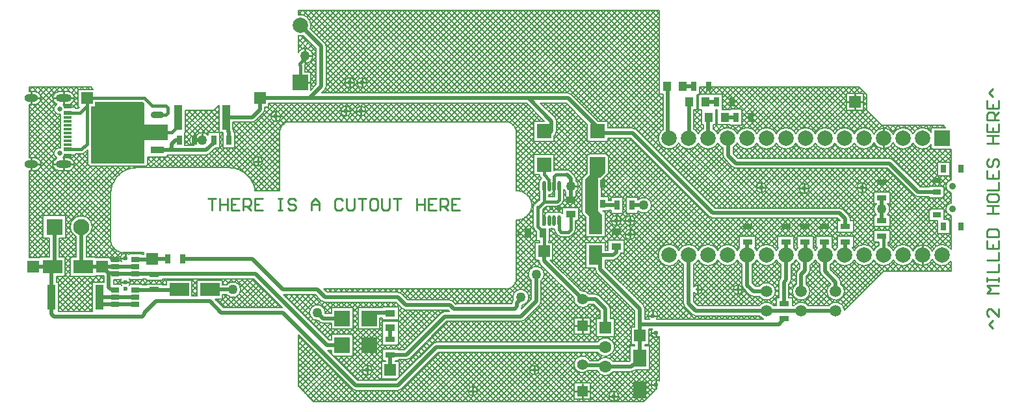
<source format=gbr>
%TF.GenerationSoftware,Altium Limited,Altium Designer,21.0.9 (235)*%
G04 Layer_Physical_Order=1*
G04 Layer_Color=255*
%FSLAX45Y45*%
%MOMM*%
%TF.SameCoordinates,4BE4B6C8-753D-4877-B088-52E4D9ED0B03*%
%TF.FilePolarity,Positive*%
%TF.FileFunction,Copper,L1,Top,Signal*%
%TF.Part,Single*%
G01*
G75*
%TA.AperFunction,NonConductor*%
%ADD10C,0.20320*%
%TA.AperFunction,SMDPad,CuDef*%
%ADD11R,0.90000X1.30000*%
%ADD12R,1.30000X0.90000*%
%ADD13O,0.45000X1.45000*%
G04:AMPARAMS|DCode=14|XSize=1.75415mm|YSize=3.17213mm|CornerRadius=0.45608mm|HoleSize=0mm|Usage=FLASHONLY|Rotation=180.000|XOffset=0mm|YOffset=0mm|HoleType=Round|Shape=RoundedRectangle|*
%AMROUNDEDRECTD14*
21,1,1.75415,2.25997,0,0,180.0*
21,1,0.84199,3.17213,0,0,180.0*
1,1,0.91216,-0.42100,1.12999*
1,1,0.91216,0.42100,1.12999*
1,1,0.91216,0.42100,-1.12999*
1,1,0.91216,-0.42100,-1.12999*
%
%ADD14ROUNDEDRECTD14*%
G04:AMPARAMS|DCode=15|XSize=1.75415mm|YSize=0.91339mm|CornerRadius=0.45669mm|HoleSize=0mm|Usage=FLASHONLY|Rotation=180.000|XOffset=0mm|YOffset=0mm|HoleType=Round|Shape=RoundedRectangle|*
%AMROUNDEDRECTD15*
21,1,1.75415,0.00000,0,0,180.0*
21,1,0.84076,0.91339,0,0,180.0*
1,1,0.91339,-0.42038,0.00000*
1,1,0.91339,0.42038,0.00000*
1,1,0.91339,0.42038,0.00000*
1,1,0.91339,-0.42038,0.00000*
%
%ADD15ROUNDEDRECTD15*%
%ADD16R,1.75415X0.91339*%
%ADD17R,0.80000X1.00000*%
%ADD18R,1.10000X0.70000*%
%ADD19R,1.00000X0.70000*%
%ADD20R,0.70000X1.00000*%
%ADD21R,0.70000X1.30000*%
%ADD22R,1.30000X0.70000*%
%ADD23R,1.90000X1.85000*%
%ADD24R,1.14000X0.30000*%
%ADD25R,1.14000X0.60000*%
%ADD26R,1.10000X1.20000*%
%ADD27R,1.70000X2.30000*%
%ADD28R,2.50000X1.70000*%
%ADD29R,1.70000X2.50000*%
%ADD30R,1.00000X3.20000*%
%ADD31R,2.00000X2.00000*%
%TA.AperFunction,NonConductor*%
%ADD32C,0.25400*%
%TA.AperFunction,Conductor*%
%ADD33C,0.50000*%
%ADD34C,0.40000*%
%ADD35C,0.38100*%
%TA.AperFunction,ComponentPad*%
%ADD36C,2.00000*%
%ADD37R,2.00000X2.00000*%
%ADD38C,0.90000*%
%ADD39C,1.50000*%
%ADD40R,1.50000X1.50000*%
%ADD41R,1.50000X1.50000*%
%ADD42C,2.10000*%
%ADD43R,2.10000X2.10000*%
%ADD44R,1.60000X1.60000*%
%ADD45C,1.60000*%
%ADD46C,0.65000*%
%ADD47O,2.10000X1.00000*%
%ADD48O,1.80000X1.00000*%
%ADD49R,1.40000X1.40000*%
%ADD50C,1.40000*%
%TA.AperFunction,ViaPad*%
%ADD51C,0.50000*%
%ADD52C,1.27000*%
%ADD53C,0.60000*%
G36*
X5700000Y7979274D02*
Y7700000D01*
X6000000D01*
Y7500000D01*
X5700000D01*
Y7200000D01*
X5000000D01*
Y7449945D01*
X5000011Y7450000D01*
Y7945000D01*
X5055000D01*
Y7999989D01*
X5679285D01*
X5700000Y7979274D01*
D02*
G37*
G36*
X11700000Y7080000D02*
X11630000Y7010000D01*
X11605000D01*
Y6850000D01*
X11610000D01*
Y6750000D01*
X11605000D01*
Y6590000D01*
X11610000D01*
Y6580000D01*
X11660000Y6530000D01*
Y6280000D01*
X11490000D01*
Y6510000D01*
X11440000Y6560000D01*
Y6990000D01*
X11500000Y7050000D01*
Y7280000D01*
X11700000D01*
Y7080000D01*
D02*
G37*
D10*
X15945840Y7605764D02*
G03*
X15705000Y7583294I-113840J-81764D01*
G01*
Y7464706D02*
G03*
X15945840Y7442236I127000J59294D01*
G01*
X15448505Y7470377D02*
G03*
X15705000Y7464706I129497J53623D01*
G01*
Y7583294D02*
G03*
X15448505Y7577623I-127000J-59294D01*
G01*
D02*
G03*
X15199496Y7577623I-124503J-53623D01*
G01*
Y7470377D02*
G03*
X15448505Y7470377I124503J53623D01*
G01*
X15199496Y7577623D02*
G03*
X14942999Y7583294I-129497J-53623D01*
G01*
D02*
G03*
X14689000Y7583294I-127000J-59294D01*
G01*
X14942999Y7464706D02*
G03*
X15199496Y7470377I127000J59294D01*
G01*
X14689000Y7464706D02*
G03*
X14942999Y7464706I127000J59294D01*
G01*
X14689000Y7583294D02*
G03*
X14435001Y7583294I-127000J-59294D01*
G01*
Y7464706D02*
G03*
X14689000Y7464706I127000J59294D01*
G01*
X14181000D02*
G03*
X14435001Y7464706I127000J59294D01*
G01*
Y7583294D02*
G03*
X14181000Y7583294I-127000J-59294D01*
G01*
X13927000Y7464706D02*
G03*
X14181000Y7464706I127000J59294D01*
G01*
Y7583294D02*
G03*
X13927000Y7583294I-127000J-59294D01*
G01*
D02*
G03*
X13673000Y7583294I-127000J-59294D01*
G01*
Y7464706D02*
G03*
X13927000Y7464706I127000J59294D01*
G01*
X13673000Y7583294D02*
G03*
X13419000Y7583294I-127000J-59294D01*
G01*
Y7464706D02*
G03*
X13673000Y7464706I127000J59294D01*
G01*
X16201031Y6983021D02*
G03*
X16201031Y6816979I18968J-83021D01*
G01*
Y6983021D02*
G03*
X16201031Y6816979I18968J-83021D01*
G01*
X15446075Y7246075D02*
G03*
X15400000Y7265160I-46075J-46075D01*
G01*
X15446075Y7246075D02*
G03*
X15400000Y7265160I-46075J-46075D01*
G01*
X15728925Y6778925D02*
G03*
X15775000Y6759840I46075J46075D01*
G01*
X15728925Y6778925D02*
G03*
X15775000Y6759840I46075J46075D01*
G01*
X16201031Y6683021D02*
G03*
X16201031Y6516979I18968J-83021D01*
G01*
Y6683021D02*
G03*
X16201031Y6516979I18968J-83021D01*
G01*
X15403661Y6600000D02*
G03*
X15371724Y6674840I-103660J0D01*
G01*
X15228275D02*
G03*
X15228276Y6525160I71725J-74840D01*
G01*
X15371724D02*
G03*
X15403661Y6600000I-71724J74840D01*
G01*
X15105560Y6880000D02*
G03*
X15105560Y6880000I-65560J0D01*
G01*
X13795560D02*
G03*
X13795560Y6880000I-65560J0D01*
G01*
X14355560Y6870000D02*
G03*
X14355560Y6870000I-65560J0D01*
G01*
X14890160Y6475000D02*
G03*
X14871075Y6521075I-65160J0D01*
G01*
X14890160Y6475000D02*
G03*
X14871075Y6521075I-65160J0D01*
G01*
X14796075Y6596075D02*
G03*
X14750000Y6615160I-46075J-46075D01*
G01*
X14796075Y6596075D02*
G03*
X14750000Y6615160I-46075J-46075D01*
G01*
X13419000Y7583294D02*
G03*
X13164999Y7583294I-127000J-59294D01*
G01*
X12911000Y7464706D02*
G03*
X13164999Y7464706I127000J59294D01*
G01*
Y7583294D02*
G03*
X13106660Y7646191I-127000J-59294D01*
G01*
X13365160Y7404449D02*
G03*
X13419000Y7464706I-73160J119551D01*
G01*
X13164999D02*
G03*
X13234840Y7396025I127000J59294D01*
G01*
X12976340Y7649868D02*
G03*
X12911000Y7583294I61660J-125868D01*
G01*
D02*
G03*
X12854660Y7645045I-127000J-59294D01*
G01*
X12449840Y7638975D02*
G03*
X12657000Y7464706I80160J-114975D01*
G01*
D02*
G03*
X12911000Y7464706I127000J59294D01*
G01*
X11261075Y8096075D02*
G03*
X11215000Y8115160I-46075J-46075D01*
G01*
X11261075Y8096075D02*
G03*
X11215000Y8115160I-46075J-46075D01*
G01*
X11065160Y7750000D02*
G03*
X11046075Y7796075I-65160J0D01*
G01*
X11065160Y7750000D02*
G03*
X11046075Y7796075I-65160J0D01*
G01*
X12103575Y7638575D02*
G03*
X12057500Y7657660I-46075J-46075D01*
G01*
X12103575Y7638575D02*
G03*
X12057500Y7657660I-46075J-46075D01*
G01*
X11046075Y7571425D02*
G03*
X11065160Y7617500I-46075J46075D01*
G01*
X11046075Y7571425D02*
G03*
X11065160Y7617500I-46075J46075D01*
G01*
X13234840Y7300000D02*
G03*
X13253925Y7253925I65160J0D01*
G01*
X13234840Y7300000D02*
G03*
X13253925Y7253925I65160J0D01*
G01*
X13353925Y7153925D02*
G03*
X13400000Y7134840I46075J46075D01*
G01*
X13353925Y7153925D02*
G03*
X13400000Y7134840I46075J46075D01*
G01*
X12303660Y6650000D02*
G03*
X12125160Y6721724I-103660J0D01*
G01*
Y6578276D02*
G03*
X12303660Y6650000I74840J71724D01*
G01*
X13053925Y6503925D02*
G03*
X13100000Y6484840I46075J46075D01*
G01*
X13053925Y6503925D02*
G03*
X13100000Y6484840I46075J46075D01*
G01*
X12085560Y6450000D02*
G03*
X12085560Y6450000I-65560J0D01*
G01*
X11905560D02*
G03*
X11905560Y6450000I-65560J0D01*
G01*
X11349060Y6900000D02*
G03*
X11315160Y6974613I-99060J0D01*
G01*
Y6825387D02*
G03*
X11349060Y6900000I-65160J74613D01*
G01*
X11315160Y7000000D02*
G03*
X11296075Y7046075I-65160J0D01*
G01*
X11315160Y7000000D02*
G03*
X11296075Y7046075I-65160J0D01*
G01*
X11246075Y7096075D02*
G03*
X11174968Y7110160I-46075J-46075D01*
G01*
X11055932D02*
G03*
X11035160Y7106460I0J-60160D01*
G01*
X11055932Y7110160D02*
G03*
X11035160Y7106460I0J-60160D01*
G01*
X11160160Y6858266D02*
G03*
X11184840Y6825387I89840J41734D01*
G01*
X11157660Y6829978D02*
G03*
X11160160Y6847500I-60160J17522D01*
G01*
X11035656Y6837423D02*
G03*
X11037341Y6829976I61844J10077D01*
G01*
X10962660Y6785028D02*
G03*
X11029345Y6837423I4840J62473D01*
G01*
X11184840Y6770000D02*
G03*
X11315160Y6770000I65160J0D01*
G01*
X11139968Y6680820D02*
G03*
X11157660Y6723432I-42467J42612D01*
G01*
X11140040Y6680892D02*
G03*
X11157660Y6723432I-42539J42539D01*
G01*
X11074069Y6639840D02*
G03*
X11116681Y6657533I0J60160D01*
G01*
X11074069Y6639840D02*
G03*
X11116608Y6657461I0J60160D01*
G01*
X11144840Y6543552D02*
G03*
X11065000Y6556073I-47340J-41051D01*
G01*
D02*
G03*
X11000000Y6556073I-32500J-53573D01*
G01*
Y6348928D02*
G03*
X11037340Y6340027I32500J53573D01*
G01*
X11000000Y6556073D02*
G03*
X10904840Y6502500I-32500J-53573D01*
G01*
X10970160Y6339897D02*
G03*
X11000000Y6348928I-2660J62604D01*
G01*
X16201031Y6080078D02*
G03*
X15956503Y6053623I-115032J-80078D01*
G01*
D02*
G03*
X15707497Y6053623I-124503J-53623D01*
G01*
D02*
G03*
X15450999Y6059294I-129497J-53623D01*
G01*
D02*
G03*
X15384160Y6126592I-127000J-59294D01*
G01*
X15707497Y5946377D02*
G03*
X15956503Y5946377I124503J53623D01*
G01*
D02*
G03*
X16201031Y5919922I129497J53623D01*
G01*
X15450999Y5940706D02*
G03*
X15707497Y5946377I127000J59294D01*
G01*
X15197000Y5940706D02*
G03*
X15450999Y5940706I127000J59294D01*
G01*
X15263840Y6126592D02*
G03*
X15197000Y6059294I60160J-126592D01*
G01*
D02*
G03*
X14942999Y6059294I-127000J-59294D01*
G01*
X14719839Y6101971D02*
G03*
X14689000Y6059294I96160J-101971D01*
G01*
D02*
G03*
X14655161Y6104719I-127000J-59294D01*
G01*
X14942999Y6059294D02*
G03*
X14914371Y6099840I-127000J-59294D01*
G01*
X14942999Y5940706D02*
G03*
X15197000Y5940706I127000J59294D01*
G01*
X14689000D02*
G03*
X14942999Y5940706I127000J59294D01*
G01*
X14627161Y5875907D02*
G03*
X14689000Y5940706I-65160J124093D01*
G01*
X14435001Y6059294D02*
G03*
X14405161Y6101019I-127000J-59294D01*
G01*
X14209628Y6099840D02*
G03*
X14181000Y6059294I98371J-99840D01*
G01*
D02*
G03*
X14152371Y6099840I-127000J-59294D01*
G01*
X13955629D02*
G03*
X13927000Y6059294I98371J-99840D01*
G01*
X14463629Y6099840D02*
G03*
X14435001Y6059294I98371J-99840D01*
G01*
Y5940706D02*
G03*
X14496840Y5875907I127000J59294D01*
G01*
X14365160Y5872025D02*
G03*
X14435001Y5940706I-57160J127975D01*
G01*
X14181000D02*
G03*
X14234840Y5880449I127000J59294D01*
G01*
X13927000Y5940706D02*
G03*
X13988840Y5875907I127000J59294D01*
G01*
X14119160D02*
G03*
X14181000Y5940706I-65160J124093D01*
G01*
X13927000Y6059294D02*
G03*
X13673000Y6059294I-127000J-59294D01*
G01*
X13419000D02*
G03*
X13164999Y6059294I-127000J-59294D01*
G01*
X13447629Y6099840D02*
G03*
X13419000Y6059294I98371J-99840D01*
G01*
X13673000D02*
G03*
X13644371Y6099840I-127000J-59294D01*
G01*
X13611160Y5875907D02*
G03*
X13673000Y5940706I-65160J124093D01*
G01*
X13419000D02*
G03*
X13480840Y5875907I127000J59294D01*
G01*
X13673000Y5940706D02*
G03*
X13927000Y5940706I127000J59294D01*
G01*
X13164999D02*
G03*
X13419000Y5940706I127000J59294D01*
G01*
X14765160Y5650000D02*
G03*
X14746075Y5696075I-65160J0D01*
G01*
X14496840Y5788000D02*
G03*
X14515926Y5741925I65160J0D01*
G01*
X14496840Y5788000D02*
G03*
X14515926Y5741925I65160J0D01*
G01*
X14346075Y5753925D02*
G03*
X14365160Y5800000I-46075J46075D01*
G01*
X14346075Y5753925D02*
G03*
X14365160Y5800000I-46075J46075D01*
G01*
X14765160Y5650000D02*
G03*
X14746075Y5696075I-65160J0D01*
G01*
X14203925Y5796075D02*
G03*
X14184840Y5750000I46075J-46075D01*
G01*
X14203925Y5796075D02*
G03*
X14184840Y5750000I46075J-46075D01*
G01*
X14100075Y5632925D02*
G03*
X14119160Y5679000I-46075J46075D01*
G01*
X14100075Y5632925D02*
G03*
X14119160Y5679000I-46075J46075D01*
G01*
X14815160Y5527000D02*
G03*
X14765160Y5621953I-115160J0D01*
G01*
X14634840D02*
G03*
X14815160Y5527000I65160J-94953D01*
G01*
X14814577Y5284577D02*
G03*
X14605048Y5338160I-114577J-11577D01*
G01*
X14365160Y5527000D02*
G03*
X14315160Y5621953I-115160J0D01*
G01*
X14184840D02*
G03*
X14365160Y5527000I65160J-94953D01*
G01*
X14344952Y5338160D02*
G03*
X14155048Y5338160I-94953J-65160D01*
G01*
X13978925Y5696075D02*
G03*
X13959840Y5650000I46075J-46075D01*
G01*
X13978925Y5696075D02*
G03*
X13959840Y5650000I46075J-46075D01*
G01*
X13915160Y5527000D02*
G03*
X13705048Y5592160I-115160J0D01*
G01*
X13480840Y5608060D02*
G03*
X13499925Y5561985I65160J0D01*
G01*
X13480840Y5608060D02*
G03*
X13499925Y5561985I65160J0D01*
G01*
X13580984Y5480925D02*
G03*
X13627060Y5461840I46075J46075D01*
G01*
X13580984Y5480925D02*
G03*
X13627060Y5461840I46075J46075D01*
G01*
X13485561Y5550000D02*
G03*
X13485561Y5550000I-60560J0D01*
G01*
X13705048Y5461840D02*
G03*
X13915160Y5527000I94953J65160D01*
G01*
X13894952Y5338160D02*
G03*
X13705048Y5338160I-94953J-65160D01*
G01*
Y5207840D02*
G03*
X13759598Y5165160I94953J65160D01*
G01*
X13164999Y6059294D02*
G03*
X12911000Y6059294I-127000J-59294D01*
G01*
Y5940706D02*
G03*
X13164999Y5940706I127000J59294D01*
G01*
X12849159Y5875907D02*
G03*
X12911000Y5940706I-65160J124093D01*
G01*
Y6059294D02*
G03*
X12657000Y6059294I-127000J-59294D01*
G01*
Y5940706D02*
G03*
X12718840Y5875907I127000J59294D01*
G01*
X12085560Y6270000D02*
G03*
X12085560Y6270000I-65560J0D01*
G01*
X12657000Y6059294D02*
G03*
X12657000Y5940706I-127000J-59294D01*
G01*
X11886075Y5993925D02*
G03*
X11904363Y6029840I-46075J46075D01*
G01*
X11886075Y5993925D02*
G03*
X11904363Y6029840I-46075J46075D01*
G01*
X11800000Y5934840D02*
G03*
X11846075Y5953925I0J65160D01*
G01*
X11800000Y5934840D02*
G03*
X11846075Y5953925I0J65160D01*
G01*
X12960561Y5550000D02*
G03*
X12849159Y5582906I-60560J0D01*
G01*
Y5517094D02*
G03*
X12960561Y5550000I50840J32906D01*
G01*
X12718840Y5366000D02*
G03*
X12737925Y5319925I65160J0D01*
G01*
X12718840Y5366000D02*
G03*
X12737925Y5319925I65160J0D01*
G01*
X12215160Y5300000D02*
G03*
X12196075Y5346075I-65160J0D01*
G01*
X12215160Y5300000D02*
G03*
X12196075Y5346075I-65160J0D01*
G01*
X11765160Y5300000D02*
G03*
X11746075Y5346075I-65160J0D01*
G01*
X11765160Y5300000D02*
G03*
X11746075Y5346075I-65160J0D01*
G01*
X11292540Y6286750D02*
G03*
X11310160Y6329290I-42539J42539D01*
G01*
X11292467Y6286678D02*
G03*
X11310160Y6329290I-42467J42612D01*
G01*
X11037340D02*
G03*
X11055033Y6286678I60160J0D01*
G01*
X11037340Y6329290D02*
G03*
X11054961Y6286750I60160J0D01*
G01*
X11220711Y6239840D02*
G03*
X11263322Y6257533I0J60160D01*
G01*
X11084178D02*
G03*
X11126790Y6239840I42612J42467D01*
G01*
X11084250Y6257461D02*
G03*
X11126790Y6239840I42539J42539D01*
G01*
X11220711D02*
G03*
X11263250Y6257461I0J60160D01*
G01*
X11569840Y5815000D02*
G03*
X11588925Y5768925I65160J0D01*
G01*
X11569840Y5815000D02*
G03*
X11588925Y5768925I65160J0D01*
G01*
X11621075Y5471075D02*
G03*
X11575000Y5490160I-46075J-46075D01*
G01*
X11621075Y5471075D02*
G03*
X11575000Y5490160I-46075J-46075D01*
G01*
X11488823D02*
G03*
X11383268Y5533882I-88823J-65160D01*
G01*
X11291118Y5441732D02*
G03*
X11488823Y5359840I108882J-16732D01*
G01*
X12830925Y5226925D02*
G03*
X12877000Y5207840I46075J46075D01*
G01*
X12830925Y5226925D02*
G03*
X12877000Y5207840I46075J46075D01*
G01*
X12385560Y5210000D02*
G03*
X12272173Y5165160I-65560J0D01*
G01*
X12367827D02*
G03*
X12385560Y5210000I-47827J44840D01*
G01*
X12312172Y5034840D02*
G03*
X12401032Y4938868I47827J-44840D01*
G01*
Y4361132D02*
G03*
X12354420Y4244678I-41032J-51132D01*
G01*
X12024840Y4624860D02*
G03*
X12013925Y4616075I35160J-54860D01*
G01*
X12024840Y4624860D02*
G03*
X12013925Y4616075I35160J-54860D01*
G01*
X12036000Y4480840D02*
G03*
X12082075Y4499925I0J65160D01*
G01*
X12036000Y4480840D02*
G03*
X12082075Y4499925I0J65160D01*
G01*
X11820160Y4800000D02*
G03*
X11599042Y4865160I-120160J0D01*
G01*
Y4734840D02*
G03*
X11820160Y4800000I100958J65160D01*
G01*
X11800958Y4611160D02*
G03*
X11610041Y4625660I-100958J-65160D01*
G01*
X11591041Y4495340D02*
G03*
X11800958Y4480840I108959J50660D01*
G01*
X11875560Y4160000D02*
G03*
X11875560Y4160000I-65560J0D01*
G01*
X11497820Y4625660D02*
G03*
X11476089Y4495340I-97820J-50660D01*
G01*
X8595560Y8250000D02*
G03*
X8595560Y8250000I-65560J0D01*
G01*
X8065160Y8725000D02*
G03*
X8046075Y8771075I-65160J0D01*
G01*
X8065160Y8725000D02*
G03*
X8046075Y8771075I-65160J0D01*
G01*
X7890560Y8600000D02*
G03*
X7701032Y8640353I-99060J0D01*
G01*
X7858822Y8958328D02*
G03*
X7865160Y9000000I-133822J41672D01*
G01*
D02*
G03*
X7701032Y9138096I-140160J0D01*
G01*
Y8861905D02*
G03*
X7766672Y8866178I23968J138095D01*
G01*
X7801574Y8501454D02*
G03*
X7890560Y8600000I-10074J98546D01*
G01*
X7785160Y8475000D02*
G03*
X7784435Y8484314I-60160J0D01*
G01*
X7785160Y8475000D02*
G03*
X7784435Y8484314I-60160J0D01*
G01*
X8435560Y8250000D02*
G03*
X8435560Y8250000I-65560J0D01*
G01*
X8046075Y8153925D02*
G03*
X8065160Y8200000I-46075J46075D01*
G01*
X8046075Y8153925D02*
G03*
X8065160Y8200000I-46075J46075D01*
G01*
X10839840Y7049840D02*
G03*
X10857461Y7007461I60160J160D01*
G01*
X10839840Y7049840D02*
G03*
X10857533Y7007389I60160J160D01*
G01*
X10866286Y6998635D02*
G03*
X10839840Y6947500I36214J-51135D01*
G01*
Y6847500D02*
G03*
X10842340Y6829977I62660J0D01*
G01*
X10804537Y6687116D02*
G03*
X10763272Y6630000I18895J-57116D01*
G01*
X10804537Y6687116D02*
G03*
X10763272Y6630000I18895J-57116D01*
G01*
Y6371569D02*
G03*
X10780964Y6328957I60160J0D01*
G01*
X10763272Y6371569D02*
G03*
X10780892Y6329029I60160J0D01*
G01*
X8585560Y7880000D02*
G03*
X8585560Y7880000I-65560J0D01*
G01*
X8385560D02*
G03*
X8385560Y7880000I-65560J0D01*
G01*
X7475560Y7810000D02*
G03*
X7475560Y7810000I-65560J0D01*
G01*
X7246075Y7853925D02*
G03*
X7265160Y7900000I-46075J46075D01*
G01*
X7246075Y7853925D02*
G03*
X7265160Y7900000I-46075J46075D01*
G01*
X7100000Y7734840D02*
G03*
X7146075Y7753925I0J65160D01*
G01*
X7100000Y7734840D02*
G03*
X7146075Y7753925I0J65160D01*
G01*
X6864955Y7605160D02*
G03*
X6850160Y7641591I-64955J-5160D01*
G01*
X6864955Y7605160D02*
G03*
X6850160Y7641591I-64955J-5160D01*
G01*
X6721628Y7599840D02*
G03*
X6724840Y7589969I63372J15160D01*
G01*
X6721628Y7599840D02*
G03*
X6724840Y7589969I63372J15160D01*
G01*
X6524840Y7564899D02*
G03*
X6375387Y7565160I-74840J-64899D01*
G01*
X6350000D02*
G03*
X6343550Y7435160I0J-65160D01*
G01*
X4783560Y8050000D02*
G03*
X4698000Y8135560I-85560J0D01*
G01*
Y7964440D02*
G03*
X4783560Y8050000I0J85560D01*
G01*
X4662510Y7928160D02*
G03*
X4637498Y7964440I-69511J-21160D01*
G01*
X4662510Y7928160D02*
G03*
X4637498Y7964440I-69511J-21160D01*
G01*
X4557145Y7970197D02*
G03*
X4602840Y7835009I35855J-63197D01*
G01*
X4557145Y7970197D02*
G03*
X4602840Y7835009I35855J-63197D01*
G01*
X4588000Y8135560D02*
G03*
X4557145Y7970197I0J-85560D01*
G01*
X4265000Y7964440D02*
G03*
X4350560Y8050000I0J85560D01*
G01*
D02*
G03*
X4265000Y8135560I-85560J0D01*
G01*
X6500000Y7304840D02*
G03*
X6546075Y7323925I0J65160D01*
G01*
X6500000Y7304840D02*
G03*
X6546075Y7323925I0J65160D01*
G01*
X7235560Y7225000D02*
G03*
X7235560Y7225000I-60560J0D01*
G01*
X4878000Y7318790D02*
G03*
X4919868Y7336132I0J59210D01*
G01*
X4878000Y7318790D02*
G03*
X4919868Y7336132I0J59210D01*
G01*
X4637498Y7271560D02*
G03*
X4662510Y7307840I-44499J57440D01*
G01*
X4783560Y7186000D02*
G03*
X4698000Y7271560I-85560J0D01*
G01*
Y7100440D02*
G03*
X4783560Y7186000I0J85560D01*
G01*
X4637498Y7271560D02*
G03*
X4662510Y7307840I-44499J57440D01*
G01*
X4602840Y7400991D02*
G03*
X4557145Y7265803I-9840J-71991D01*
G01*
X4602840Y7400991D02*
G03*
X4557145Y7265803I-9840J-71991D01*
G01*
X4350560Y7186000D02*
G03*
X4265000Y7271560I-85560J0D01*
G01*
X4557145Y7265803D02*
G03*
X4588000Y7100440I30855J-79803D01*
G01*
X4265000D02*
G03*
X4350560Y7186000I0J85560D01*
G01*
X4940160Y6240286D02*
G03*
X5020160Y6370000I-65160J129713D01*
G01*
D02*
G03*
X4809840Y6240286I-145160J0D01*
G01*
X10865160Y5669380D02*
G03*
X10903660Y5750000I-65160J80620D01*
G01*
X10834840Y5925000D02*
G03*
X10853925Y5878925I65160J0D01*
G01*
X10834840Y5925000D02*
G03*
X10853925Y5878925I65160J0D01*
G01*
X10903660Y5750000D02*
G03*
X10734840Y5669380I-103660J0D01*
G01*
X10846075Y5353925D02*
G03*
X10865160Y5400000I-46075J46075D01*
G01*
X10846075Y5353925D02*
G03*
X10865160Y5400000I-46075J46075D01*
G01*
X10703660Y5450000D02*
G03*
X10500365Y5421395I-103660J0D01*
G01*
X10615071Y5347442D02*
G03*
X10703660Y5450000I-15071J102558D01*
G01*
X10606253Y5298404D02*
G03*
X10615071Y5331136I-56342J32732D01*
G01*
X10606253Y5298404D02*
G03*
X10615071Y5331136I-56342J32732D01*
G01*
X10500365Y5421395D02*
G03*
X10484751Y5379075I49547J-42320D01*
G01*
X10500365Y5421395D02*
G03*
X10484751Y5379075I49547J-42320D01*
G01*
X10600000Y5134840D02*
G03*
X10646075Y5153925I0J65160D01*
G01*
X10600000Y5134840D02*
G03*
X10646075Y5153925I0J65160D01*
G01*
X9721475Y5396075D02*
G03*
X9675400Y5415160I-46075J-46075D01*
G01*
X9721475Y5396075D02*
G03*
X9675400Y5415160I-46075J-46075D01*
G01*
X9774600Y5365160D02*
G03*
X9755311Y5362239I0J-65160D01*
G01*
X9774600Y5365160D02*
G03*
X9755311Y5362239I0J-65160D01*
G01*
X9046075Y5496075D02*
G03*
X9000000Y5515160I-46075J-46075D01*
G01*
X9046075Y5496075D02*
G03*
X9000000Y5515160I-46075J-46075D01*
G01*
X9053925Y5303925D02*
G03*
X9100000Y5284840I46075J46075D01*
G01*
X9610000Y5265160D02*
G03*
X9563925Y5246075I0J-65160D01*
G01*
X9610000Y5265160D02*
G03*
X9563925Y5246075I0J-65160D01*
G01*
X9053925Y5303925D02*
G03*
X9100000Y5284840I46075J46075D01*
G01*
X10835560Y4500000D02*
G03*
X10835560Y4500000I-60560J0D01*
G01*
X9500000Y4865160D02*
G03*
X9453925Y4846075I0J-65160D01*
G01*
X9500000Y4865160D02*
G03*
X9453925Y4846075I0J-65160D01*
G01*
X10035560Y4225000D02*
G03*
X10035560Y4225000I-60560J0D01*
G01*
X9110000Y4634840D02*
G03*
X9156075Y4653925I0J65160D01*
G01*
X9110000Y4634840D02*
G03*
X9156075Y4653925I0J65160D01*
G01*
X9000000Y4234840D02*
G03*
X9046075Y4253925I0J65160D01*
G01*
X9000000Y4234840D02*
G03*
X9046075Y4253925I0J65160D01*
G01*
X5489840Y6012066D02*
G03*
X5394464Y5925160I-39840J-52066D01*
G01*
X5508375Y5679840D02*
G03*
X5502066Y5689840I-58375J-29840D01*
G01*
X5394464Y5925160D02*
G03*
X5402173Y5915160I55536J34840D01*
G01*
X5397934Y5689840D02*
G03*
X5391625Y5679840I52066J-39840D01*
G01*
X6953660Y5550000D02*
G03*
X6769380Y5615160I-103660J0D01*
G01*
X5515560Y5650000D02*
G03*
X5508375Y5679840I-65560J0D01*
G01*
X5391625D02*
G03*
X5391624Y5620160I58375J-29840D01*
G01*
X5508376D02*
G03*
X5515560Y5650000I-58376J29840D01*
G01*
X5497677Y5605000D02*
G03*
X5508376Y5620160I-47677J45000D01*
G01*
X5391624D02*
G03*
X5402323Y5605000I58376J29840D01*
G01*
X8665560Y4500000D02*
G03*
X8665560Y4500000I-65560J0D01*
G01*
X8403925Y4253925D02*
G03*
X8450000Y4234840I46075J46075D01*
G01*
X8403925Y4253925D02*
G03*
X8450000Y4234840I46075J46075D01*
G01*
X8003925Y5403925D02*
G03*
X8050000Y5384840I46075J46075D01*
G01*
X8003925Y5403925D02*
G03*
X8050000Y5384840I46075J46075D01*
G01*
X6769380Y5484840D02*
G03*
X6953660Y5550000I80620J65160D01*
G01*
X8053192Y5240160D02*
G03*
X8053660Y5250000I-103192J9840D01*
G01*
D02*
G03*
X7960932Y5146918I-103660J0D01*
G01*
X7978925Y5128925D02*
G03*
X8025000Y5109840I46075J46075D01*
G01*
X7978925Y5128925D02*
G03*
X8025000Y5109840I46075J46075D01*
G01*
X15944746Y7691290D02*
X15971878Y7664160D01*
X15997845D02*
X16024976Y7691290D01*
X15801064D02*
X15828244Y7664110D01*
X15852634Y7662633D02*
X15881293Y7691290D01*
X15765585Y7647425D02*
X15809450Y7691290D01*
X15905305Y7643462D02*
X15953134Y7691290D01*
X15729221D02*
X15770544Y7649968D01*
X15060561Y7928898D02*
X15330032Y7659426D01*
X15101031Y7891290D02*
X15301031Y7691290D01*
X15063759Y7664021D02*
X15196030Y7796291D01*
X15124648Y7653067D02*
X15231950Y7760371D01*
X15028175Y7889440D02*
X15269496Y7648120D01*
X15673192Y7626875D02*
X15737608Y7691290D01*
X15167812Y7624388D02*
X15267873Y7724449D01*
X16088432Y7691290D02*
X16115562Y7664160D01*
X15945840D02*
X16128162D01*
X16016589Y7691290D02*
X16043719Y7664160D01*
X16069688D02*
X16096819Y7691290D01*
X16101031D02*
X16128162Y7664160D01*
X15629021Y7654544D02*
X15665765Y7691290D01*
X15585538D02*
X15618709Y7658118D01*
X15301031Y7691290D02*
X16101031Y7691290D01*
X15566304Y7663671D02*
X15593922Y7691290D01*
X15345026Y7657919D02*
X15378397Y7691290D01*
X15513695D02*
X15544810Y7660174D01*
X15397107Y7638158D02*
X15450240Y7691290D01*
X15441853D02*
X15495694Y7637449D01*
X15257254Y7641989D02*
X15306555Y7691290D01*
X15001031Y8191290D02*
X15101031Y8091290D01*
X15060561Y8091875D02*
X15080504Y8111818D01*
X14941853Y8191290D02*
X15022583Y8110560D01*
X15007404D02*
X15044583Y8147739D01*
X15060561Y7889440D02*
Y8110560D01*
X15101031Y7891290D02*
Y8091290D01*
X14870010Y8191290D02*
X14950740Y8110560D01*
X14839439D02*
X15060561D01*
X14798167Y8191290D02*
X14878899Y8110560D01*
X14863719D02*
X14944449Y8191290D01*
X14935561Y8110560D02*
X15008662Y8183660D01*
X14839439Y7889440D02*
Y8110560D01*
X14726326Y8191290D02*
X14839439Y8078176D01*
X15060561Y8020032D02*
X15101031Y8060504D01*
X15060561Y8000740D02*
X15101031Y7960269D01*
X15060561Y8072583D02*
X15101031Y8032111D01*
X15060561Y7948190D02*
X15101031Y7988662D01*
X14895493Y7639438D02*
X15124188Y7868134D01*
X14845279Y7661067D02*
X15101031Y7916820D01*
X14839439Y7889440D02*
X15060561D01*
X14768085Y7655715D02*
X15001810Y7889440D01*
X14884492D02*
X15118391Y7655541D01*
X14662364Y7621836D02*
X14929968Y7889440D01*
X15927374Y7421294D02*
X15945840Y7402829D01*
X15872905Y7691290D02*
X15945840Y7618355D01*
Y7605764D02*
Y7664160D01*
Y7383840D02*
Y7442236D01*
X15691449Y7441694D02*
X16024840Y7108303D01*
X15657379Y7691290D02*
X15729294Y7619375D01*
X15434006Y7603215D02*
X15522081Y7691290D01*
X15476997Y7215153D02*
X15712538Y7450695D01*
X15418736Y7427038D02*
X15945615Y6900160D01*
X15311478Y7265160D02*
X15475125Y7428808D01*
X15883272Y7393555D02*
X16061667Y7215160D01*
X15820688Y7384297D02*
X16024840Y7180145D01*
X15945840Y7402829D02*
X15964828Y7383840D01*
X15584760Y7107390D02*
X15865199Y7387829D01*
X15654646Y7406654D02*
X16024840Y7036461D01*
X15603314Y7386145D02*
X16089297Y6900160D01*
X15620682Y7071469D02*
X15945840Y7396628D01*
X15512918Y7179232D02*
X15746570Y7412885D01*
X15548839Y7143311D02*
X15794482Y7388954D01*
X15383319Y7265160D02*
X15516307Y7398148D01*
X15375378Y7398554D02*
X15883772Y6890160D01*
X15522182Y7395434D02*
X16017456Y6900160D01*
X15313222Y7388869D02*
X15811929Y6890160D01*
X15370010Y7691290D02*
X15460654Y7600647D01*
X15197493Y7582228D02*
X15206010Y7590746D01*
X15024109Y7265160D02*
X15209842Y7450893D01*
X14956334Y7889440D02*
X15227039Y7618736D01*
X14931416Y7603521D02*
X15160109Y7832213D01*
X14679604Y7447749D02*
X14862193Y7265160D01*
X15095950D02*
X15244785Y7413994D01*
X15149699Y7408706D02*
X15293246Y7265160D01*
X15022636Y7392085D02*
X15149562Y7265160D01*
X15099570Y7386994D02*
X15221404Y7265160D01*
X15185561Y7444687D02*
X15365088Y7265160D01*
X15239635D02*
X15371515Y7397040D01*
X15167793Y7265160D02*
X15294354Y7391721D01*
X14808583Y7265160D02*
X14969612Y7426189D01*
X14736740Y7265160D02*
X14863837Y7392256D01*
X14664899Y7265160D02*
X14786679Y7386941D01*
X14916537Y7426342D02*
X15077719Y7265160D01*
X14880424D02*
X15011772Y7396507D01*
X14874435Y7396602D02*
X15005878Y7265160D01*
X14079747Y8191290D02*
X14618983Y7652053D01*
X14115659Y7649869D02*
X14657082Y8191290D01*
X14007906D02*
X14537241Y7661955D01*
X14058051Y7664102D02*
X14585239Y8191290D01*
X14151588D02*
X14718343Y7624537D01*
X14156851Y7619218D02*
X14728923Y8191290D01*
X13936063D02*
X14485748Y7641604D01*
X13792380Y8191290D02*
X14320026Y7663643D01*
X13837479Y7659056D02*
X14369711Y8191290D01*
X13720535D02*
X14257198Y7654629D01*
X13766734Y7660155D02*
X14297870Y8191290D01*
X13864221D02*
X14448827Y7606684D01*
X13919443Y7597336D02*
X14513397Y8191290D01*
X13885400Y7635137D02*
X14441554Y8191290D01*
X14510800D02*
X15040968Y7661121D01*
X14561000Y7664156D02*
X14839439Y7942597D01*
X14654485Y8191290D02*
X14839439Y8006334D01*
X14582642Y8191290D02*
X14839439Y7934492D01*
X14438959Y8191290D02*
X14990688Y7639561D01*
X14620193Y7651508D02*
X14858125Y7889440D01*
X14425465Y7600464D02*
X14839439Y8014439D01*
X14341432Y7660114D02*
X14872607Y8191290D01*
X12925160D02*
X15001031D01*
X14267723Y7658248D02*
X14800764Y8191290D01*
X14295273D02*
X14822557Y7664007D01*
X14367116Y8191290D02*
X14954706Y7603700D01*
X14390482Y7637322D02*
X14839439Y8086281D01*
X14223431Y8191290D02*
X14761565Y7653157D01*
X13475160Y7799633D02*
X13866818Y8191290D01*
X13475160Y7727790D02*
X13938660Y8191290D01*
X13437003Y7905160D02*
X13723132Y8191290D01*
X13475160Y7871475D02*
X13794975Y8191290D01*
X13505009D02*
X14033629Y7662671D01*
X13554929Y7663875D02*
X14082344Y8191290D01*
X13433168D02*
X13980882Y7643576D01*
X13365161Y7905160D02*
X13651291Y8191290D01*
X13289484D02*
X13817741Y7663033D01*
X13225160Y7908843D02*
X13507607Y8191290D01*
X13288319Y7900160D02*
X13579449Y8191290D01*
X13361327D02*
X13943016Y7609600D01*
X13413348Y7594137D02*
X14010503Y8191290D01*
X13217642D02*
X13752917Y7656015D01*
X13576852Y8191290D02*
X14121072Y7647069D01*
X13611047Y7648152D02*
X14154185Y8191290D01*
X13475160Y7790088D02*
X13626535Y7638712D01*
X13475160Y7718245D02*
X13530145Y7663260D01*
X13648694Y8191290D02*
X14212965Y7627020D01*
X13651273Y7616534D02*
X14226028Y8191290D01*
X13660712Y7604535D02*
X13675970Y7589278D01*
X13475160Y7694840D02*
Y7905160D01*
X13324840Y7694840D02*
X13475160D01*
X13324840Y7905160D02*
X13475160D01*
Y7861930D02*
X13707652Y7629437D01*
X13426723Y7694840D02*
X13476086Y7645477D01*
X13380255Y7632885D02*
X13442209Y7694840D01*
X14305688Y7265160D02*
X14464165Y7423636D01*
X14521214Y7265160D02*
X14700562Y7444508D01*
X14644684Y7410827D02*
X14790350Y7265160D01*
X14411020Y7428965D02*
X14574825Y7265160D01*
X13905437Y7431653D02*
X14071930Y7265160D01*
X14173576Y7450882D02*
X14359299Y7265160D01*
X14139600Y7413016D02*
X14287456Y7265160D01*
X14018320D02*
X14194678Y7441519D01*
X14377530Y7265160D02*
X14507317Y7394947D01*
X14449371Y7265160D02*
X14568188Y7383977D01*
X14369894Y7398247D02*
X14502982Y7265160D01*
X14312392Y7383909D02*
X14431140Y7265160D01*
X14593056D02*
X14736479Y7408583D01*
X14595714Y7387955D02*
X14718509Y7265160D01*
X14522224Y7389602D02*
X14646667Y7265160D01*
X14090161D02*
X14231535Y7406535D01*
X14021201Y7387732D02*
X14143771Y7265160D01*
X13946477D02*
X14065640Y7384324D01*
X14233846Y7265160D02*
X14364354Y7395668D01*
X14162003Y7265160D02*
X14282942Y7386098D01*
X14091754Y7389020D02*
X14215614Y7265160D01*
X13515424D02*
X13688863Y7438599D01*
X13587267Y7265160D02*
X13726665Y7404557D01*
X13667477Y7454086D02*
X13856403Y7265160D01*
X13802792D02*
X13958781Y7421149D01*
X13634448Y7415272D02*
X13784561Y7265160D01*
X13399786Y7434408D02*
X13569035Y7265160D01*
X13365160Y7330422D02*
X13453465Y7418728D01*
X12894070Y7437229D02*
X13716141Y6615160D01*
X12855820Y7403639D02*
X13644298Y6615160D01*
X12712097Y7403689D02*
X13500626Y6615160D01*
X13730951Y7265160D02*
X13866307Y7400516D01*
X13659109Y7265160D02*
X13779321Y7385374D01*
X13587694Y7390185D02*
X13712720Y7265160D01*
X13519708Y7386328D02*
X13640877Y7265160D01*
X13865279Y7399969D02*
X14000089Y7265160D01*
X13874635D02*
X14002945Y7393470D01*
X13809259Y7384146D02*
X13928246Y7265160D01*
X13399365Y7292785D02*
X13498659Y7392077D01*
X13443582Y7265160D02*
X13563339Y7384917D01*
X13365160Y7397193D02*
X13497192Y7265160D01*
X13083540Y7391444D02*
X13859824Y6615160D01*
X13017845Y7385297D02*
X13787982Y6615160D01*
X12802554Y7385073D02*
X13572469Y6615160D01*
X16185159Y7204895D02*
X16201031Y7220767D01*
X16185159Y7163509D02*
X16201031Y7147637D01*
X16180354Y7383840D02*
X16201031Y7363164D01*
X16123582Y7215160D02*
X16201031Y7292609D01*
Y6983021D02*
Y7383840D01*
X16185159Y7133053D02*
X16201031Y7148925D01*
X16185159Y7034840D02*
Y7215160D01*
X16108513Y7383840D02*
X16201031Y7291321D01*
X16036671Y7383840D02*
X16201031Y7219479D01*
X15964828Y7383840D02*
X16133508Y7215160D01*
X15945840Y7383840D02*
X16201031D01*
X16051741Y7215160D02*
X16201031Y7364451D01*
X16024840Y7215160D02*
X16185159D01*
X15728444Y6963706D02*
X16148579Y7383840D01*
X16185159Y7061211D02*
X16201031Y7077083D01*
X16170145Y7034840D02*
X16201031Y7003953D01*
X16185159Y7091667D02*
X16201031Y7075795D01*
X16110159Y6842527D02*
X16139590Y6871956D01*
X16110159Y6770684D02*
X16170312Y6830837D01*
X16098303Y7034840D02*
X16166714Y6966429D01*
X16024840Y7034840D02*
X16185159D01*
X16026460D02*
X16138071Y6923231D01*
X16024109Y6900160D02*
X16158789Y7034840D01*
X16095952Y6900160D02*
X16201031Y7005240D01*
X16110159Y6879298D02*
X16201031Y6788427D01*
X16089316Y6749840D02*
X16110159Y6770684D01*
X15692523Y6999627D02*
X16076736Y7383840D01*
X15764365Y6927785D02*
X16024840Y7188259D01*
X15656602Y7035548D02*
X16004893Y7383840D01*
X16024840Y7034840D02*
Y7215160D01*
X15870425Y6890160D02*
X16024840Y7044575D01*
X15952267Y6900160D02*
X16086948Y7034840D01*
X15800285Y6891864D02*
X16024840Y7116417D01*
X15440804Y7250802D02*
X15573901Y7383900D01*
X15446075Y7246075D02*
X15801990Y6890160D01*
X15373010Y7134840D02*
X15728925Y6778925D01*
X15302530Y6825160D02*
X15492610Y7015240D01*
X15230688Y6825160D02*
X15456689Y7051161D01*
X15919839Y6900160D02*
X16110159D01*
X16089297D02*
X16110159Y6879298D01*
X15919839Y6890160D02*
Y6900160D01*
X15801990Y6890160D02*
X15919839D01*
X16110159Y6749840D02*
Y6900160D01*
X15919839Y6749840D02*
X16110159D01*
X15919839D02*
Y6759840D01*
X15374371Y6825160D02*
X15528531Y6979319D01*
X15405161Y6784106D02*
X15564452Y6943398D01*
X15194839Y6825160D02*
X15405161D01*
X15775000Y6759840D02*
X15919839D01*
X16201031Y6683021D02*
Y6816979D01*
X16110159Y6807456D02*
X16201031Y6716584D01*
X16095934Y6749840D02*
X16174065Y6671709D01*
X16101930Y6600160D02*
X16110159Y6591930D01*
Y6465160D02*
Y6600160D01*
X16024092Y6749840D02*
X16141328Y6632604D01*
X15919839Y6600160D02*
X16110159D01*
X15870409Y6759840D02*
X16030087Y6600160D01*
X15939636D02*
X16089316Y6749840D01*
X16011478Y6600160D02*
X16201031Y6789714D01*
X16083321Y6600160D02*
X16201031Y6717872D01*
X15952251Y6749840D02*
X16101930Y6600160D01*
X16163846Y6465160D02*
X16201031Y6502346D01*
X16185159Y6445088D02*
X16201031Y6429216D01*
X16173309Y6528780D02*
X16201031Y6501058D01*
X16165088Y6465160D02*
X16185159Y6445088D01*
Y6373246D02*
X16201031Y6357374D01*
X16185159Y6342790D02*
X16201031Y6358661D01*
X16185159Y6414632D02*
X16201031Y6430504D01*
X16110159Y6591930D02*
X16148779Y6553310D01*
X16110159Y6483316D02*
X16163303Y6536458D01*
X16110159Y6555158D02*
X16136806Y6581804D01*
X16110159Y6520088D02*
X16165088Y6465160D01*
X16110159D02*
X16185159D01*
X15964882Y6449840D02*
X16024840Y6389882D01*
X15398132Y6633395D02*
X15636295Y6871555D01*
X15798566Y6759840D02*
X15958246Y6600160D01*
X15405161Y6712263D02*
X15600372Y6907477D01*
X15405161Y6674840D02*
Y6825160D01*
Y6496737D02*
X15708136Y6799713D01*
X15405161Y6424895D02*
X15746613Y6766348D01*
X15394919Y6558338D02*
X15672215Y6835635D01*
X15351723Y7134840D02*
X15919839Y6566724D01*
X15194839Y6674840D02*
Y6825160D01*
X15279881Y7134840D02*
X15919839Y6494882D01*
X15208038Y7134840D02*
X16024840Y6318039D01*
X15377267Y6325160D02*
X15811948Y6759840D01*
X15919839Y6580364D02*
X15939636Y6600160D01*
X15386665Y6525160D02*
X15405161Y6506667D01*
X15371724Y6674840D02*
X15405161D01*
X15378973Y6532854D02*
X15386665Y6525160D01*
X15919839Y6449840D02*
Y6600160D01*
Y6449840D02*
X16024840D01*
X15405161Y6374840D02*
Y6525160D01*
X15371724D02*
X15405161D01*
X15233583Y6325160D02*
X15283263Y6374840D01*
X15305424Y6325160D02*
X15355106Y6374840D01*
X15321460D02*
X15371140Y6325160D01*
X15249619Y6374840D02*
X15299298Y6325160D01*
X14952267Y7265160D02*
X15070950Y7383843D01*
X14848830Y7134840D02*
X15038135Y6945533D01*
X14815353Y7383841D02*
X14934035Y7265160D01*
X14776987Y7134840D02*
X14989735Y6922091D01*
X14705144Y7134840D02*
X14976575Y6863411D01*
X14920671Y7134840D02*
X15230351Y6825160D01*
X14354312Y6882731D02*
X14606421Y7134840D01*
X13426990Y7265160D02*
X15400000D01*
X14158583Y6615160D02*
X14678262Y7134840D01*
X14325105Y6925368D02*
X14534578Y7134840D01*
X14130408D02*
X14650089Y6615160D01*
X14230424D02*
X14750105Y7134840D01*
X14302267Y6615160D02*
X14821947Y7134840D01*
X14202249D02*
X14721930Y6615160D01*
X15098865Y6908863D02*
X15324841Y7134840D01*
X15064355D02*
X15374036Y6825160D01*
X15060449Y6942289D02*
X15253000Y7134840D01*
X15082091Y6829736D02*
X15194839Y6716987D01*
Y6674840D02*
X15228275D01*
X15105533Y6878135D02*
X15194839Y6788829D01*
X14992513Y7134840D02*
X15302193Y6825160D01*
X13400000Y7134840D02*
X15373010D01*
X15023412Y6816574D02*
X15203117Y6636867D01*
X14058565Y7134840D02*
X14263458Y6929947D01*
X14249265Y6921369D02*
X14462737Y7134840D01*
X13762141Y6937140D02*
X13959842Y7134840D01*
X13793428Y6896584D02*
X14031683Y7134840D01*
X13871214Y6615160D02*
X14390894Y7134840D01*
X13914880D02*
X14434561Y6615160D01*
X13986723Y7134840D02*
X14228595Y6892968D01*
X13555670Y7134840D02*
X13747266Y6943246D01*
X13411986Y7134840D02*
X13664482Y6882344D01*
X13483829Y7134840D02*
X13688179Y6930489D01*
X13068050Y6674101D02*
X13528789Y7134840D01*
X13103970Y6638180D02*
X13600632Y7134840D01*
X13032127Y6710022D02*
X13456947Y7134840D01*
X14312968Y6808595D02*
X14506403Y6615160D01*
X14086740D02*
X14277269Y6805688D01*
X13943056Y6615160D02*
X14238631Y6910735D01*
X14014899Y6615160D02*
X14234631Y6834894D01*
X14661478Y6615160D02*
X15181158Y7134840D01*
X14633302D02*
X15202039Y6566104D01*
X14733321Y6615160D02*
X14977711Y6859551D01*
X14790804Y6600802D02*
X15011137Y6821135D01*
X14826997Y6565153D02*
X15384846Y7123003D01*
X14862918Y6529232D02*
X15420769Y7087082D01*
X14889536Y6484007D02*
X15194839Y6789312D01*
X14517793Y6615160D02*
X15037473Y7134840D01*
X14589635Y6615160D02*
X15109315Y7134840D01*
X14374109Y6615160D02*
X14893790Y7134840D01*
X14445950Y6615160D02*
X14965631Y7134840D01*
X14489618D02*
X15194839Y6429618D01*
X14417776Y7134840D02*
X15227457Y6325160D01*
X14561459Y7134840D02*
X15194839Y6501460D01*
X14930161Y6380948D02*
X15224052Y6674840D01*
X15194839Y6525160D02*
X15228276D01*
X15194839Y6374840D02*
Y6525160D01*
Y6501943D02*
X15218057Y6525160D01*
X15194839Y6374840D02*
X15405161D01*
X15194839Y6325160D02*
X15405161D01*
X14930161Y6309106D02*
X15198766Y6577710D01*
X14796075Y6596075D02*
X14871075Y6521075D01*
X14927530Y6450160D02*
X15194839Y6717470D01*
X14890160Y6450160D02*
X14930161D01*
X14890160D02*
Y6475000D01*
X13727530Y6615160D02*
X14247211Y7134840D01*
X13771198D02*
X14290877Y6615160D01*
X13655688D02*
X14175368Y7134840D01*
X13699355D02*
X14219035Y6615160D01*
X13799371D02*
X14319052Y7134840D01*
X13843039D02*
X14362720Y6615160D01*
X13793246Y6897265D02*
X14075351Y6615160D01*
X13296477D02*
X13816158Y7134840D01*
X13368320Y6615160D02*
X13887999Y7134840D01*
X13152792Y6615160D02*
X13672473Y7134840D01*
X13224635Y6615160D02*
X13744315Y7134840D01*
X13583846Y6615160D02*
X14103526Y7134840D01*
X13627512D02*
X14147192Y6615160D01*
X13440161D02*
X13672861Y6847858D01*
X14708565Y6484840D02*
X14743245Y6450160D01*
X14719839D02*
X14757690D01*
X14564880Y6484840D02*
X14719839Y6329881D01*
X14723010Y6484840D02*
X14757690Y6450160D01*
X14636723Y6484840D02*
X14719839Y6401723D01*
X13732344Y6814482D02*
X13931667Y6615160D01*
X13126990D02*
X14750000D01*
X13512003D02*
X13713416Y6816572D01*
X14349947Y6843458D02*
X14578246Y6615160D01*
X13100000Y6484840D02*
X14723010D01*
X13780489Y6838179D02*
X14003508Y6615160D01*
X13205949Y8105160D02*
X13292081Y8191290D01*
X13225160Y8052527D02*
X13363924Y8191290D01*
X13134108Y8105160D02*
X13220238Y8191290D01*
X13074840Y8105160D02*
X13225160D01*
X13145799Y8191290D02*
X13431931Y7905160D01*
X13225160Y7980685D02*
X13435765Y8191290D01*
X13225160Y7900160D02*
Y8105160D01*
X13002115Y8191290D02*
X13088245Y8105160D01*
X13073956Y8191290D02*
X13160088Y8105160D01*
X12925160Y8111738D02*
X13004712Y8191290D01*
X12925160Y8100160D02*
X13074840D01*
X12985423D02*
X13076553Y8191290D01*
X13057266Y8100160D02*
X13148396Y8191290D01*
X12930273D02*
X13021404Y8100160D01*
X13225160Y8040088D02*
X13360088Y7905160D01*
X13225160Y7900160D02*
X13324840D01*
X13225160Y7968245D02*
X13293245Y7900160D01*
X13140160Y7837719D02*
X13159840Y7818039D01*
X13140160Y7765877D02*
X13159840Y7746197D01*
Y7699840D02*
X13324840D01*
X13140160Y7752001D02*
X13159840Y7771681D01*
X13140160Y7894840D02*
X13159840D01*
X13140160Y7823843D02*
X13159840Y7843523D01*
X12949840Y7699840D02*
Y7899840D01*
X12854660Y7835851D02*
X12949840Y7740671D01*
X13140160Y7699840D02*
Y7894840D01*
X13106660Y7699840D02*
X13140160D01*
X12949840D02*
X12976340D01*
X12925160Y8100160D02*
Y8191290D01*
Y8183580D02*
X12932870Y8191290D01*
X12913582Y8100160D02*
X12925160Y8111738D01*
X12909840Y8100160D02*
X12925160D01*
Y8124561D02*
X12949561Y8100160D01*
X12909840Y7899840D02*
Y8094840D01*
X12890160Y8076738D02*
X12908263Y8094840D01*
X12217642Y9191290D02*
X12401032Y9007900D01*
Y8291290D02*
Y9191290D01*
X12361326D02*
X12401032Y9151584D01*
X12289484Y9191290D02*
X12401032Y9079742D01*
X12404840Y8099840D02*
X12449840D01*
X12890160Y7899840D02*
Y8094840D01*
X12404840Y8099840D02*
Y8287482D01*
X12909840Y8094840D02*
X12925160D01*
X12890160Y7933054D02*
X12909840Y7952734D01*
X12890160Y8004896D02*
X12909840Y8024576D01*
X12890160Y8015877D02*
X12909840Y7996197D01*
Y7899840D02*
X12949840D01*
X12934355D02*
X12949840Y7884355D01*
X12890160Y7944035D02*
X12909840Y7924355D01*
X12890160Y8094840D02*
X12909840D01*
X12890160Y8087719D02*
X12909840Y8068039D01*
X12854660Y7899840D02*
X12890160D01*
X12862514D02*
X12949840Y7812513D01*
X12854660Y7753869D02*
X12949840Y7849050D01*
X12854660Y7825712D02*
X12928789Y7899840D01*
X13278040Y7699840D02*
X13315746Y7662134D01*
X13333426Y7657898D02*
X13370367Y7694840D01*
X13159840Y7699840D02*
Y7894840D01*
X13265273Y7661588D02*
X13303525Y7699840D01*
X13354881Y7694840D02*
X13437273Y7612449D01*
X13206197Y7699840D02*
X13248724Y7657312D01*
X13134355Y7699840D02*
X13202408Y7631787D01*
X13145627Y7613784D02*
X13231683Y7699840D01*
X13106660Y7646191D02*
Y7699840D01*
Y7646659D02*
X13159840Y7699840D01*
X13106660Y7655693D02*
X13169768Y7592586D01*
X13407512Y7444617D02*
X13421848Y7458953D01*
X13365160Y7402264D02*
X13371384Y7408488D01*
X13365160Y7326990D02*
Y7404449D01*
X13234840Y7300000D02*
Y7396025D01*
X13202687Y7415981D02*
X13234840Y7383828D01*
X13161307Y7457363D02*
X13183981Y7434687D01*
X13129231Y7417596D02*
X13234840Y7311986D01*
X12744760Y6997390D02*
X13183115Y7435745D01*
X12623952Y7419991D02*
X13428784Y6615160D01*
X12579304Y7392798D02*
X13356943Y6615160D01*
X12780681Y6961469D02*
X13221863Y7402651D01*
X12976340Y7649868D02*
Y7699840D01*
X12946420Y7630103D02*
X12976340Y7660023D01*
X12875041Y7630566D02*
X12949840Y7705365D01*
X12854660Y7692166D02*
X12931596Y7615230D01*
X12907182Y7590865D02*
X12931897Y7615580D01*
X12854660Y7682027D02*
X12949840Y7777207D01*
X12854660Y7764009D02*
X12971362Y7647306D01*
X12449840Y7638975D02*
Y8099840D01*
X12854660Y7645045D02*
Y7899840D01*
X12241865Y7500285D02*
X12449840Y7708260D01*
X12205944Y7536206D02*
X12449840Y7780102D01*
X12529233Y7212916D02*
X12717135Y7400818D01*
X12655063Y7460722D02*
X12663689Y7452097D01*
X12493312Y7248838D02*
X12677434Y7432959D01*
X12636997Y7105153D02*
X12948216Y7416373D01*
X12672918Y7069232D02*
X12994460Y7390774D01*
X12601075Y7141074D02*
X12915640Y7455640D01*
X12277786Y7464364D02*
X12410241Y7596819D01*
X12349628Y7392522D02*
X12409508Y7452401D01*
X12313707Y7428443D02*
X12391031Y7505767D01*
X12421470Y7320680D02*
X12490354Y7389564D01*
X12457391Y7284759D02*
X12559643Y7387010D01*
X12385549Y7356601D02*
X12443033Y7414084D01*
X12002115Y9191290D02*
X12401032Y8792374D01*
X11930273Y9191290D02*
X12401032Y8720531D01*
X12145800Y9191290D02*
X12401032Y8936058D01*
X12073958Y9191290D02*
X12401032Y8864216D01*
X11786589Y9191290D02*
X12401032Y8576847D01*
X11642905Y9191290D02*
X12401032Y8433163D01*
X11858431Y9191290D02*
X12401032Y8648689D01*
X11427378Y9191290D02*
X12404840Y8213829D01*
X11355536Y9191290D02*
X12404840Y8141987D01*
X11571063Y9191290D02*
X12401032Y8361321D01*
X11499221Y9191290D02*
X12404840Y8285671D01*
X11211852Y9191290D02*
X12449840Y7953302D01*
X10996338Y9191290D02*
X12449840Y7737788D01*
X11283694Y9191290D02*
X12449840Y8025144D01*
X11701476Y7750160D02*
X12401032Y8449715D01*
X11735160Y7712001D02*
X12401032Y8377873D01*
X11582391Y7774759D02*
X12401032Y8593400D01*
X11629634Y7750160D02*
X12401032Y8521558D01*
X11824503Y7657660D02*
X12404840Y8237997D01*
X11896345Y7657660D02*
X12404840Y8166155D01*
X11752661Y7657660D02*
X12401032Y8306031D01*
X11140010Y9191290D02*
X12449840Y7881460D01*
X11510549Y7846601D02*
X12401032Y8737084D01*
X11330944Y8026206D02*
X12401032Y9096294D01*
X11474628Y7882522D02*
X12401032Y8808926D01*
X11068168Y9191290D02*
X12449840Y7809618D01*
X10924496Y9191290D02*
X12449840Y7665946D01*
X11546470Y7810680D02*
X12401032Y8665242D01*
X11295023Y8062127D02*
X12401032Y9168137D01*
X11366865Y7990285D02*
X12401032Y9024452D01*
X11259059Y8098006D02*
X12352343Y9191290D01*
X11714747D02*
X12401032Y8505005D01*
X11402786Y7954364D02*
X12401032Y8952610D01*
X11438707Y7918443D02*
X12401032Y8880768D01*
X11261075Y8096075D02*
X11606991Y7750160D01*
X11060687Y8115160D02*
X12136817Y9191290D01*
X11132529Y8115160D02*
X12208659Y9191290D01*
X10917002Y8115160D02*
X11993132Y9191290D01*
X10988844Y8115160D02*
X12064975Y9191290D01*
X11204371Y8115160D02*
X12280501Y9191290D01*
X11606991Y7750160D02*
X11735160D01*
X11719047D02*
X11735160Y7734047D01*
X11188010Y7984840D02*
X11464840Y7708010D01*
X11064434Y7759697D02*
X11238794Y7934056D01*
X11735160Y7657660D02*
Y7750160D01*
Y7657660D02*
X12057500D01*
X11065160Y7688581D02*
X11274715Y7898135D01*
X10965681Y7876470D02*
X11074051Y7984840D01*
X11001602Y7840548D02*
X11145893Y7984840D01*
X10929759Y7912391D02*
X11002209Y7984840D01*
X11037523Y7804628D02*
X11202872Y7969977D01*
X12040029Y7657660D02*
X12449840Y8067471D01*
X12097864Y7643652D02*
X12449840Y7995629D01*
X12170023Y7572127D02*
X12449840Y7851944D01*
X12103575Y7638575D02*
X13126990Y6615160D01*
X12134102Y7608048D02*
X12449840Y7923787D01*
X11968187Y7657660D02*
X12410367Y8099840D01*
X11735160Y7734047D02*
X11811547Y7657660D01*
X11735160Y7484840D02*
Y7527340D01*
Y7496475D02*
X11766025Y7527340D01*
X11702766Y7320397D02*
X11909709Y7527340D01*
X11739829Y7285618D02*
X11981551Y7527340D01*
X11631474Y7320947D02*
X11837867Y7527340D01*
X11740947Y7214893D02*
X12041952Y7515898D01*
X11740947Y7143051D02*
X12077872Y7479977D01*
X11735160Y7527340D02*
X12030510D01*
X11723525Y7484840D02*
X11735160Y7496475D01*
X12030510Y7527340D02*
X13053925Y6503925D01*
X11650160Y6908580D02*
X12149715Y7408135D01*
X11738764Y7069027D02*
X12113794Y7444056D01*
X11559632Y7320947D02*
X11723525Y7484840D01*
X11464840D02*
X11735160D01*
X11481472D02*
X11645365Y7320947D01*
X11484758Y7317915D02*
X11651683Y7484840D01*
X11553314D02*
X11722994Y7315160D01*
X11209469Y7114468D02*
X11579841Y7484840D01*
X11125156Y7984840D02*
X11464840Y7645156D01*
X11053314Y7984840D02*
X11464840Y7573314D01*
X11065155Y7616734D02*
X11310636Y7862214D01*
X11065160Y7617500D02*
Y7750000D01*
X11064673Y7757955D02*
X11501681Y7320947D01*
X11464840Y7484840D02*
Y7708010D01*
X11065160Y7685625D02*
X11461000Y7289786D01*
X10981472Y7984840D02*
X11464840Y7501472D01*
X10909630Y7984840D02*
X11573523Y7320947D01*
X11035160Y7514896D02*
X11346557Y7826293D01*
X10907266Y7315160D02*
X11382478Y7790372D01*
X11035160Y7299370D02*
X11454320Y7718530D01*
X11035160Y7227528D02*
X11464840Y7657208D01*
X10979108Y7315160D02*
X11418399Y7754451D01*
X11065060Y7613884D02*
X11459053Y7219890D01*
X11464840Y7501472D02*
X11481472Y7484840D01*
X11061476Y7110160D02*
X11464840Y7513523D01*
X11133319Y7110160D02*
X11507999Y7484840D01*
X11040876Y7566226D02*
X11459053Y7148048D01*
X11035160Y7155686D02*
X11464840Y7585366D01*
X11035160Y7560510D02*
X11046075Y7571425D01*
X11035160Y7484840D02*
Y7560510D01*
Y7500099D02*
X11459053Y7076206D01*
X10978577Y7484840D02*
X11427755Y7035662D01*
X10906735Y7484840D02*
X11399471Y6992103D01*
X13365160Y7326990D02*
X13426990Y7265160D01*
X13253925Y7253925D02*
X13353925Y7153925D01*
X12852522Y6889627D02*
X13239273Y7276377D01*
X12888445Y6853706D02*
X13271294Y7236556D01*
X12816602Y6925548D02*
X13234840Y7343786D01*
X12708839Y7033311D02*
X13061320Y7385794D01*
X12565154Y7176996D02*
X12772474Y7384315D01*
X11650947Y6765683D02*
X12221557Y7336293D01*
X11717266Y6760160D02*
X12257478Y7300372D01*
X11784108Y6755160D02*
X12293399Y7264451D01*
X11855950Y6755160D02*
X12329320Y7228530D01*
X11740947Y7225365D02*
X12213540Y6752772D01*
X12924365Y6817785D02*
X13307214Y7200635D01*
X12960286Y6781864D02*
X13343137Y7164714D01*
X12996207Y6745943D02*
X13386514Y7136251D01*
X12295049Y6691364D02*
X12580767Y6977082D01*
X12263656Y6731813D02*
X12544846Y7013003D01*
X12071477Y6755160D02*
X12437083Y7120766D01*
X12212860Y6752859D02*
X12508925Y7048924D01*
X11925160Y6752528D02*
X12365241Y7192608D01*
X11999635Y6755160D02*
X12401162Y7156687D01*
X11740947Y7153523D02*
X12152390Y6742080D01*
X12125160Y6737001D02*
X12473004Y7084845D01*
X12125160Y6721724D02*
Y6755160D01*
X11740947Y7080000D02*
Y7280000D01*
X11737830Y7064330D02*
X11740947Y7080000D01*
X11735160Y7299666D02*
Y7315160D01*
X11737830Y7295670D02*
X11740947Y7280000D01*
Y7081681D02*
X12067468Y6755160D01*
X11735160Y7049840D02*
Y7060334D01*
X11728954Y7051046D02*
X11735160Y7060334D01*
X11719666Y7315160D02*
X11735160D01*
X11722994D02*
X11735160Y7302994D01*
X11700000Y7320947D02*
X11715670Y7317830D01*
X11719666Y7315160D02*
X11728954Y7308954D01*
X11735160Y7299666D01*
X11714346Y7036439D02*
X11995625Y6755160D01*
X11658954Y6981046D02*
X11727747Y7049840D01*
X11774840Y6755160D02*
X11925160D01*
X11974840D02*
X12125160D01*
X11774840Y6745892D02*
X11784108Y6755160D01*
X11745160Y6715160D02*
X11774840D01*
X11925160Y6753783D02*
X11974840Y6704103D01*
X11925160Y6680685D02*
X11974840Y6730365D01*
X11774840Y6715160D02*
Y6755160D01*
X11650947Y6812470D02*
X11703257Y6760160D01*
X11650947D02*
X11745160D01*
X11650947D02*
Y6850000D01*
X11678425Y7000518D02*
X11923783Y6755160D01*
X11745160Y6716212D02*
X11774840Y6745892D01*
X11745160Y6715160D02*
Y6760160D01*
X12515687Y7384573D02*
X13285098Y6615160D01*
X12300624Y6625097D02*
X12616689Y6941161D01*
X12065024Y6317654D02*
X12652609Y6905240D01*
X12080033Y6476347D02*
X12158636Y6554951D01*
X12125160Y6544840D02*
Y6578276D01*
X11974840Y6544840D02*
Y6755160D01*
X11925160Y6610099D02*
X11974840Y6560419D01*
X11925160Y6681941D02*
X11974840Y6632261D01*
X11925160Y6608843D02*
X11974840Y6658523D01*
Y6560419D02*
X11990419Y6544840D01*
X12010377Y6334850D02*
X12224903Y6549376D01*
X11885428Y6497269D02*
X11974840Y6586681D01*
X11990419Y6544840D02*
X12019700Y6515559D01*
X12043172Y6511329D02*
X12076683Y6544840D01*
X11974840D02*
X12125160D01*
X11918577D02*
X11970468Y6492949D01*
X11905398Y6445397D02*
X12004841Y6544840D01*
X11898776Y6420957D02*
X11990957Y6328776D01*
X11925160Y6544840D02*
Y6755160D01*
X11774840Y6544840D02*
Y6584840D01*
X11745160D02*
X11774840D01*
X11739893Y6579840D02*
X11774840Y6544893D01*
X11700947Y6528314D02*
X11757473Y6584840D01*
X11700160Y6547731D02*
X11777644Y6470246D01*
X11700160Y6533956D02*
Y6565160D01*
X11668067Y6579840D02*
X11745160D01*
X11682748Y6565160D02*
X11700160D01*
X11674349Y6573559D02*
X11680630Y6579840D01*
X11668067D02*
X11682748Y6565160D01*
X11688954Y6558954D02*
X11697830Y6545670D01*
X11688988Y6558903D02*
X11700160Y6547731D01*
X11682748Y6565160D02*
X11688954Y6558954D01*
X11831296Y6514980D02*
X11861157Y6544840D01*
X11774893D02*
X11810957Y6508776D01*
X11846735Y6544840D02*
X11956060Y6435514D01*
X11700947Y6456472D02*
X11789314Y6544840D01*
X11774840D02*
X11925160D01*
X11697830Y6545670D02*
X11700160Y6533956D01*
X11700947Y6312788D02*
X11792731Y6404572D01*
X11700947Y6384630D02*
X11775020Y6458704D01*
X11484330Y7317830D02*
X11500000Y7320947D01*
X11700000D01*
X11464840Y7315160D02*
X11480334D01*
X11471046Y7308954D02*
X11480334Y7315160D01*
X11650947Y6837525D02*
X12185636Y7372214D01*
X11464840Y7299665D02*
X11471046Y7308954D01*
X11464840Y7299665D02*
Y7315160D01*
X11459053Y7280000D02*
X11462170Y7295670D01*
X11254496Y7087654D02*
X11462085Y7295242D01*
X11459053Y7066961D02*
Y7280000D01*
X11290418Y7051733D02*
X11459053Y7220368D01*
X11315006Y7004479D02*
X11459053Y7148526D01*
X11334335Y6951966D02*
X11459053Y7076684D01*
X11412253Y7020160D02*
X11459053Y7066961D01*
X11404840Y7009665D02*
X11411046Y7018954D01*
X11650160Y6975170D02*
X11658954Y6981046D01*
X11404840Y7009665D02*
Y7020160D01*
X11399053Y6990000D02*
X11402170Y7005670D01*
X11650160Y6853955D02*
Y6975170D01*
Y6839840D02*
Y6853955D01*
X11647830Y6865670D02*
X11650160Y6853955D01*
X11348919Y6894707D02*
X11399053Y6944842D01*
X11349053Y6898837D02*
X11399053Y6848837D01*
X11314987Y7004746D02*
X11399053Y6920680D01*
X11315160Y6789107D02*
X11399053Y6873000D01*
X11331849Y6844200D02*
X11399053Y6776995D01*
X11246075Y7096075D02*
X11296075Y7046075D01*
X11315160Y6974613D02*
Y7000000D01*
X11160160Y6847500D02*
Y6858266D01*
X11035160Y7284573D02*
X11204746Y7114987D01*
X11055932Y7110160D02*
X11174968D01*
X11035160Y7212731D02*
X11137731Y7110160D01*
X11035160Y7140888D02*
X11065888Y7110160D01*
X11035160Y7106460D02*
Y7315160D01*
X11157660Y6802862D02*
X11184840Y6775682D01*
X11157660Y6775291D02*
X11184840Y6802471D01*
Y6770000D02*
Y6825387D01*
X11315160Y6770000D02*
Y6825387D01*
X11037341Y6760160D02*
Y6829976D01*
X11012717Y6804121D02*
X11037341Y6779497D01*
X10962660Y6782336D02*
X10984836Y6760160D01*
X10962660D02*
X11037341D01*
X10962660D02*
Y6785028D01*
X11650160Y6956941D02*
X11851941Y6755160D01*
X11650160Y6885099D02*
X11780099Y6755160D01*
X11315160Y6789046D02*
X11399053Y6705153D01*
X11355160Y6613580D02*
X11399053Y6657473D01*
Y6560000D02*
Y6990000D01*
X11355160Y6449840D02*
Y6620160D01*
X11340362D02*
X11355160Y6605362D01*
X11301840Y6730524D02*
X11399053Y6633311D01*
X11144840Y6620160D02*
X11355160D01*
X11157660Y6731020D02*
X11268519Y6620160D01*
X11218056D02*
X11399053Y6801158D01*
X11289898Y6620160D02*
X11399053Y6729315D01*
X11255453Y6705069D02*
X11340362Y6620160D01*
X11402170Y6544330D02*
X11411046Y6531046D01*
X11449053Y6493039D01*
X11355160Y6541738D02*
X11399053Y6585631D01*
Y6560000D02*
X11402170Y6544330D01*
X11355160Y6533520D02*
X11449053Y6439627D01*
X11355160Y6461678D02*
X11449053Y6367785D01*
X11355160Y6469896D02*
X11413678Y6528414D01*
X11355160Y6605362D02*
X11399053Y6561469D01*
X11335104Y6449840D02*
X11355160Y6469896D01*
X11310160Y6449840D02*
X11355160D01*
X11310160Y6353054D02*
X11449053Y6491947D01*
X11310160Y6424896D02*
X11335104Y6449840D01*
X11310160Y6329290D02*
Y6449840D01*
X11151851Y6697640D02*
X11192872Y6738661D01*
X11157660Y6723432D02*
Y6829978D01*
X11146214Y6620160D02*
X11233119Y6707065D01*
X11137993Y6678845D02*
X11196677Y6620160D01*
X11116681Y6657533D02*
X11139968Y6680820D01*
X11099511Y6645485D02*
X11144840Y6600156D01*
X10998845Y6760160D02*
X11037341Y6798656D01*
X11017566Y6563354D02*
X11099860Y6645649D01*
X10961471Y6639840D02*
X11036265Y6565047D01*
X10942190Y6559821D02*
X11022209Y6639840D01*
X11090861Y6564807D02*
X11144840Y6618787D01*
X11033313Y6639840D02*
X11109071Y6564082D01*
X11144840Y6543552D02*
Y6620160D01*
X11037340Y6329290D02*
Y6340027D01*
X10927419Y6639840D02*
X11074069D01*
X10908524Y6620945D02*
X10964387Y6565083D01*
X10970160Y6300423D02*
X11012766Y6343029D01*
X10904840Y6402500D02*
Y6502500D01*
X16185159Y6284840D02*
Y6465160D01*
X15834229Y6135542D02*
X16024840Y6326154D01*
X15548293Y6136976D02*
X15919839Y6508522D01*
X16024840Y6284840D02*
Y6449840D01*
X15405161Y6722193D02*
X16009749Y6117604D01*
X15617607Y6134447D02*
X15933000Y6449840D01*
X15405161Y6506667D02*
X15784763Y6127064D01*
X15405161Y6794035D02*
X16061240Y6137955D01*
X15405161Y6209369D02*
X15945631Y6749840D01*
X15405161Y6281211D02*
X15883789Y6759840D01*
X15402022Y6581647D02*
X15849205Y6134464D01*
X15136197Y7134840D02*
X16142984Y6128053D01*
X15390833Y6123200D02*
X16017473Y6749840D01*
X15393301Y6374840D02*
X15645073Y6123069D01*
X16129881Y6284840D02*
X16201031Y6213690D01*
X16058040Y6284840D02*
X16201031Y6141848D01*
X16185159Y6301403D02*
X16201031Y6285532D01*
X16024840Y6284840D02*
X16185159D01*
X16049550Y6135337D02*
X16201031Y6286819D01*
X16170055Y6112158D02*
X16201031Y6143135D01*
X16121614Y6135560D02*
X16201031Y6214977D01*
X15405161Y6174840D02*
Y6325160D01*
Y6291140D02*
X15557629Y6138671D01*
X15194839Y6174840D02*
X15263840D01*
X15384160D02*
X15405161D01*
X15892058Y6121530D02*
X16055368Y6284840D01*
X15405161Y6219298D02*
X15504881Y6119576D01*
X15384160Y6126592D02*
Y6174840D01*
X14930161Y6237264D02*
X15194839Y6501943D01*
X14930161Y6299840D02*
Y6450160D01*
X14920894Y6299840D02*
X14930161Y6309106D01*
X14799371Y6250160D02*
X14849052Y6299840D01*
X14930161Y6165422D02*
X15194839Y6430101D01*
Y6174840D02*
Y6325160D01*
X14930161Y6335087D02*
X15150536Y6114712D01*
X14493039Y6484840D02*
X14727719Y6250160D01*
X14512004D02*
X14734846Y6473003D01*
X14719839Y6299840D02*
Y6450160D01*
X14583846Y6250160D02*
X14719839Y6386154D01*
X14727530Y6250160D02*
X14777209Y6299840D01*
X14749881D02*
X14799561Y6250160D01*
X14655161Y6249632D02*
X14719839Y6314312D01*
X15046619Y6138196D02*
X15194839Y6286417D01*
X15234093Y6174840D02*
X15263840Y6145092D01*
X14871214Y6250160D02*
X14920894Y6299840D01*
X14893565D02*
X15054144Y6139260D01*
X15113503Y6133238D02*
X15194839Y6214575D01*
X15263840Y6126592D02*
Y6174840D01*
X14930161Y6191403D02*
X15000085Y6121477D01*
X14719839Y6299840D02*
X14930161D01*
X14719839Y6250160D02*
X14930161D01*
X14821722Y6299840D02*
X14871404Y6250160D01*
X14719839Y6242470D02*
X14727530Y6250160D01*
X14655161Y6179035D02*
X14719839Y6114355D01*
X14655161Y6177790D02*
X14719839Y6242470D01*
X16201031Y6080078D02*
Y6516979D01*
X15932899Y6090530D02*
X16127209Y6284840D01*
X15698474Y6071630D02*
X16024840Y6397996D01*
X15701070Y6067073D02*
X15709689Y6058453D01*
X15430544Y6091068D02*
X15919839Y6580364D01*
X15664940Y6109938D02*
X16004842Y6449840D01*
X15405161Y6434825D02*
X15740221Y6099765D01*
X15384160Y6168456D02*
X15467017Y6085600D01*
X15380672Y6674840D02*
X15972827Y6082684D01*
X15697836Y5927308D02*
X15710471Y5939942D01*
X16201031Y5791290D02*
Y5919922D01*
X15931766Y5908220D02*
X16048694Y5791290D01*
X15849187D02*
X15973842Y5915945D01*
X15191478Y5930086D02*
X15330273Y5791290D01*
X15697575Y5926882D02*
X15833168Y5791290D01*
X15429437Y5907653D02*
X15545799Y5791290D01*
X15346292D02*
X15468062Y5913060D01*
X14930161Y6406930D02*
X15231653Y6105437D01*
X15159756Y6107650D02*
X15226947Y6174840D01*
X14930161Y6099840D02*
Y6250160D01*
Y6119561D02*
X14961273Y6088449D01*
X15192342Y6068392D02*
X15263840Y6139891D01*
X14924863Y6088282D02*
X15211421Y6374840D01*
X14719839Y6101971D02*
Y6250160D01*
X14655161Y6104719D02*
Y6250160D01*
Y6105948D02*
X14719839Y6170628D01*
X14655161Y6107193D02*
X14693767Y6068586D01*
X15184712Y6080535D02*
X15199969Y6065278D01*
X15176411Y5908778D02*
X15200800Y5933167D01*
X14914371Y6099840D02*
X14930161D01*
X14923787Y5910408D02*
X15182098Y5652097D01*
X14747118Y5695009D02*
X14962350Y5910243D01*
X14686134Y6065080D02*
X14700598Y6079544D01*
X14685306Y5933363D02*
X14707982Y5910687D01*
X14446986Y6099840D02*
X14455595Y6091230D01*
X14627161Y5862421D02*
X14694633Y5929894D01*
X14345934Y7134840D02*
X15194839Y6285934D01*
X14152792Y6250160D02*
X14387473Y6484840D01*
X14080951Y6250160D02*
X14315631Y6484840D01*
X14133829D02*
X14368507Y6250160D01*
X14274092Y7134840D02*
X15194839Y6214092D01*
X14224635Y6250160D02*
X14459315Y6484840D01*
X14205670D02*
X14444839Y6245671D01*
X13990144Y6484840D02*
X14224825Y6250160D01*
X14009109D02*
X14243790Y6484840D01*
X13846460D02*
X14081140Y6250160D01*
X13918301Y6484840D02*
X14152982Y6250160D01*
X13825015Y6137909D02*
X14171947Y6484840D01*
X14061986D02*
X14296666Y6250160D01*
X13743558Y6128293D02*
X14100105Y6484840D01*
X14405161Y6215159D02*
X14674841Y6484840D01*
X14444839Y6250160D02*
X14655161D01*
X14349355Y6484840D02*
X14584035Y6250160D01*
X14368320D02*
X14603000Y6484840D01*
X14421198D02*
X14719839Y6186197D01*
X14405161Y6143316D02*
X14444839Y6182996D01*
X14405161Y6213508D02*
X14444839Y6173828D01*
X14277512Y6484840D02*
X14512193Y6250160D01*
X14296477D02*
X14531158Y6484840D01*
X13944839Y6250160D02*
X14155161D01*
X14194839D02*
X14405161D01*
X14155161Y6180685D02*
X14194839Y6220365D01*
X14155161Y6176140D02*
X14194839Y6136460D01*
X14155161Y6247982D02*
X14194839Y6208302D01*
X13343578Y6484840D02*
X13578258Y6250160D01*
X13415419Y6484840D02*
X13650099Y6250160D01*
X13199893Y6484840D02*
X13444839Y6239893D01*
X13271735Y6484840D02*
X13506415Y6250160D01*
X13244086Y6131715D02*
X13597211Y6484840D01*
X13321278Y6137067D02*
X13669052Y6484840D01*
X13128052D02*
X13444839Y6168051D01*
X11941867Y7527340D02*
X13336198Y6133009D01*
X13037000Y6140156D02*
X13381683Y6484840D01*
X11870025Y7527340D02*
X13260736Y6136629D01*
X12817432Y6136114D02*
X13166158Y6484840D01*
X12866481Y6113322D02*
X13237999Y6484840D01*
X13096194Y6127508D02*
X13453526Y6484840D01*
X11798182Y7527340D02*
X13211081Y6114442D01*
X13655161Y6183580D02*
X13956421Y6484840D01*
X13774619D02*
X14009299Y6250160D01*
X13649898D02*
X13884579Y6484840D01*
X13702788D02*
X13944839Y6242788D01*
X13655161Y6245099D02*
X13764635Y6135625D01*
X13876434Y6117485D02*
X13944839Y6185891D01*
X13655161Y6173257D02*
X13716124Y6112293D01*
X13506213Y6250160D02*
X13740894Y6484840D01*
X13578056Y6250160D02*
X13812737Y6484840D01*
X13444839Y6250160D02*
X13655161D01*
X13487260Y6484840D02*
X13836880Y6135221D01*
X13630946Y6484840D02*
X13944839Y6170946D01*
X13371492Y6115438D02*
X13444839Y6188786D01*
X14444839Y6099840D02*
Y6250160D01*
X14405161Y6141666D02*
X14444839Y6101986D01*
X14194839Y6099840D02*
Y6250160D01*
X14405161Y6101019D02*
Y6250160D01*
X14419115Y6085430D02*
X14444839Y6111154D01*
X14155161Y6099840D02*
Y6250160D01*
Y6108843D02*
X14194839Y6148523D01*
X13655161Y6111738D02*
X14028262Y6484840D01*
X13944839Y6099840D02*
X13955629D01*
X14155161Y6104298D02*
X14187639Y6071819D01*
X14194839Y6099840D02*
X14209628D01*
X14444839D02*
X14463629D01*
X14418071Y5913229D02*
X14496840Y5834460D01*
X14365160Y5815948D02*
X14456705Y5907492D01*
X14179063Y5936722D02*
X14187689Y5928097D01*
X14119160Y5857316D02*
X14188538Y5926695D01*
X13912292Y5916124D02*
X13988840Y5839577D01*
X13559103Y6484840D02*
X13949991Y6093952D01*
X13944839Y6099840D02*
Y6250160D01*
X13444839Y6099840D02*
Y6250160D01*
X13655161Y6099840D02*
Y6250160D01*
X13913301Y6082510D02*
X13944839Y6114049D01*
X13655161Y6101415D02*
X13681587Y6074988D01*
X13138364Y6097836D02*
X13525368Y6484840D01*
X13407417Y6079521D02*
X13444839Y6116944D01*
X12013709Y7527340D02*
X13444447Y6096601D01*
X11735160Y7518520D02*
X13175603Y6078079D01*
X12901465Y6076464D02*
X13309842Y6484840D01*
X13644371Y6099840D02*
X13655161D01*
X13646265Y5599946D02*
X13951125Y5904808D01*
X13611160Y5852211D02*
X13682515Y5923566D01*
X13406442Y5919081D02*
X13480840Y5844682D01*
X13137186Y5900969D02*
X13427652Y5610502D01*
X12900522Y5922106D02*
X13484468Y5338160D01*
X12892786Y5349364D02*
X13445612Y5902189D01*
X12849159Y5593106D02*
X13176562Y5920508D01*
X16168684Y5886827D02*
X16201031Y5854479D01*
X15705502Y5791290D02*
X15786513Y5872300D01*
X15633661Y5791290D02*
X15741470Y5899100D01*
X15663600Y5889016D02*
X15761327Y5791290D01*
X15921030D02*
X16011205Y5881466D01*
X16064713Y5791290D02*
X16147453Y5874031D01*
X15890453Y5877690D02*
X15976852Y5791290D01*
X15561819Y5791290D02*
X15650693Y5880164D01*
X15418135Y5791290D02*
X15506371Y5879526D01*
X15389278Y5875969D02*
X15473956Y5791290D01*
X14675285Y5766863D02*
X14774536Y5866113D01*
X15158449Y5891272D02*
X15289861Y5759860D01*
X15111694Y5866185D02*
X15253940Y5723939D01*
X14765160Y5641211D02*
X15001608Y5877659D01*
X15831860Y5864440D02*
X15905009Y5791290D01*
X15992871D02*
X16063275Y5861694D01*
X15777345Y5791290D02*
X15851974Y5865919D01*
X15615755Y5865020D02*
X15689484Y5791290D01*
X16119714Y5863955D02*
X16192380Y5791290D01*
X16136555D02*
X16201031Y5855767D01*
X16046223Y5865602D02*
X16120535Y5791290D01*
X15545200Y5863732D02*
X15617641Y5791290D01*
X15321291D02*
X16201031Y5791290D01*
X15489977Y5791290D02*
X15559723Y5861037D01*
X15333260Y5860146D02*
X15402115Y5791290D01*
X14711208Y5730943D02*
X14842665Y5862400D01*
X15043709Y5862328D02*
X15218019Y5688018D01*
X14639365Y5802785D02*
X14727718Y5891137D01*
X14627161Y5814990D02*
Y5875907D01*
X14496840Y5788000D02*
Y5875907D01*
X14365160Y5800000D02*
Y5872025D01*
X14379819Y5879639D02*
X14508159Y5751298D01*
X14627161Y5814990D02*
X14746075Y5696075D01*
X14315160Y5694105D02*
X14496840Y5875786D01*
X14234840Y5826990D02*
Y5880449D01*
X14203925Y5796075D02*
X14234840Y5826990D01*
X14147952Y5895991D02*
X14225897Y5818047D01*
X14119160Y5785474D02*
X14222569Y5888885D01*
X14119160Y5852942D02*
X14192139Y5779964D01*
X14119160Y5713632D02*
X14234840Y5829312D01*
X14119160Y5679000D02*
Y5875907D01*
X14515926Y5741925D02*
X14634840Y5623010D01*
X14315160Y5723010D02*
X14346075Y5753925D01*
X14119160Y5781099D02*
X14184840Y5715419D01*
X14119160Y5709257D02*
X14184840Y5643577D01*
X14813589Y5545956D02*
X15161221Y5893589D01*
X14884586Y5877767D02*
X15146176Y5616176D01*
X14829971Y5860538D02*
X15110255Y5580255D01*
X14792026Y5596233D02*
X15056302Y5860511D01*
X14804517Y5321356D02*
X15344508Y5861348D01*
X14814577Y5284577D02*
X15321291Y5791290D01*
X14773212Y5361893D02*
X15278685Y5867367D01*
X14653230Y5893596D02*
X15038412Y5508413D01*
X14726688Y5891981D02*
X15074335Y5544334D01*
X14627161Y5847824D02*
X15002492Y5472492D01*
X14765160Y5621953D02*
Y5650000D01*
X14724910Y5385434D02*
X15232932Y5893457D01*
X14318047Y5725897D02*
X14662173Y5381770D01*
X14315160Y5656942D02*
X14618121Y5353980D01*
X14765160Y5637982D02*
X14966571Y5436571D01*
X14814690Y5516609D02*
X14930650Y5400650D01*
X14703880Y5411905D02*
X14732227Y5383559D01*
X14796027Y5463432D02*
X14894730Y5364729D01*
X14759329Y5428299D02*
X14858813Y5328814D01*
X14810559Y5305227D02*
X14822893Y5292893D01*
X14637096Y5369461D02*
X14681044Y5413411D01*
X14333047Y5352782D02*
X14619057Y5638792D01*
X14533951Y5338160D02*
X14630766Y5434975D01*
X14344952Y5338160D02*
X14605048D01*
X14365160Y5822468D02*
X14601299Y5586329D01*
X14353287Y5762499D02*
X14584904Y5530880D01*
X14349580Y5584842D02*
X14511526Y5746789D01*
X14365149Y5528569D02*
X14547215Y5710635D01*
X14364853Y5535407D02*
X14562099Y5338160D01*
X14390266D02*
X14584990Y5532883D01*
X14315160Y5622263D02*
X14496840Y5803944D01*
X14315160Y5621953D02*
Y5723010D01*
X14184840Y5621953D02*
Y5750000D01*
X14110329Y5646246D02*
X14159000Y5597575D01*
X14289571Y5381148D02*
X14583136Y5674713D01*
X14090160Y5469105D02*
X14135524Y5514469D01*
X14320575Y5436000D02*
X14418414Y5338160D01*
X14270969Y5413765D02*
X14321300Y5363434D01*
X14221040Y5384459D02*
X14248431Y5411851D01*
X14352974Y5475443D02*
X14490257Y5338160D01*
X14462109D02*
X14597826Y5473876D01*
X14340434Y5344299D02*
X14346573Y5338160D01*
X14135159Y5442263D02*
X14154921Y5462024D01*
X14135159Y5370421D02*
X14192159Y5427420D01*
X14090160Y5450889D02*
X14095889Y5445160D01*
X14135159Y5405889D02*
X14178094Y5362953D01*
X14135159Y5338160D02*
X14155048D01*
X14135159D02*
Y5445160D01*
X13988840Y5705990D02*
Y5875907D01*
X13978925Y5696075D02*
X13988840Y5705990D01*
X13874988Y5881587D02*
X13988840Y5767735D01*
X13822993Y5861739D02*
X13983791Y5700942D01*
X13875661Y5613817D02*
X13988840Y5726996D01*
X14090160Y5612790D02*
X14184840Y5707470D01*
X13828563Y5638562D02*
X13988840Y5798839D01*
X13739156Y5873735D02*
X13959908Y5652983D01*
X13611160Y5636685D02*
X13840205Y5865730D01*
X13611160Y5708527D02*
X13766528Y5863895D01*
X13611160Y5858047D02*
X13831413Y5637793D01*
X13642603Y5898447D02*
X13959840Y5581209D01*
X13747820Y5629660D02*
X13988840Y5870681D01*
X13611160Y5786205D02*
X13761745Y5635620D01*
X14090160Y5540948D02*
X14184840Y5635628D01*
X14090160Y5594573D02*
X14136765Y5547968D01*
X14090160Y5623010D02*
X14100075Y5632925D01*
X14090160Y5445160D02*
Y5623010D01*
Y5445160D02*
X14135159D01*
X13959840D02*
Y5650000D01*
X13910793Y5558414D02*
X13959840Y5509367D01*
X13905910Y5572223D02*
X13959840Y5626154D01*
X13913593Y5508065D02*
X13959840Y5554312D01*
X13924840Y5445160D02*
X13959840D01*
X13908620Y5488744D02*
X13952205Y5445160D01*
X13611160Y5780369D02*
X13717490Y5886699D01*
X13611160Y5635050D02*
Y5875907D01*
X13480840Y5608060D02*
Y5875907D01*
X13439572Y5608781D02*
X13480840Y5650049D01*
X13611160Y5714362D02*
X13717834Y5607688D01*
X13611160Y5642520D02*
X13661520Y5592160D01*
X13611160Y5635050D02*
X13654050Y5592160D01*
X13240254Y5869742D02*
X13480840Y5629156D01*
X13319312Y5862527D02*
X13480840Y5700998D01*
X12930321Y5602424D02*
X13212479Y5884583D01*
X13370079Y5883602D02*
X13480840Y5772840D01*
X13094556Y5871757D02*
X13378055Y5588257D01*
X13034589Y5859882D02*
X13370158Y5524311D01*
X12959731Y5559992D02*
X13262679Y5862941D01*
X13654050Y5592160D02*
X13705048D01*
X13499925Y5561985D02*
X13580984Y5480925D01*
X13627060Y5461840D02*
X13705048D01*
X13479349Y5576716D02*
X13485788Y5583154D01*
X14090160Y5522731D02*
X14227042Y5385849D01*
X13880688Y5444834D02*
X13924840Y5400683D01*
X13764337Y5417501D02*
X13793843Y5387995D01*
X13793504Y5387977D02*
X13818936Y5413408D01*
X13852742Y5375372D02*
X13959840Y5482470D01*
X13924840Y5338160D02*
Y5445160D01*
X13836052Y5417629D02*
X13915520Y5338160D01*
X13648157Y5461840D02*
X13739195Y5370800D01*
X13485503Y5552652D02*
X13699994Y5338160D01*
X13463257Y5503055D02*
X13628152Y5338160D01*
X13600005D02*
X13713184Y5451339D01*
X13671846Y5338160D02*
X13754778Y5421091D01*
X13528162Y5338160D02*
X13651842Y5461840D01*
X13891776Y5342564D02*
X13924840Y5375628D01*
X13894952Y5338160D02*
X13924840D01*
X13642529Y5165160D02*
X13685210Y5207840D01*
X13714372Y5165160D02*
X13730437Y5181224D01*
X13686629Y5207840D02*
X13729311Y5165160D01*
X13600000Y5338160D02*
X13705048D01*
X13600000Y5207840D02*
X13705048D01*
X13125000D02*
X13600000D01*
X13614787D02*
X13657468Y5165160D01*
X12367827D02*
X13759598D01*
X13570688D02*
X13613368Y5207840D01*
X13097108Y5338160D02*
X13480840Y5721891D01*
X13312634Y5338160D02*
X13518192Y5543717D01*
X13168951Y5338160D02*
X13366219Y5535428D01*
X13240793Y5338160D02*
X13398285Y5495651D01*
X13399310Y5495159D02*
X13556310Y5338160D01*
X13456320D02*
X13590932Y5472773D01*
X13384477Y5338160D02*
X13554114Y5507796D01*
X12865099Y5885686D02*
X13412625Y5338160D01*
X12849159Y5829783D02*
X13340784Y5338160D01*
X12856865Y5385285D02*
X13339836Y5868256D01*
X12849159Y5757941D02*
X13268941Y5338160D01*
X12953426D02*
X13480840Y5865576D01*
X13025267Y5338160D02*
X13480840Y5793733D01*
X12946690Y5588569D02*
X13197099Y5338160D01*
X13399261Y5207840D02*
X13441940Y5165160D01*
X13427003D02*
X13469684Y5207840D01*
X13327419D02*
X13370099Y5165160D01*
X13355162D02*
X13397842Y5207840D01*
X13498846Y5165160D02*
X13541525Y5207840D01*
X13542944D02*
X13585626Y5165160D01*
X13471103Y5207840D02*
X13513783Y5165160D01*
X13125000Y5338160D02*
X13600000D01*
X13183736Y5207840D02*
X13226414Y5165160D01*
X13139635D02*
X13182317Y5207840D01*
X13255577D02*
X13298257Y5165160D01*
X13283319D02*
X13325999Y5207840D01*
X13211478Y5165160D02*
X13254158Y5207840D01*
X12534050Y6140102D02*
X12975899Y6581951D01*
X12591659Y6125869D02*
X13011819Y6546029D01*
X12302772Y6663540D02*
X12836259Y6130053D01*
X12292080Y6602390D02*
X12756946Y6137524D01*
X11945160Y6054106D02*
X12724452Y6833398D01*
X12632851Y6095218D02*
X13047742Y6510108D01*
X12258323Y6564304D02*
X12706106Y6116522D01*
X11735160Y7302994D02*
X12938969Y6099185D01*
X11824365Y5717785D02*
X12832214Y6725635D01*
X11752523Y5789627D02*
X12760373Y6797477D01*
X11788444Y5753706D02*
X12796294Y6761556D01*
X11896207Y5645943D02*
X12904057Y6653793D01*
X11932128Y5610022D02*
X12939978Y6617871D01*
X11860286Y5681864D02*
X12868137Y6689714D01*
X12849159Y5808632D02*
X12940164Y5899636D01*
X12849159Y5736790D02*
X12983318Y5870947D01*
X12849159Y5664948D02*
X13044189Y5859977D01*
X12849159Y5614257D02*
X12864415Y5599002D01*
X12743723Y6134248D02*
X13094543Y6485069D01*
X12631703Y5903556D02*
X12718840Y5816419D01*
X12078776Y6240957D02*
X12718840Y5600893D01*
X12531724Y5859851D02*
X12718840Y5672735D01*
X12590058Y5873359D02*
X12718840Y5744577D01*
X12085452Y6266240D02*
X12688531Y6869319D01*
X12125160Y6553783D02*
X12539078Y6139866D01*
X12062261Y6544840D02*
X12477248Y6129854D01*
X12204354Y6546431D02*
X12669686Y6081099D01*
X12085559Y6449700D02*
X12433557Y6101703D01*
X12062949Y6400468D02*
X12403359Y6060058D01*
X11860246Y6387645D02*
X11957645Y6290246D01*
X11803845Y6200160D02*
X11993653Y6389967D01*
X12005514Y6386060D02*
X12389851Y6001724D01*
X11875687Y6200160D02*
X11955150Y6279623D01*
X11945160Y6125948D02*
X12023760Y6204548D01*
X11945160Y6197790D02*
X11972346Y6224976D01*
X11904363Y6029840D02*
X11945160D01*
Y6200160D01*
X11892613Y6001559D02*
X11920894Y6029840D01*
X11734840Y6065160D02*
Y6200160D01*
X11846075Y5953925D02*
X11886075Y5993925D01*
X12849159Y5686099D02*
X12938570Y5596690D01*
X12849159Y5392990D02*
Y5517094D01*
Y5582906D02*
Y5875907D01*
X12213100Y5316256D02*
X12718840Y5821997D01*
X12040246Y6207644D02*
X12718840Y5529050D01*
Y5366000D02*
Y5875907D01*
X11945160Y6087204D02*
X12867204Y5165160D01*
X11930682Y6029840D02*
X12795362Y5165160D01*
X11890210Y5998470D02*
X12723520Y5165160D01*
X12849159Y5470573D02*
X12981573Y5338160D01*
X12849159Y5398731D02*
X12909731Y5338160D01*
X12849159Y5449422D02*
X12890009Y5490270D01*
X12849159Y5392990D02*
X12903990Y5338160D01*
X12949002Y5514415D02*
X13125256Y5338160D01*
X12903990D02*
X13125000D01*
X12902098Y5489476D02*
X13053415Y5338160D01*
X12737925Y5319925D02*
X12830925Y5226925D01*
X12493056Y5165160D02*
X12718840Y5390944D01*
X12564898Y5165160D02*
X12729708Y5329970D01*
X12421214Y5165160D02*
X12718840Y5462786D01*
X12147655Y5394495D02*
X12670678Y5917519D01*
X12183576Y5358574D02*
X12707536Y5882535D01*
X12075813Y5466338D02*
X12478945Y5869470D01*
X12111733Y5430416D02*
X12541641Y5860324D01*
X12215160Y5246474D02*
X12718840Y5750155D01*
X12367528Y5255158D02*
X12718840Y5606470D01*
X12315963Y5275435D02*
X12718840Y5678312D01*
X11945160Y6159046D02*
X12718840Y5385366D01*
X12039891Y5502258D02*
X12434782Y5897149D01*
X11968049Y5574101D02*
X12389899Y5995950D01*
X12003970Y5538180D02*
X12404131Y5938341D01*
X11854494Y5962344D02*
X12651678Y5165160D01*
X11809465Y5935531D02*
X12579836Y5165160D01*
X11738314Y5934840D02*
X12507994Y5165160D01*
X12384894Y5200683D02*
X12718840Y5534628D01*
X12213060Y5316409D02*
X12273378Y5256092D01*
X11820160Y5138843D02*
X12019583Y5338266D01*
X11820160Y5067001D02*
X12055504Y5302345D01*
X11783635Y5174160D02*
X11983662Y5374187D01*
X11743049Y5349101D02*
X11875899Y5481950D01*
X11765160Y5299369D02*
X11911820Y5446029D01*
X11765160Y5227527D02*
X11947741Y5410108D01*
X11765160Y5174160D02*
Y5300000D01*
X11700947Y6280000D02*
Y6530000D01*
X11700160Y6240159D02*
X11844603Y6384602D01*
X11700160Y6276044D02*
Y6533956D01*
Y6234840D02*
Y6276044D01*
X11700947Y6403259D02*
X11904046Y6200160D01*
X11700947Y6331417D02*
X11832204Y6200160D01*
X11700160Y6260362D02*
X11760362Y6200160D01*
X11696998Y7484840D02*
X13041728Y6140110D01*
X11697003Y6165160D02*
X11958672Y6426828D01*
X11310160Y6362994D02*
X11507994Y6165160D01*
X11449840Y6234840D02*
Y6276044D01*
X11625156Y7484840D02*
X12981659Y6128337D01*
X11145945Y6239840D02*
X11449840Y5935945D01*
X11217787Y6239840D02*
X11449840Y6007787D01*
X11734840Y6200160D02*
X11945160D01*
X11700160Y6116678D02*
X11734840Y6081998D01*
X11653840Y6234840D02*
X11734840Y6153840D01*
X11700160Y6096475D02*
X11734840Y6131155D01*
X11700160Y6065160D02*
X11734840D01*
X11700160Y5934840D02*
X11800000D01*
X11700160Y6065160D02*
Y6165160D01*
X11449840Y6234840D02*
X11700160D01*
X11449840Y6165160D02*
X11700160D01*
X11481477D02*
X11551157Y6234840D01*
X11510156D02*
X11579836Y6165160D01*
X11581998Y6234840D02*
X11651678Y6165160D01*
X11625161D02*
X11694841Y6234840D01*
X11553319Y6165160D02*
X11622999Y6234840D01*
X11449053Y6280000D02*
Y6493039D01*
X11310160Y6434836D02*
X11449053Y6295943D01*
X11302101Y6299211D02*
X11449840Y6151472D01*
X11267629Y6261840D02*
X11449840Y6079629D01*
X11263322Y6257533D02*
X11292467Y6286678D01*
X11055033D02*
X11084178Y6257533D01*
X10970160Y6228580D02*
X11043783Y6302203D01*
X11015160Y5986212D02*
X11449053Y6420105D01*
X10978582Y6165160D02*
X11077566Y6264144D01*
X10970160Y6184840D02*
Y6339897D01*
X11126790Y6239840D02*
X11220711D01*
X11015160Y6058054D02*
X11196946Y6239840D01*
X11015160Y5934840D02*
Y6165160D01*
X10970160Y6200099D02*
X11005099Y6165160D01*
X10962660D02*
X11015160D01*
X10962660D02*
Y6184840D01*
X11015160Y6129896D02*
X11125127Y6239863D01*
X10982310Y5934840D02*
X11015160D01*
X11005099Y6165160D02*
X11015160Y6155099D01*
X11716602Y5825548D02*
X11838441Y5947387D01*
X11700160Y5880948D02*
X11754052Y5934840D01*
X11700160Y5841990D02*
Y5934840D01*
Y5841990D02*
Y5934840D01*
X11700947Y6475102D02*
X12718840Y5457208D01*
X11700160Y5901152D02*
X12326029Y5275282D01*
X11700160Y5841990D02*
X12196075Y5346075D01*
X11479103Y5834840D02*
X12084840Y5229103D01*
X11588925Y5768925D02*
X12084840Y5273010D01*
X10970160Y6271941D02*
X12084840Y5157261D01*
X11015160Y6155099D02*
X12084840Y5085419D01*
X11015160Y6083257D02*
X12034840Y5063577D01*
X11593930Y5487349D02*
X11732215Y5625635D01*
X11635286Y5456864D02*
X11768136Y5589714D01*
X11671207Y5420943D02*
X11804057Y5553793D01*
X11707128Y5385022D02*
X11839978Y5517872D01*
X11621075Y5471075D02*
X11746075Y5346075D01*
X11471607Y5508711D02*
X11660373Y5697477D01*
X11524898Y5490160D02*
X11696294Y5661556D01*
X11423646Y5532592D02*
X11624452Y5733398D01*
X11523050Y5359840D02*
X11634840Y5248050D01*
X11470606Y5340442D02*
X11634840Y5176208D01*
X11548010Y5359840D02*
X11634840Y5273010D01*
X11152654Y5764495D02*
X11449840Y6061681D01*
X11188576Y5728575D02*
X11449840Y5989839D01*
Y5834840D02*
Y6165160D01*
X11116733Y5800417D02*
X11449840Y6133523D01*
X11260418Y5656732D02*
X11449840Y5846155D01*
X11296339Y5620811D02*
X11510367Y5834840D01*
X11224496Y5692653D02*
X11449840Y5917997D01*
X10973787Y6340156D02*
X11449840Y5864103D01*
X11080812Y5836338D02*
X11479315Y6234840D01*
X11008970Y5908180D02*
X11449053Y6348263D01*
X11044891Y5872259D02*
X11449647Y6277014D01*
X11015160Y6011414D02*
X11536415Y5490160D01*
X11015160Y5939572D02*
X11421739Y5532994D01*
X10982310Y5934840D02*
X11383268Y5533882D01*
X11569840Y5815000D02*
Y5834840D01*
X11488823Y5490160D02*
X11575000D01*
X11449840Y5834840D02*
X11569840D01*
X11550945D02*
X11569840Y5815945D01*
X11430824Y5180560D02*
X11579057Y5328793D01*
X11422122Y5317084D02*
X11579840Y5159366D01*
X11488823Y5359840D02*
X11548010D01*
X11332260Y5584890D02*
X11569840Y5822471D01*
X11368181Y5548969D02*
X11588533Y5769321D01*
X11358982Y5180560D02*
X11538262Y5359840D01*
X10971740Y4865160D02*
X11424085Y5317505D01*
X12708582Y5165160D02*
X12800636Y5257214D01*
X12780425Y5165160D02*
X12836903Y5221638D01*
X12896365Y5207840D02*
X12939047Y5165160D01*
X12924109D02*
X12966789Y5207840D01*
X12852267Y5165160D02*
X12894946Y5207840D01*
X12636740Y5165160D02*
X12764715Y5293135D01*
X12385282Y5216029D02*
X12436152Y5165160D01*
X13040050Y5207840D02*
X13082732Y5165160D01*
X12877000Y5207840D02*
X13125000D01*
X12968208D02*
X13010889Y5165160D01*
X12995950D02*
X13038631Y5207840D01*
X13067793Y5165160D02*
X13110474Y5207840D01*
X13111893D02*
X13154573Y5165160D01*
X12384680Y4929263D02*
X12401032Y4912911D01*
X12279103Y5034840D02*
X12299263Y5014680D01*
X12265160Y5034840D02*
X12312172D01*
X12265160Y4976941D02*
X12401032Y4841069D01*
X12265160Y4865422D02*
X12330961Y4931222D01*
X12215160Y5242467D02*
X12254838Y5202789D01*
X12215160Y5174632D02*
X12254565Y5214037D01*
X12215160Y5165160D02*
Y5300000D01*
Y5170625D02*
X12220625Y5165160D01*
X12215160D02*
X12272173D01*
X12084840Y5065160D02*
Y5100000D01*
Y5273010D01*
X11820160Y4995159D02*
X12084840Y5259839D01*
X12034840Y5065160D02*
X12084840D01*
X11820160Y4933840D02*
Y5174160D01*
Y5134572D02*
X12034840Y4919892D01*
X11812059Y4843373D02*
X12084840Y5116155D01*
X12034840Y4834840D02*
Y5065160D01*
X11820160Y5062730D02*
X12034840Y4848050D01*
X12265160Y5009106D02*
X12290894Y5034840D01*
X12265160Y4937264D02*
X12297646Y4969750D01*
X12265160Y4834840D02*
Y5034840D01*
X12215160Y4834840D02*
X12265160D01*
X12215160Y4815422D02*
X12234578Y4834840D01*
X12215160Y4815160D02*
X12275160D01*
X12215160D02*
Y4834840D01*
X12034840D02*
X12084840D01*
X12024840Y4815160D02*
X12084840D01*
X12034840Y4848050D02*
X12048050Y4834840D01*
X12084840Y4815160D02*
Y4834840D01*
X12071214Y4815160D02*
X12084840Y4828786D01*
X12048050Y4834840D02*
X12067730Y4815160D01*
X12275160Y4679572D02*
X12401032Y4553701D01*
X12275160Y4516211D02*
X12401032Y4642083D01*
X12275160Y4751414D02*
X12401032Y4625543D01*
X12275160Y4588053D02*
X12401032Y4713925D01*
Y4361132D02*
Y4938868D01*
X12275160Y4535888D02*
X12401032Y4410016D01*
X12275160Y4607730D02*
X12401032Y4481858D01*
X12275160Y4731738D02*
X12401032Y4857609D01*
X12263577Y4834840D02*
X12401032Y4697385D01*
X12275160Y4803580D02*
X12401032Y4929451D01*
X12265160Y4905099D02*
X12401032Y4769227D01*
X12275160Y4659895D02*
X12401032Y4785767D01*
X11922081Y4091290D02*
X12401032Y4570241D01*
X12090682Y4504840D02*
X12295151Y4300371D01*
X12234366Y4504840D02*
X12363754Y4375453D01*
X12349127Y4374652D02*
X12401032Y4426557D01*
X12201032Y4091290D02*
X12354420Y4244678D01*
X12162524Y4504840D02*
X12312343Y4355021D01*
X12042513Y4481167D02*
X12316711Y4206969D01*
X11970997Y4480840D02*
X12280790Y4171048D01*
X11993923Y4091290D02*
X12401032Y4498399D01*
X12137607Y4091290D02*
X12311837Y4265520D01*
X12065765Y4091290D02*
X12295348Y4320872D01*
X11867214Y4611160D02*
X12024840Y4768786D01*
Y4624860D02*
Y4815160D01*
X12275160Y4504840D02*
Y4815160D01*
X12263789Y4504840D02*
X12275160Y4516211D01*
X11939056Y4611160D02*
X12024840Y4696944D01*
X11818036Y4777509D02*
X12034840Y4994312D01*
X11798718Y4614506D02*
X12034840Y4850628D01*
X11820160Y4990888D02*
X12024840Y4786208D01*
X11805366Y4933840D02*
X12024840Y4714366D01*
X11800958Y4611160D02*
X12009010D01*
X11835614Y4220349D02*
X12120105Y4504840D01*
X11818032Y4777489D02*
X11984362Y4611160D01*
X11871037Y4183930D02*
X12191947Y4504840D01*
X12090000D02*
X12275160D01*
X11850239Y4091290D02*
X12263789Y4504840D01*
X11899155Y4480840D02*
X12244869Y4135127D01*
X11874177Y4146607D02*
X11929495Y4091290D01*
X11800958Y4480840D02*
X12036000D01*
X11827313D02*
X12208948Y4099206D01*
X11844618Y4104325D02*
X11857653Y4091290D01*
X11765160Y5261415D02*
X12034840Y4991734D01*
X11765160Y5174160D02*
X11820160D01*
X11634840D02*
Y5273010D01*
X11765160Y5189573D02*
X11780572Y5174160D01*
X11783373Y4886529D02*
X12084840Y5187997D01*
X11589840Y4933840D02*
X11627703Y4895977D01*
X11579840Y4943840D02*
X11589840Y4933840D01*
X11505560Y5111612D02*
X11634840Y5240891D01*
X11579840Y5174160D02*
X11634840D01*
X11502667Y5180560D02*
X11614978Y5292872D01*
X11505560Y5018120D02*
X11579840Y4943840D01*
X11482398Y4969440D02*
X11586678Y4865160D01*
X11546477D02*
X11615157Y4933840D01*
X11474635Y4865160D02*
X11579840Y4970365D01*
X11738744Y4913743D02*
X11758841Y4933840D01*
X11733524D02*
X11768966Y4898398D01*
X11669343Y4916183D02*
X11686999Y4933840D01*
X11706511Y4665984D02*
X11722491Y4681964D01*
X11761562Y4649192D02*
X12034840Y4922470D01*
X11798398Y4868966D02*
X12024840Y4642524D01*
X11700155Y4679840D02*
X11714743Y4665252D01*
X11661682Y4933840D02*
X11677489Y4918033D01*
X11579840Y4933840D02*
X11820160D01*
X11573313Y4734840D02*
X11651998Y4656156D01*
X11594346Y4625660D02*
X11656627Y4687941D01*
X11501471Y4734840D02*
X11610328Y4625983D01*
X11505560Y5161804D02*
X11579840Y5087524D01*
X11505560Y5039769D02*
X11579840Y5114049D01*
X11486804Y5180560D02*
X11505560Y5161804D01*
X11579840Y4933840D02*
Y5174160D01*
X11505560Y5089962D02*
X11579840Y5015682D01*
X11505560Y4969440D02*
Y5180560D01*
X11294440D02*
X11505560D01*
X11043582Y4865160D02*
X11294440Y5116018D01*
X11115424Y4865160D02*
X11294440Y5044176D01*
Y4969440D02*
Y5180560D01*
X11402793Y4865160D02*
X11579840Y5042207D01*
X11410556Y4969440D02*
X11514835Y4865160D01*
X11338713Y4969440D02*
X11442993Y4865160D01*
X11357787Y4734840D02*
X11407739Y4684888D01*
X11433198Y4680039D02*
X11487999Y4734840D01*
X11477896Y4652894D02*
X11559841Y4734840D01*
X11358265Y4676948D02*
X11416157Y4734840D01*
X11259109Y4865160D02*
X11363388Y4969440D01*
X11294440D02*
X11505560D01*
X11187266Y4865160D02*
X11294440Y4972333D01*
X11330951Y4865160D02*
X11435231Y4969440D01*
X11285945Y4734840D02*
X11348437Y4672348D01*
X11214103Y4734840D02*
X11310174Y4638769D01*
X11795977Y4727703D02*
X11912520Y4611160D01*
X11757401Y4694437D02*
X11840678Y4611160D01*
X11562870Y4091290D02*
X11952421Y4480840D01*
X11634713Y4091290D02*
X12024263Y4480840D01*
X11525445Y4495340D02*
X11796607Y4224177D01*
X11522503Y4625660D02*
X11613471Y4716627D01*
X11497820Y4625660D02*
X11610041D01*
X11476089Y4495340D02*
X11591041D01*
X11442930Y4330560D02*
X11596808Y4484438D01*
X11505560Y4177664D02*
X11808736Y4480840D01*
X11491028Y4091290D02*
X11880578Y4480840D01*
X11463769Y4485174D02*
X11754325Y4194618D01*
X11659897Y4432730D02*
X12001337Y4091290D01*
X11706555D02*
X11749651Y4134386D01*
X11779983Y4456328D02*
X12145021Y4091290D01*
X11733782Y4430687D02*
X12073179Y4091290D01*
X11778397D02*
X11786070Y4098963D01*
X11411644Y4465457D02*
X11785811Y4091290D01*
X11505560Y4249506D02*
X11683090Y4427036D01*
X11505560Y4321348D02*
X11631494Y4447282D01*
X11505560Y4299698D02*
X11713968Y4091290D01*
X11505560Y4227856D02*
X11642126Y4091290D01*
X11505560Y4156014D02*
X11570284Y4091290D01*
X11429629Y4734840D02*
X11538809Y4625660D01*
X11294440Y4330560D02*
X11505560D01*
X11299246D02*
X11441739Y4473054D01*
X11371088Y4330560D02*
X11535868Y4495340D01*
X11505560Y4119440D02*
Y4330560D01*
X11294440Y4119440D02*
Y4330560D01*
X10998576Y4734840D02*
X11402856Y4330560D01*
X11070418Y4734840D02*
X11474698Y4330560D01*
X11142260Y4734840D02*
X11290457Y4586644D01*
X10926734Y4734840D02*
X11331014Y4330560D01*
X10916291Y4091290D02*
X11322106Y4497105D01*
X10988133Y4091290D02*
X11366804Y4469961D01*
X11059976Y4091290D02*
X11294440Y4325754D01*
X11347344Y4091290D02*
X11375494Y4119440D01*
X11419186Y4091290D02*
X11447336Y4119440D01*
X11470292D02*
X11498442Y4091290D01*
X11398450Y4119440D02*
X11426600Y4091290D01*
X11294440Y4119440D02*
X11505560D01*
X11131818Y4091290D02*
X11294440Y4253912D01*
X11275502Y4091290D02*
X11303652Y4119440D01*
X11326608D02*
X11354758Y4091290D01*
X11203660D02*
X11294440Y4182070D01*
X9911213Y8115160D02*
X10987343Y9191290D01*
X9918706D02*
X10994836Y8115160D01*
X9839370D02*
X10915501Y9191290D01*
X9846864D02*
X10922994Y8115160D01*
X9990548Y9191290D02*
X11066678Y8115160D01*
X10054897D02*
X11131027Y9191290D01*
X9983055Y8115160D02*
X11059185Y9191290D01*
X8984759D02*
X10060889Y8115160D01*
X9049107D02*
X10125237Y9191290D01*
X8912916D02*
X9989047Y8115160D01*
X8977265D02*
X10053395Y9191290D01*
X9120949Y8115160D02*
X10197079Y9191290D01*
X9415811D02*
X10491941Y8115160D01*
X9056601Y9191290D02*
X10132731Y8115160D01*
X10557792D02*
X11633922Y9191290D01*
X10629634Y8115160D02*
X11705764Y9191290D01*
X10485950Y8115160D02*
X11562080Y9191290D01*
X10700000Y8115160D02*
X11215000D01*
X10773318D02*
X11849448Y9191290D01*
X10845160Y8115160D02*
X11921290Y9191290D01*
X10701476Y8115160D02*
X11777606Y9191290D01*
X10134232D02*
X11210363Y8115160D01*
X10198581D02*
X11274711Y9191290D01*
X10062390D02*
X11138521Y8115160D01*
X10126739D02*
X11202869Y9191290D01*
X10342265Y8115160D02*
X11418396Y9191290D01*
X10414107Y8115160D02*
X11490238Y9191290D01*
X10270423Y8115160D02*
X11346553Y9191290D01*
X8618054Y8115160D02*
X9694185Y9191290D01*
X8625548D02*
X9701678Y8115160D01*
X8579895Y8292527D02*
X9478658Y9191290D01*
X8593698Y8234488D02*
X9550500Y9191290D01*
X8697390D02*
X9773520Y8115160D01*
X8761739D02*
X9837869Y9191290D01*
X8689897Y8115160D02*
X9766027Y9191290D01*
X8531077Y8315551D02*
X9406816Y9191290D01*
X8410022D02*
X9486152Y8115160D01*
X8426662Y8282978D02*
X9334974Y9191290D01*
X8426662Y8282978D02*
X9334974Y9191290D01*
X8546212Y8115160D02*
X9622342Y9191290D01*
X8553706D02*
X9629836Y8115160D01*
X8481864Y9191290D02*
X9557994Y8115160D01*
X8769232Y9191290D02*
X9845362Y8115160D01*
X8589205Y8221843D02*
X8695888Y8115160D01*
X8551233Y8187973D02*
X8624046Y8115160D01*
X8841074Y9191290D02*
X9917204Y8115160D01*
X8905423D02*
X9981553Y9191290D01*
X8833581Y8115160D02*
X9909711Y9191290D01*
X8433534Y8233830D02*
X8552204Y8115160D01*
X8474370D02*
X8545512Y8186302D01*
X9552002Y8115160D02*
X10628132Y9191290D01*
X9559495D02*
X10635626Y8115160D01*
X9480160D02*
X10556290Y9191290D01*
X9487653D02*
X10563784Y8115160D01*
X9631338Y9191290D02*
X10707468Y8115160D01*
X9695686D02*
X10771816Y9191290D01*
X9623844Y8115160D02*
X10699974Y9191290D01*
X9264633Y8115160D02*
X10340764Y9191290D01*
X9272127D02*
X10348257Y8115160D01*
X9192791D02*
X10268922Y9191290D01*
X9200285D02*
X10276415Y8115160D01*
X9343969Y9191290D02*
X10420099Y8115160D01*
X9408318D02*
X10484448Y9191290D01*
X9336476Y8115160D02*
X10412606Y9191290D01*
X10780812D02*
X12398798Y7573304D01*
X10852654Y9191290D02*
X12425991Y7617952D01*
X10421601Y9191290D02*
X11955231Y7657660D01*
X10493443Y9191290D02*
X12027073Y7657660D01*
X10565285Y9191290D02*
X13141415Y6615160D01*
X10637127Y9191290D02*
X13213257Y6615160D01*
X10708969Y9191290D02*
X12390573Y7509687D01*
X9767528Y8115160D02*
X10843659Y9191290D01*
X9775022D02*
X10851152Y8115160D01*
X9703180Y9191290D02*
X10779310Y8115160D01*
X10277917Y9191290D02*
X11719047Y7750160D01*
X10349759Y9191290D02*
X11883389Y7657660D01*
X10206075Y9191290D02*
X11647205Y7750160D01*
X9128443Y9191290D02*
X10204573Y8115160D01*
X8682524Y7984840D02*
X8926417Y7740947D01*
X8610682Y7984840D02*
X8854575Y7740947D01*
X8674894D02*
X8918787Y7984840D01*
X8754366D02*
X8998259Y7740947D01*
X8818578D02*
X9062472Y7984840D01*
X8746736Y7740947D02*
X8990629Y7984840D01*
X8569530Y7922952D02*
X8631419Y7984840D01*
X8583941Y7865520D02*
X8703261Y7984840D01*
X8466998D02*
X8507484Y7944354D01*
X8520296Y7945559D02*
X8559577Y7984840D01*
X8538840D02*
X8782733Y7740947D01*
X8603052D02*
X8846945Y7984840D01*
X8531210Y7740947D02*
X8775103Y7984840D01*
X9113577D02*
X9357470Y7740947D01*
X9177789D02*
X9421682Y7984840D01*
X9041735D02*
X9285628Y7740947D01*
X9105947D02*
X9349840Y7984840D01*
X9249631Y7740947D02*
X9493524Y7984840D01*
X9257261D02*
X9501154Y7740947D01*
X9185419Y7984840D02*
X9429312Y7740947D01*
X8890420D02*
X9134314Y7984840D01*
X8898050D02*
X9141944Y7740947D01*
X8826208Y7984840D02*
X9070101Y7740947D01*
X8969892Y7984840D02*
X9213786Y7740947D01*
X9034105D02*
X9277998Y7984840D01*
X8962262Y7740947D02*
X9206156Y7984840D01*
X8065160Y8711739D02*
X8544711Y9191290D01*
X8065160Y8639897D02*
X8616553Y9191290D01*
X8013443Y8803707D02*
X8401026Y9191290D01*
X8049247Y8767668D02*
X8472868Y9191290D01*
X8065160Y8496213D02*
X8760237Y9191290D01*
X8065160Y8424371D02*
X8832079Y9191290D01*
X8065160Y8568055D02*
X8688395Y9191290D01*
X7864465Y9013939D02*
X8041816Y9191290D01*
X7869759Y8947391D02*
X8113658Y9191290D01*
X7814612Y9107771D02*
X7898132Y9191290D01*
X7847246Y9068562D02*
X7969974Y9191290D01*
X7941601Y8875549D02*
X8257342Y9191290D01*
X7977522Y8839628D02*
X8329184Y9191290D01*
X7905680Y8911470D02*
X8185500Y9191290D01*
X7858822Y8958328D02*
X8046075Y8771075D01*
X7870068Y8660332D02*
X7921293Y8711557D01*
X7880797Y8642882D02*
X7934840Y8588840D01*
X7884885Y8566953D02*
X7934840Y8516997D01*
X7890185Y8608607D02*
X7934840Y8653262D01*
X7701032Y9191290D02*
X12401032D01*
X7735303Y8860219D02*
X7934840Y8660682D01*
X7766672Y8866178D02*
X7934840Y8698010D01*
X7785160Y8431739D02*
X7934840Y8581419D01*
X7810823Y8385560D02*
X7934840Y8509577D01*
X7855557Y8524438D02*
X7934840Y8445155D01*
X7768302Y9133303D02*
X7826289Y9191290D01*
X7701299Y9138141D02*
X7754447Y9191290D01*
X7701032Y8706822D02*
X7813530Y8819320D01*
X7701032Y8822648D02*
X7834382Y8689297D01*
X7759956Y8693903D02*
X7849451Y8783399D01*
X7701032Y8750806D02*
X7758453Y8693385D01*
X7701032Y9138096D02*
Y9191290D01*
Y9181858D02*
X7744028Y9138862D01*
X7701032Y8850506D02*
X7711061Y8860535D01*
X7701032Y8778664D02*
X7777609Y8855241D01*
X7701032Y8640353D02*
Y8861905D01*
X7829412Y8691518D02*
X7885372Y8747478D01*
X7850751Y8385560D02*
X7860560Y8375751D01*
X7785160Y8385560D02*
X7860560D01*
X7784435Y8484314D02*
X7801574Y8501454D01*
X7701032Y8678964D02*
X7715938Y8664057D01*
X7785160Y8385560D02*
Y8475000D01*
Y8451151D02*
X7850751Y8385560D01*
X8115160Y8115160D02*
X9191290Y9191290D01*
X8385535Y8313693D02*
X9263132Y9191290D01*
X8065160Y8280687D02*
X8975763Y9191290D01*
X8065160Y8208844D02*
X9047605Y9191290D01*
X8194495D02*
X9270625Y8115160D01*
X8266337Y9191290D02*
X9342467Y8115160D01*
X8122653Y9191290D02*
X9198783Y8115160D01*
X7835285Y9191290D02*
X8911415Y8115160D01*
X7907127Y9191290D02*
X8983257Y8115160D01*
X7763442Y9191290D02*
X8839573Y8115160D01*
X8065160Y8352529D02*
X8903921Y9191290D01*
X8043317Y8115160D02*
X9119448Y9191290D01*
X8050811D02*
X9126941Y8115160D01*
X7978969Y9191290D02*
X9055099Y8115160D01*
X8330686D02*
X8464449Y8248923D01*
X8338179Y9191290D02*
X9414310Y8115160D01*
X8402528D02*
X8487473Y8200105D01*
X8402474Y8193048D02*
X8480362Y8115160D01*
X8059511Y8751537D02*
X8501843Y8309205D01*
X8065160Y8674046D02*
X8467973Y8271233D01*
X7863862Y9019028D02*
X8767730Y8115160D01*
X8007310D02*
X10700000D01*
X8065160Y8458520D02*
X8408520Y8115160D01*
X8065160Y8602204D02*
X8353830Y8313534D01*
X7934840Y8226990D02*
Y8698010D01*
X8065160Y8530362D02*
X8313048Y8282474D01*
X8065160Y8386678D02*
X8336678Y8115160D01*
X8065160Y8314836D02*
X8264836Y8115160D01*
X8065160Y8200000D02*
Y8725000D01*
X7860560Y8375751D02*
X7934840Y8301471D01*
X7860560Y8291613D02*
X7934840Y8365893D01*
X7806127Y8502026D02*
X7934840Y8373313D01*
X7860560Y8363455D02*
X7934840Y8437735D01*
X7860560Y8303909D02*
X7934840Y8229629D01*
X7860560Y8219771D02*
X7934840Y8294051D01*
X7860560Y8152710D02*
Y8385560D01*
X8065160Y8242993D02*
X8192994Y8115160D01*
X8187002D02*
X8306307Y8234465D01*
X8060503Y8175808D02*
X8121151Y8115160D01*
X8258844D02*
X8337022Y8193338D01*
X8258844Y8115160D02*
X8337022Y8193338D01*
X8251471Y7984840D02*
X8295501Y7940810D01*
X7860560Y8232067D02*
X7900238Y8192388D01*
X8007310Y8115160D02*
X8046075Y8153925D01*
X8028310Y8136159D02*
X8049309Y8115160D01*
X7860560Y8152710D02*
X7934840Y8226990D01*
X10857310Y7984840D02*
X11046075Y7796075D01*
X10857310Y7984840D02*
X11188010D01*
X10893839Y7948312D02*
X10930367Y7984840D01*
X10764840Y7750160D02*
X10907690D01*
X10839371D02*
X10873530Y7784319D01*
X10834893Y7484840D02*
X11004573Y7315160D01*
X10767529Y7750160D02*
X10837609Y7820240D01*
X10673010Y7984840D02*
X10907690Y7750160D01*
X10534676Y7641372D02*
X10860889Y7315160D01*
X10622261Y7984840D02*
X10856941Y7750160D01*
X10540947Y7595420D02*
X10801688Y7856162D01*
X10540947Y7164367D02*
X10861419Y7484840D01*
X10540947Y7092525D02*
X10933262Y7484840D01*
X10540947Y7236210D02*
X10789577Y7484840D01*
X10835424Y7315160D02*
X11005104Y7484840D01*
X10857533Y7007389D02*
X10866286Y6998635D01*
X10839840Y6847500D02*
Y6947500D01*
X10764840Y7484840D02*
X11035160D01*
X10764840Y7315160D02*
X11035160D01*
X10764840Y7049840D02*
X10839840D01*
X10766998D02*
X10844831Y6972007D01*
X10540947Y7132207D02*
X10842014Y6831140D01*
X10630830Y6823198D02*
X10841926Y7034294D01*
X10540947Y7204049D02*
X10839840Y6905156D01*
X10550419Y7984840D02*
X10785099Y7750160D01*
X10540947Y7379894D02*
X10764840Y7603787D01*
Y7484840D02*
Y7750160D01*
X10540947Y7451736D02*
X10764840Y7675629D01*
X10540947Y7563259D02*
X10789046Y7315160D01*
X10540947Y7308052D02*
X10764840Y7531945D01*
X10540947Y6840946D02*
Y7600000D01*
X10500586Y7698743D02*
X10729846Y7928004D01*
X10529457Y7655773D02*
X10765767Y7892083D01*
X10511722Y7686495D02*
X10522665Y7670116D01*
X10526449Y7663036D02*
X10533987Y7644837D01*
X10540947Y7523578D02*
X10764840Y7747471D01*
X10540945Y7600008D02*
X10540946Y7609846D01*
X10536317Y7637155D02*
X10540160Y7617835D01*
X10764840Y7049840D02*
Y7315160D01*
X10540947Y6876999D02*
X10764840Y7100892D01*
X10549999Y6840946D02*
X10564773Y6840947D01*
X10540947Y6840946D02*
X10549999D01*
X10575421Y6839631D02*
X10785630Y7049840D01*
X10609423Y6832066D02*
X10636721Y6820758D01*
X10572761Y6840160D02*
X10601741Y6834396D01*
X10540947Y7419575D02*
X10764840Y7195682D01*
X10540947Y7347733D02*
X10764840Y7123840D01*
X10540947Y7491417D02*
X10764840Y7267524D01*
X10540947Y7020683D02*
X10764840Y7244576D01*
X10540947Y6948841D02*
X10764840Y7172734D01*
X10540947Y7275891D02*
X10764840Y7051998D01*
X10842340Y6724919D02*
Y6829977D01*
X10804537Y6687116D02*
X10842340Y6724919D01*
X10883591Y6596012D02*
X10927419Y6639840D01*
X10883591Y6573064D02*
X10950367Y6639840D01*
X10883591Y6396488D02*
Y6596012D01*
X10540947Y7060365D02*
X10842340Y6758971D01*
X10732150Y6708992D02*
X10842340Y6819182D01*
X10674757Y6795283D02*
X10841562Y6962087D01*
X10708219Y6756903D02*
X10839840Y6888524D01*
X10540947Y6988522D02*
X10823445Y6706024D01*
X10740946Y6645945D02*
X10842340Y6747340D01*
X10720458Y6737169D02*
X10783042Y6674586D01*
X10883591Y6574036D02*
X10917440Y6540187D01*
X10883591Y6501222D02*
X10910180Y6527810D01*
X10883591Y6502194D02*
X10904840Y6480945D01*
X10883591Y6429380D02*
X10904840Y6450629D01*
X10883591Y6430352D02*
X10904840Y6409103D01*
X10884919Y6395160D02*
X10905272D01*
X10799840Y6184840D02*
X10842340D01*
X10780964Y6328957D02*
X10799840Y6310081D01*
X10567066Y6459509D02*
X10799840Y6226735D01*
Y6184840D02*
Y6310081D01*
X10624316Y6474101D02*
X10799840Y6298577D01*
X10740946Y6650002D02*
X10740947Y6635228D01*
X10740946Y6644839D02*
X10763272Y6622514D01*
X10734395Y6701740D02*
X10740159Y6672760D01*
X10740945Y6650007D02*
X10740945Y6664771D01*
X10763272Y6371569D02*
Y6630000D01*
X10729518Y6584425D02*
X10763272Y6550671D01*
X10734396Y6598258D02*
X10740160Y6627238D01*
X10674574Y6795466D02*
X10695467Y6774572D01*
X10700558Y6768367D02*
X10716974Y6743800D01*
X10540947Y6916680D02*
X10637167Y6820461D01*
X10643801Y6816974D02*
X10668368Y6800558D01*
X10704761Y6537918D02*
X10763272Y6596429D01*
X10720759Y6563277D02*
X10732066Y6590576D01*
X10720758Y6736720D02*
X10732065Y6709421D01*
X10700559Y6531629D02*
X10716975Y6556197D01*
X10704529Y6537572D02*
X10763272Y6478829D01*
X10674572Y6504531D02*
X10695466Y6525424D01*
X10643799Y6483022D02*
X10668367Y6499438D01*
X10669594Y6500665D02*
X10763272Y6406987D01*
X10609420Y6467932D02*
X10636719Y6479239D01*
X10572757Y6459838D02*
X10601738Y6465601D01*
X10549995Y6459053D02*
X10564769Y6459052D01*
X10540947Y6445946D02*
X10554053Y6459052D01*
X10540947Y6459053D02*
X10549995D01*
X10540947Y6302262D02*
X10763272Y6524587D01*
X10540947Y6230420D02*
X10763272Y6452745D01*
X10540947Y6374104D02*
X10662081Y6495238D01*
X9321473Y7740947D02*
X9565366Y7984840D01*
X8395155D02*
X8464732Y7915264D01*
X8385508Y7882613D02*
X8487735Y7984840D01*
X9393315Y7740947D02*
X9637209Y7984840D01*
X9400945D02*
X9644838Y7740947D01*
X9329103Y7984840D02*
X9572996Y7740947D01*
X8361668Y7930615D02*
X8415892Y7984840D01*
X7850000D02*
X10673010D01*
X8302350Y7943139D02*
X8344050Y7984840D01*
X8323313D02*
X8467744Y7840409D01*
X8107787Y7984840D02*
X8351680Y7740947D01*
X8584354Y7867484D02*
X8710891Y7740947D01*
X8555264Y7824732D02*
X8639049Y7740947D01*
X8480409Y7827744D02*
X8567207Y7740947D01*
X8315683D02*
X8454441Y7879704D01*
X8345053Y7819416D02*
X8423522Y7740947D01*
X8380811Y7855501D02*
X8495365Y7740947D01*
X8459368D02*
X8534480Y7816059D01*
X8387526Y7740947D02*
X8477048Y7830469D01*
X7740947Y7740947D02*
X7984840Y7984840D01*
X7748576D02*
X7992469Y7740947D01*
X7669105D02*
X7912998Y7984840D01*
X7676734D02*
X7920627Y7740947D01*
X7820418Y7984840D02*
X8064312Y7740947D01*
X7884631D02*
X8128524Y7984840D01*
X7812789Y7740947D02*
X8056682Y7984840D01*
X7389366D02*
X7633259Y7740947D01*
X7315160Y7984840D02*
X7850000D01*
X7438154Y7869207D02*
X7553787Y7984840D01*
X7472025Y7831236D02*
X7625629Y7984840D01*
X7533050D02*
X7776943Y7740947D01*
X7604892Y7984840D02*
X7848785Y7740947D01*
X7461208Y7984840D02*
X7705101Y7740947D01*
X8035945Y7984840D02*
X8279838Y7740947D01*
X8179629Y7984840D02*
X8259416Y7905053D01*
X8028315Y7740947D02*
X8272208Y7984840D01*
X8171999Y7740947D02*
X8269385Y7838332D01*
X8243842Y7740947D02*
X8317387Y7814492D01*
X8100157Y7740947D02*
X8256861Y7897650D01*
X7884631Y7740947D02*
X8128524Y7984840D01*
X7956473Y7740947D02*
X8200366Y7984840D01*
X7964103D02*
X8207996Y7740947D01*
X7892261Y7984840D02*
X8136154Y7740947D01*
X10111736Y7740946D02*
X10355630Y7984840D01*
X10119366D02*
X10363260Y7740946D01*
X10039894D02*
X10283788Y7984840D01*
X10047524D02*
X10291418Y7740946D01*
X10191208Y7984840D02*
X10441372Y7734677D01*
X10255420Y7740946D02*
X10499314Y7984840D01*
X10183578Y7740946D02*
X10427472Y7984840D01*
X9831998D02*
X10075891Y7740946D01*
X9896210D02*
X10140103Y7984840D01*
X9760156D02*
X10004049Y7740946D01*
X9824368D02*
X10068261Y7984840D01*
X9968052Y7740946D02*
X10211946Y7984840D01*
X9975682D02*
X10219576Y7740946D01*
X9903840Y7984840D02*
X10147734Y7740946D01*
X10458379Y7728379D02*
X10693925Y7963925D01*
X10470117Y7722665D02*
X10486495Y7711721D01*
X10417836Y7740160D02*
X10437156Y7736318D01*
X10444838Y7733987D02*
X10463037Y7726449D01*
X10478577Y7984840D02*
X10764840Y7698577D01*
X10406735Y7984840D02*
X10764840Y7626735D01*
X10492700Y7706629D02*
X10506629Y7692700D01*
X10327263Y7740946D02*
X10571156Y7984840D01*
X10399105Y7740946D02*
X10642998Y7984840D01*
X7600000Y7740947D02*
X10399999Y7740946D01*
X10334893Y7984840D02*
X10764840Y7554893D01*
X10263051Y7984840D02*
X10932731Y7315160D01*
X10399999Y7740946D02*
X10409848Y7740947D01*
X9608842D02*
X9852735Y7984840D01*
X9680684Y7740947D02*
X9924577Y7984840D01*
X9536999Y7740947D02*
X9780893Y7984840D01*
X9544629D02*
X9788523Y7740946D01*
X9688314Y7984840D02*
X9932207Y7740946D01*
X9752526D02*
X9996419Y7984840D01*
X9616471D02*
X9860365Y7740946D01*
X9465157Y7740947D02*
X9709051Y7984840D01*
X9472787D02*
X9716681Y7740946D01*
X7597262D02*
X7841156Y7984840D01*
X7239494Y7847343D02*
X7461359Y7625478D01*
X6849943Y7137312D02*
X7697471Y7984840D01*
X6908222Y7123749D02*
X7769313Y7984840D01*
X6638051Y7140946D02*
X7481945Y7984840D01*
X7590152Y7740947D02*
X7599998Y7740946D01*
X7562842Y7736317D02*
X7582162Y7740160D01*
X7472468Y7829895D02*
X7565515Y7736848D01*
X7536962Y7726449D02*
X7555161Y7733987D01*
X7513505Y7711721D02*
X7529883Y7722665D01*
X7493371Y7692700D02*
X7507300Y7706629D01*
X7477335Y7670117D02*
X7488279Y7686495D01*
X7461319Y7769202D02*
X7516679Y7713842D01*
X7414110Y7744569D02*
X7481832Y7676847D01*
X7466013Y7644839D02*
X7473551Y7663037D01*
X7459840Y7617837D02*
X7463683Y7637157D01*
X7415684Y6840947D02*
X7459053Y6884316D01*
X7138485Y6840947D02*
X7459053D01*
X7315160Y7934840D02*
Y7984840D01*
Y7961739D02*
X7338261Y7984840D01*
X7265160Y7911739D02*
X7288261Y7934840D01*
X7265160D02*
X7315160D01*
X7317524Y7984840D02*
X7429895Y7872468D01*
X7295682Y7934840D02*
X7369202Y7861319D01*
X7265160Y7900000D02*
Y7934840D01*
X6601032Y7891290D02*
X6669840Y7960098D01*
X6610921Y7901179D02*
X6669840Y7842260D01*
Y7605160D02*
Y7960098D01*
X7264866Y7893814D02*
X7344569Y7814110D01*
X6548968Y7891290D02*
X6669840Y7770418D01*
X7146075Y7753925D02*
X7246075Y7853925D01*
X6864955Y7605160D02*
X6875160D01*
X6850160Y7712266D02*
X6872734Y7734840D01*
X6850160D02*
X7100000D01*
X6850160Y7641591D02*
Y7734840D01*
Y7641591D02*
Y7734840D01*
X6850685Y7640949D02*
X6944576Y7734840D01*
X6599370Y7605160D02*
X6669840Y7675630D01*
X4932264Y8165160D02*
X4958394Y8191290D01*
X4955810D02*
X4981940Y8165160D01*
X4860422D02*
X4886552Y8191290D01*
X4883968D02*
X4910098Y8165160D01*
X5001032Y8191290D02*
X5027162Y8165160D01*
X6646842Y7937100D02*
X6669840Y7914103D01*
X5004106Y8165160D02*
X5015634Y8176688D01*
X4812126Y8191290D02*
X4838256Y8165160D01*
X4834840D02*
X5027162D01*
X4777325Y8082063D02*
X4834840Y8139578D01*
X4777088Y8082643D02*
X4834840Y8024891D01*
X4827999Y7917210D02*
X4845628Y7934840D01*
X4834840D02*
X4851104D01*
X4834840D02*
Y8165160D01*
X6230160Y7891290D02*
X6601032D01*
X6477126D02*
X6669840Y7698576D01*
X6230160Y7738845D02*
X6382605Y7891290D01*
X6230160Y7667003D02*
X6454447Y7891290D01*
X6333442D02*
X6619572Y7605160D01*
X6405284Y7891290D02*
X6669840Y7626734D01*
X6261600Y7891290D02*
X6547730Y7605160D01*
X4797160Y7917210D02*
Y7928160D01*
Y7917210D02*
X4833474D01*
X4787887Y7928160D02*
X4797160Y7918887D01*
X6230160Y7882529D02*
X6238921Y7891290D01*
X6230160Y7810687D02*
X6310763Y7891290D01*
X4833474Y7917210D02*
X4851104Y7934840D01*
X7167652Y7775501D02*
X7459053Y7484100D01*
X7129441Y7741870D02*
X7459053Y7412258D01*
X7203573Y7811423D02*
X7459053Y7555942D01*
X6875160Y7521740D02*
X7088261Y7734840D01*
X6992787D02*
X7459053Y7268573D01*
X6920945Y7734840D02*
X7459053Y7196731D01*
X7064629Y7734840D02*
X7459053Y7340416D01*
X6875160Y7449897D02*
X7410103Y7984840D01*
X6709893Y7140946D02*
X7350793Y7781846D01*
X6875160Y7593582D02*
X7016419Y7734840D01*
X6850160Y7733782D02*
X7459053Y7124889D01*
X6850160Y7661940D02*
X7459053Y7053047D01*
X6781735Y7140946D02*
X7388764Y7747975D01*
X7459053Y7600000D02*
Y7609849D01*
X7205485Y7277328D02*
X7459053Y7530896D01*
X6875160Y7565098D02*
X7157333Y7282925D01*
X6875160Y7493256D02*
X7119404Y7249012D01*
X6958494Y7102179D02*
X7459053Y7602738D01*
Y6840947D02*
Y7600000D01*
X7234767Y7234767D02*
X7459053Y7459053D01*
X6675160Y7465424D02*
X6724840Y7515104D01*
X6875160Y7394840D02*
Y7605160D01*
X6724840Y7394840D02*
Y7589969D01*
X6675160Y7477730D02*
X6724840Y7428050D01*
X6449585Y7599059D02*
X6669840Y7819314D01*
X6527528Y7605160D02*
X6669840Y7747472D01*
X6524840Y7605160D02*
X6669840D01*
X6504854Y7582486D02*
X6524840Y7602472D01*
X6343521Y7564837D02*
X6669840Y7891156D01*
X6524840Y7564899D02*
Y7605160D01*
X6230160Y7635361D02*
X6312344Y7553177D01*
X6225160Y7590161D02*
X6526289Y7891290D01*
X6230160Y7850887D02*
X6490763Y7590284D01*
X6230160Y7599840D02*
Y7891290D01*
Y7779045D02*
X6416120Y7593086D01*
X6225160Y7518318D02*
X6598132Y7891290D01*
X6230160Y7707203D02*
X6372203Y7565160D01*
X6225160Y7435160D02*
Y7599840D01*
X6696734D02*
X6724840Y7571734D01*
X6675160Y7537266D02*
X6724840Y7586946D01*
X6675160Y7599840D02*
X6721628D01*
X6675160Y7394840D02*
Y7599840D01*
Y7549572D02*
X6724840Y7499892D01*
X6225160Y7568519D02*
X6285372Y7508307D01*
X6350000Y7565160D02*
X6375387D01*
X6225160Y7446476D02*
X6285163Y7506479D01*
X6285686Y7435160D02*
X6304189Y7453663D01*
X6225160Y7496677D02*
X6286677Y7435160D01*
X4744949Y8121529D02*
X4814710Y8191290D01*
X4740283D02*
X4834840Y8096734D01*
X4668441Y8191290D02*
X4730643Y8129088D01*
X4687138Y8135560D02*
X4742868Y8191290D01*
X4768220Y8001116D02*
X4834840Y8067736D01*
X4201032Y8191290D02*
X5001032D01*
X4588000Y8135560D02*
X4698000D01*
X4596599Y8191290D02*
X4652329Y8135560D01*
X4615296D02*
X4671026Y8191290D01*
X4775063Y8012827D02*
X4834840Y7953049D01*
X4662510Y7928160D02*
X4797160D01*
X4679765Y7964440D02*
X4716045Y7928160D01*
X4767106D02*
X4834840Y7995894D01*
X4740376Y7975671D02*
X4787887Y7928160D01*
X4695264D02*
X4746884Y7979780D01*
X4637498Y7964440D02*
X4698000D01*
X4648800Y7953538D02*
X4659702Y7964440D01*
X4602840Y7787840D02*
Y7798160D01*
X4452915Y8191290D02*
X4530682Y8113523D01*
X4524757Y8191290D02*
X4580791Y8135256D01*
X4256085Y8135560D02*
X4311815Y8191290D01*
X4313116Y8120749D02*
X4383657Y8191290D01*
X4381073D02*
X4504356Y8068007D01*
X4309231Y8191290D02*
X4541883Y7958638D01*
X4344875Y8080666D02*
X4455500Y8191290D01*
X4201032Y8152349D02*
X4239973Y8191290D01*
X4201032Y8135560D02*
X4265000D01*
X4201032D02*
Y8191290D01*
Y8155805D02*
X4221277Y8135560D01*
X4201032Y7864980D02*
X4527342Y8191290D01*
X4201032Y7793138D02*
X4599184Y8191290D01*
X4237389D02*
X4301114Y8127565D01*
X4594327Y7834352D02*
X4602840Y7825839D01*
X4342564Y8086114D02*
X4520352Y7908327D01*
X4602840Y7798160D02*
Y7835009D01*
Y7787840D02*
Y7798160D01*
Y7835009D01*
X4201032Y7936822D02*
X4228649Y7964440D01*
X4201032D02*
X4265000D01*
X4602840Y7737840D02*
Y7748160D01*
Y7737840D02*
Y7748160D01*
Y7787840D01*
Y7748160D02*
Y7787840D01*
Y7598160D02*
Y7637840D01*
Y7548160D02*
Y7587840D01*
Y7737840D02*
Y7748160D01*
X4201032Y7940279D02*
X4602840Y7538471D01*
X4201032Y7868436D02*
X4602840Y7466628D01*
X4342687Y8014150D02*
X4602840Y7753997D01*
Y7787840D02*
Y7798160D01*
X4201032Y7290243D02*
X4602840Y7692051D01*
X4254191Y7271560D02*
X4602840Y7620209D01*
X4201032Y7362085D02*
X4602840Y7763893D01*
Y7487840D02*
Y7498160D01*
Y7487840D02*
Y7498160D01*
Y7537840D01*
Y7498160D02*
Y7537840D01*
Y7448160D02*
Y7487840D01*
Y7448160D02*
Y7487840D01*
Y7498160D01*
Y7537840D02*
Y7548160D01*
Y7537840D02*
Y7548160D01*
Y7587840D01*
X4311980Y7257508D02*
X4602840Y7548367D01*
X4344340Y7218025D02*
X4602840Y7476525D01*
Y7537840D02*
Y7548160D01*
Y7687840D02*
Y7698160D01*
Y7687840D02*
Y7698160D01*
Y7737840D01*
Y7698160D02*
Y7737840D01*
X4308608Y7976387D02*
X4602840Y7682155D01*
X4248713Y7964440D02*
X4602840Y7610313D01*
X4201032Y7724752D02*
X4543548Y7382236D01*
X4201032Y7649454D02*
X4534671Y7983093D01*
X4201032Y7505770D02*
X4546462Y7851199D01*
X4201032Y7721296D02*
X4505843Y8026108D01*
X4201032Y7577612D02*
X4520958Y7897538D01*
X4201032Y7433927D02*
X4602004Y7834900D01*
X4201032Y7796594D02*
X4596029Y7401597D01*
X4201032Y7271560D02*
Y7964440D01*
X4602840Y7637840D02*
Y7648160D01*
Y7598160D02*
Y7637840D01*
Y7648160D01*
Y7637840D02*
Y7648160D01*
Y7587840D02*
Y7598160D01*
Y7587840D02*
Y7598160D01*
Y7587840D02*
Y7598160D01*
Y7648160D02*
Y7687840D01*
Y7648160D02*
Y7687840D01*
Y7698160D01*
X4201032Y7652910D02*
X4520477Y7333465D01*
X4201032Y7581068D02*
X4531685Y7250414D01*
X4201032Y7509226D02*
X4504704Y7205554D01*
X6616990Y7394840D02*
X6675160D01*
X6724840D02*
X6875160D01*
X6546075Y7323925D02*
X6616990Y7394840D01*
X6566209Y7140946D02*
X6820103Y7394840D01*
X6579757Y7357607D02*
X6796417Y7140946D01*
X6543781Y7321740D02*
X6724575Y7140946D01*
X6350682D02*
X6516772Y7307036D01*
X6225160Y7435160D02*
X6343550D01*
X6201470Y7304840D02*
X6365365Y7140946D01*
X6422524D02*
X6724840Y7443261D01*
X6494366Y7140946D02*
X6748261Y7394840D01*
X6135156Y7140946D02*
X6299050Y7304840D01*
X6799990Y7140946D02*
X6819653Y7140946D01*
X6488839Y7304840D02*
X6652733Y7140946D01*
X6278840D02*
X6442735Y7304840D01*
X6020000D02*
X6500000D01*
X6206998Y7140946D02*
X6370893Y7304840D01*
X6273312D02*
X6437207Y7140946D01*
X6416997Y7304840D02*
X6580891Y7140946D01*
X5599994Y7140946D02*
X6799990Y7140946D01*
X6345154Y7304840D02*
X6509049Y7140946D01*
X6057786Y7304840D02*
X6221680Y7140946D01*
X6129628Y7304840D02*
X6293523Y7140946D01*
X5990368Y7284171D02*
Y7304840D01*
X6020000D01*
X5991471Y7140946D02*
X6155366Y7304840D01*
X6063314Y7140946D02*
X6227208Y7304840D01*
X5990368Y7300416D02*
X6149839Y7140946D01*
X5704103D02*
X5847328Y7284171D01*
X5775945Y7140946D02*
X5919170Y7284171D01*
X5740947Y7200000D02*
Y7284171D01*
Y7249632D02*
X5775486Y7284171D01*
X5847787Y7140946D02*
X6011682Y7304840D01*
X5919629Y7140946D02*
X6083524Y7304840D01*
X5791087Y7284171D02*
X5934312Y7140946D01*
X5740947Y7284171D02*
X5990368D01*
X5739392Y7192182D02*
X5790628Y7140946D01*
X5737830Y7184330D02*
X5740947Y7200000D01*
X5728954Y7171046D02*
X5737830Y7184330D01*
X5862929Y7284171D02*
X6006154Y7140946D01*
X5934771Y7284171D02*
X6077996Y7140946D01*
X5740947Y7262469D02*
X5862470Y7140946D01*
X5715670Y7162170D02*
X5728954Y7171046D01*
X5700000Y7159053D02*
X5715670Y7162170D01*
X5628836Y7159053D02*
X5646944Y7140946D01*
X5700566Y7159166D02*
X5718786Y7140946D01*
X5632261D02*
X5650368Y7159053D01*
X5580331Y7140945D02*
X5599990Y7140945D01*
X7102175Y6958491D02*
X7459053Y7315369D01*
X7102175Y6958491D02*
X7459053Y7315369D01*
X7074351Y7002509D02*
X7459053Y7387211D01*
X7232926Y7207333D02*
X7459053Y6981205D01*
X7123743Y6908217D02*
X7459053Y7243527D01*
X7137302Y6849933D02*
X7459053Y7171685D01*
X7199012Y7169404D02*
X7459053Y6909363D01*
X7002511Y7074353D02*
X7122673Y7194515D01*
X7041080Y7041080D02*
X7165233Y7165233D01*
X6675160Y7405887D02*
X7020492Y7060556D01*
X6953435Y7105099D02*
X6987492Y7085436D01*
X6875160Y7421414D02*
X7455627Y6840947D01*
X6829892Y7394840D02*
X7383785Y6840947D01*
X6758050Y7394840D02*
X7311943Y6840947D01*
X7132374Y6876831D02*
X7168258Y6840947D01*
X7135451Y6863995D02*
X7138485Y6840947D01*
X7107458Y6948639D02*
X7122506Y6912306D01*
X7124228Y6907235D02*
X7134406Y6869249D01*
X7271999Y6840947D02*
X7459053Y7028001D01*
X7343842Y6840947D02*
X7459053Y6956159D01*
X7200157Y6840947D02*
X7459053Y7099843D01*
X7020492Y7060556D02*
X7060544Y7020503D01*
X7027172Y7054988D02*
X7054979Y7027181D01*
X6991946Y7082460D02*
X7023145Y7058520D01*
X7060544Y7020503D02*
X7240101Y6840947D01*
X7085426Y6987501D02*
X7105089Y6953443D01*
X7058511Y7023154D02*
X7082450Y6991954D01*
X5557806Y7138333D02*
X5578526Y7159053D01*
X6824999Y7140596D02*
X6863988Y7135463D01*
X5556994Y7159053D02*
X5575485Y7140562D01*
X5535998Y7135462D02*
X5574986Y7140595D01*
X6615678Y7393528D02*
X6876818Y7132388D01*
X6869241Y7134418D02*
X6907227Y7124239D01*
X5492759Y7124239D02*
X5530744Y7134417D01*
X5457747Y7110116D02*
X5506684Y7159053D01*
X5485152D02*
X5514217Y7129989D01*
X5341468Y7159053D02*
X5414136Y7086385D01*
X5413310Y7159053D02*
X5460929Y7111434D01*
X5197783Y7159053D02*
X5338092Y7018745D01*
X5269625Y7159053D02*
X5373339Y7055340D01*
X5125941Y7159053D02*
X5308313Y6976682D01*
X6912299Y7122518D02*
X6948631Y7107468D01*
X5451356Y7107469D02*
X5487688Y7122517D01*
X5412495Y7085437D02*
X5446552Y7105100D01*
X5376843Y7058522D02*
X5408042Y7082461D01*
X5345009Y7027183D02*
X5372816Y7054990D01*
X5317537Y6991958D02*
X5341477Y7023156D01*
X5294899Y6953448D02*
X5314562Y6987504D01*
X5277481Y6912312D02*
X5292530Y6948644D01*
X5265581Y6869255D02*
X5275759Y6907240D01*
X5259403Y6825013D02*
X5264536Y6864002D01*
X5259053Y6800006D02*
X5259053Y6200000D01*
Y6187688D02*
Y6200000D01*
X5259053Y6800006D02*
Y6819668D01*
X4919868Y7336132D02*
X4959053Y7375317D01*
X4934365Y7350629D02*
X4959053Y7325941D01*
Y7200000D02*
Y7375317D01*
X4822520Y7318790D02*
X5266949Y6874361D01*
X4892547Y7320605D02*
X4959053Y7254099D01*
X4797160Y7311634D02*
X4804316Y7318790D01*
X4797160D02*
X4878000D01*
X4797160Y7307840D02*
Y7318790D01*
X4771629Y7142419D02*
X4959053Y7329843D01*
X4776770Y7219403D02*
X4876158Y7318790D01*
X4685244Y7271560D02*
X4721523Y7307840D01*
X4962170Y7184330D02*
X4971046Y7171046D01*
X4984330Y7162170D01*
X4743797Y7258271D02*
X4793366Y7307840D01*
X4959053Y7200000D02*
X4962170Y7184330D01*
X5054099Y7159053D02*
X5284323Y6928830D01*
X5000000Y7159053D02*
X5700000D01*
X4984330Y7162170D02*
X5000000Y7159053D01*
X4662510Y7307840D02*
X4797160D01*
X4689786D02*
X4734015Y7263611D01*
X4637498Y7271560D02*
X4698000D01*
X4588000Y7100440D02*
X4698000D01*
X4602840Y7437840D02*
Y7448160D01*
Y7400991D02*
Y7437840D01*
Y7448160D01*
Y7437840D02*
Y7448160D01*
X4646235Y7279549D02*
X4654224Y7271560D01*
X4602840Y7400991D02*
Y7437840D01*
X4201032Y7293699D02*
X4223171Y7271560D01*
X4201032D02*
X4265000D01*
X4335097Y7136940D02*
X4520633Y7322476D01*
X4201032Y6931033D02*
X4544709Y7274710D01*
X4201032Y7365542D02*
X4304871Y7261702D01*
X4201032Y7100440D02*
X4265000D01*
X4201032Y6859190D02*
X4505428Y7163587D01*
X4201032Y7002875D02*
X4314060Y7115903D01*
X4201032Y7074717D02*
X4226755Y7100440D01*
X4761628Y7307840D02*
X5259053Y6810415D01*
X4775610Y7222016D02*
X5259053Y6738573D01*
X4503580Y6515160D02*
X5147474Y7159053D01*
X4575422Y6515160D02*
X5219316Y7159053D01*
X4670160Y6466213D02*
X5363000Y7159053D01*
X4670160Y6394371D02*
X5434842Y7159053D01*
X4647265Y6515160D02*
X5291158Y7159053D01*
X4201032Y7437384D02*
X5259053Y6379362D01*
X4431738Y6515160D02*
X5075631Y7159053D01*
X4201032Y6499980D02*
X4959053Y7258001D01*
X4201032Y6428138D02*
X4961349Y7188456D01*
X4340702Y7225872D02*
X5259053Y6307520D01*
X4343276Y7151455D02*
X5259053Y6235678D01*
X4201032Y6356296D02*
X5003789Y7159053D01*
X4925548Y6506075D02*
X5261665Y6842192D01*
X5019440Y6384440D02*
X5259053Y6624054D01*
X4970573Y6479258D02*
X5259053Y6767738D01*
X5002517Y6439360D02*
X5259053Y6695896D01*
X4994648Y6287806D02*
X5259053Y6552211D01*
X4940160Y6233318D02*
X4957194Y6250352D01*
X4741574Y7112367D02*
X5259053Y6594889D01*
X4681660Y7100440D02*
X5259053Y6523047D01*
X4775670Y7150114D02*
X5259053Y6666731D01*
X4609818Y7100440D02*
X5259053Y6451204D01*
X4862228Y6514597D02*
X5289882Y6942251D01*
X4250607Y7100440D02*
X4840136Y6510911D01*
X4201032Y6862647D02*
X4548518Y6515160D01*
X4201032Y6790805D02*
X4476676Y6515160D01*
X4201032Y6718962D02*
X4404834Y6515160D01*
X4309789Y7113100D02*
X4912714Y6510175D01*
X4201032Y6575278D02*
X4379840Y6396470D01*
X4201032Y6647120D02*
X4379840Y6468312D01*
X4201032Y6571822D02*
X4741581Y7112371D01*
X4201032Y6643664D02*
X4657808Y7100440D01*
X4201032Y6787348D02*
X4533624Y7119941D01*
X4201032Y6715506D02*
X4585989Y7100464D01*
X4201032Y7078173D02*
X4790894Y6488311D01*
X4201032Y7006331D02*
X4755278Y6452085D01*
X4201032Y6934489D02*
X4620361Y6515160D01*
X4670160Y6393518D02*
X4736211Y6327468D01*
X4670160Y6250687D02*
X4738925Y6319452D01*
X4670160Y6465360D02*
X4733431Y6402089D01*
X4670160Y6322529D02*
X4730403Y6382772D01*
X4670160Y6224840D02*
Y6515160D01*
X4590160Y6224840D02*
X4670160D01*
X4379840D02*
X4459840D01*
X4379840Y6515160D02*
X4670160D01*
X4201032Y6284454D02*
X4379840Y6463262D01*
X4201032Y6503436D02*
X4379840Y6324628D01*
Y6224840D02*
Y6515160D01*
X4201032Y6212611D02*
X4379840Y6391420D01*
X4201032Y6431594D02*
X4379840Y6252786D01*
X10842340Y6165160D02*
Y6184840D01*
X10834898Y6165160D02*
X10842340Y6172603D01*
X10540947Y6341943D02*
X10784840Y6098050D01*
Y6165160D02*
X10842340D01*
X10784840Y5934840D02*
Y6165160D01*
Y5954366D02*
X10804366Y5934840D01*
X10540947Y6270101D02*
X10784840Y6026208D01*
X10540947Y6014893D02*
X10799840Y6273787D01*
X10540947Y5943051D02*
X10799840Y6201944D01*
X10540947Y6413785D02*
X10789572Y6165160D01*
X10540947Y6198259D02*
X10784840Y5954366D01*
X10540947Y6126417D02*
X10814760Y5852604D01*
X10529436Y5644172D02*
X10820104Y5934840D01*
X10540946Y5871209D02*
X10784840Y6115102D01*
X10894154Y5793364D02*
X10916820Y5816030D01*
X10901479Y5728846D02*
X10952741Y5780109D01*
X10862013Y5833065D02*
X10880899Y5851951D01*
X10865160Y5548843D02*
X11024583Y5708266D01*
X10865160Y5477001D02*
X11060504Y5672345D01*
X10865160Y5620685D02*
X10988662Y5744187D01*
X10804366Y5934840D02*
X10840288Y5898918D01*
X10784840Y5934840D02*
X10834840D01*
Y5925000D02*
Y5934840D01*
X10810257Y5853151D02*
X10845855Y5888749D01*
X10540947Y6158577D02*
X10763272Y6380902D01*
X10540947Y6086735D02*
X10782066Y6327855D01*
X10540947Y6054575D02*
X10753086Y5842436D01*
X10540947Y5982733D02*
X10714732Y5808947D01*
X10540947Y5695365D02*
X10734840Y5501471D01*
X10580818Y5551870D02*
X10716935Y5687987D01*
X10540947Y5910891D02*
X10696479Y5755359D01*
X10540946Y5799367D02*
X10784840Y6043260D01*
X10540946Y5727524D02*
X10784840Y5971418D01*
X10540946Y5700002D02*
X10540947Y6459053D01*
X10540946Y5700002D02*
X10540947Y5690153D01*
X10540946Y5839049D02*
X10734840Y5645155D01*
X10540946Y5767207D02*
X10734840Y5573313D01*
X10536318Y5662843D02*
X10540160Y5682163D01*
X10526759Y5637710D02*
X10611443Y5553026D01*
X10644441Y5543650D02*
X10734840Y5634050D01*
X10526450Y5636962D02*
X10533988Y5655161D01*
X10511722Y5613504D02*
X10522666Y5629883D01*
X10683736Y5511104D02*
X10734840Y5562208D01*
X10703285Y5458810D02*
X10734840Y5490365D01*
X10495978Y5596648D02*
X10551182Y5541445D01*
X10492700Y5593370D02*
X10506629Y5607299D01*
X10470116Y5577334D02*
X10486495Y5588278D01*
X10444837Y5566012D02*
X10463036Y5573550D01*
X10451863Y5568922D02*
X10513564Y5507221D01*
X10417836Y5559839D02*
X10437156Y5563682D01*
X10399997Y5559053D02*
X10409846Y5559053D01*
X10902604Y5764760D02*
X11486804Y5180560D01*
X10892436Y5703086D02*
X11414962Y5180560D01*
X10865160Y5658520D02*
X11343120Y5180560D01*
X10865160Y5405159D02*
X11096425Y5636424D01*
X10865160Y5514836D02*
X11294440Y5085555D01*
X10865160Y5442993D02*
X11294440Y5013713D01*
X10865160Y5586678D02*
X11294440Y5157398D01*
X10853925Y5878925D02*
X11291118Y5441732D01*
X10468845Y4865160D02*
X11168267Y5564582D01*
X10865160Y5400000D02*
Y5669380D01*
X10397003Y4865160D02*
X11132346Y5600503D01*
X10612529Y4865160D02*
X11240110Y5492740D01*
X10684372Y4865160D02*
X11276031Y5456819D01*
X10540687Y4865160D02*
X11204188Y5528661D01*
X10828056Y4865160D02*
X11316289Y5353393D01*
X10792389Y5300239D02*
X11227467Y4865160D01*
X10860503Y5375808D02*
X11371151Y4865160D01*
X10899898D02*
X11357928Y5323190D01*
X10828310Y5336160D02*
X11299309Y4865160D01*
X10684625Y5192475D02*
X11011941Y4865160D01*
X10648704Y5156554D02*
X10940099Y4865160D01*
X10646075Y5153925D02*
X10846075Y5353925D01*
X10756214Y4865160D02*
X11292408Y5401354D01*
X10756467Y5264317D02*
X11155625Y4865160D01*
X10720547Y5228396D02*
X11083783Y4865160D01*
X10734840Y5426990D02*
Y5669380D01*
X10703026Y5461443D02*
X10734840Y5429629D01*
X10389890Y5559053D02*
X10496372Y5452571D01*
X10322266Y5365160D02*
X10696849Y5739743D01*
X10394108Y5365160D02*
X10498130Y5469182D01*
X10174363Y5559053D02*
X10368256Y5365160D01*
X10318047Y5559053D02*
X10485891Y5391209D01*
X10102521Y5559053D02*
X10296414Y5365160D01*
X10106740D02*
X10300633Y5559053D01*
X10250424Y5365160D02*
X10455828Y5570564D01*
X10246205Y5559053D02*
X10440098Y5365160D01*
X10178582D02*
X10372475Y5559053D01*
X10691445Y5401182D02*
X10700238Y5392389D01*
X10657221Y5363564D02*
X10664317Y5356468D01*
X10615071Y5331136D02*
Y5347442D01*
Y5333871D02*
X10628396Y5320547D01*
X10606253Y5298404D02*
X10734840Y5426990D01*
X10465950Y5365160D02*
X10484950Y5384160D01*
X10484751Y5365160D02*
Y5379075D01*
X9713434Y5402907D02*
X9869580Y5559053D01*
X9749960Y5367590D02*
X9941422Y5559053D01*
X9653845Y5415160D02*
X9797738Y5559053D01*
X9671468D02*
X9865362Y5365160D01*
X9815153Y5559053D02*
X10009046Y5365160D01*
X9819371D02*
X10013264Y5559053D01*
X9743310D02*
X9937204Y5365160D01*
X9455942Y5559053D02*
X9599835Y5415160D01*
X9510161D02*
X9654054Y5559053D01*
X9384100D02*
X9527993Y5415160D01*
X9438318D02*
X9582212Y5559053D01*
X9582003Y5415160D02*
X9725896Y5559053D01*
X9599626D02*
X9793519Y5365160D01*
X9527784Y5559053D02*
X9671677Y5415160D01*
X9958837Y5559053D02*
X10152730Y5365160D01*
X9774600D02*
X10484751D01*
X9886995Y5559053D02*
X10080888Y5365160D01*
X9891213D02*
X10085107Y5559053D01*
X10030679D02*
X10224572Y5365160D01*
X10034898D02*
X10228791Y5559053D01*
X9963056Y5365160D02*
X10156949Y5559053D01*
X8033097D02*
X10399997D01*
X9126990Y5415160D02*
X9675400D01*
X9721475Y5396075D02*
X9755311Y5362239D01*
X9067128Y5475022D02*
X9151159Y5559053D01*
X9103049Y5439101D02*
X9223001Y5559053D01*
X8963582Y5515160D02*
X9007475Y5559053D01*
X9028742Y5508478D02*
X9079317Y5559053D01*
X9096731D02*
X9240625Y5415160D01*
X9150950D02*
X9294843Y5559053D01*
X9024889D02*
X9168783Y5415160D01*
X8809363Y5559053D02*
X8853256Y5515160D01*
X8819897D02*
X8863791Y5559053D01*
X8737521D02*
X8781414Y5515160D01*
X8748055D02*
X8791948Y5559053D01*
X8891739Y5515160D02*
X8935633Y5559053D01*
X8953047D02*
X8996940Y5515160D01*
X8881205Y5559053D02*
X8925098Y5515160D01*
X9222792Y5415160D02*
X9366685Y5559053D01*
X9240416D02*
X9384309Y5415160D01*
X9168573Y5559053D02*
X9312467Y5415160D01*
X9046075Y5496075D02*
X9126990Y5415160D01*
X9312258Y5559053D02*
X9456151Y5415160D01*
X9366476D02*
X9510370Y5559053D01*
X9294634Y5415160D02*
X9438527Y5559053D01*
X8076990Y5515160D02*
X9000000D01*
X8917266Y5325160D02*
X8974978Y5382872D01*
X8989108Y5325160D02*
X9010899Y5346951D01*
X8050000Y5384840D02*
X8973010D01*
X9370944Y5284840D02*
X9486817Y5168967D01*
X9442787Y5284840D02*
X9522738Y5204888D01*
X9299102Y5284840D02*
X9450896Y5133046D01*
X9155418Y5284840D02*
X9379054Y5061204D01*
X9227260Y5284840D02*
X9414975Y5097125D01*
X9080630Y5287786D02*
X9343133Y5025283D01*
X9005160Y5291414D02*
X9307212Y4989362D01*
X9005160Y4982001D02*
X9307999Y5284840D01*
X9005160Y5125686D02*
X9164314Y5284840D01*
X9005160Y5053844D02*
X9236157Y5284840D01*
X9005160Y4838317D02*
X9451683Y5284840D01*
X9005160Y4766475D02*
X9523525Y5284840D01*
X9005160Y4910159D02*
X9379841Y5284840D01*
X9648410D02*
X9668090Y5265160D01*
X9610000D02*
X9668090D01*
X9586471Y5284840D02*
X9606258Y5265052D01*
X9647529Y5265160D02*
X9657809Y5275440D01*
X9514629Y5284840D02*
X9558659Y5240809D01*
X9100000Y5284840D02*
X9648410D01*
X9005160Y5219572D02*
X9271291Y4953441D01*
X8998050Y5154840D02*
X9235370Y4917520D01*
X9075687Y4765160D02*
X9595367Y5284840D01*
X9015160Y4417264D02*
X9732736Y5134840D01*
X9083010Y4765160D02*
X9563925Y5246075D01*
X8973010Y5384840D02*
X9053925Y5303925D01*
X8845424Y5325160D02*
X8905104Y5384840D01*
X8911734D02*
X8971414Y5325160D01*
X9005160Y5269370D02*
X9046820Y5311030D01*
X9005160Y5197528D02*
X9092864Y5285232D01*
X9005160Y5154840D02*
Y5325160D01*
X8839892Y5384840D02*
X8899572Y5325160D01*
X8794840D02*
X9005160D01*
X8696207Y5384840D02*
X8765888Y5315160D01*
X8768050Y5384840D02*
X8827730Y5325160D01*
X8763581Y5315160D02*
X8833262Y5384840D01*
X8794840Y5315160D02*
Y5325160D01*
X8765160Y5315160D02*
X8794840D01*
X8870950Y5135160D02*
X8890630Y5154840D01*
X8794840Y5135160D02*
X9005160D01*
X8799108D02*
X8818788Y5154840D01*
X8854366D02*
X8874045Y5135160D01*
X8942792D02*
X8962472Y5154840D01*
X9005160Y4975160D02*
Y5135160D01*
X8926208Y5154840D02*
X8945887Y5135160D01*
X8765160Y5184840D02*
X8794840D01*
Y5154840D02*
Y5184840D01*
X8765160Y5173054D02*
X8776946Y5184840D01*
X8765160Y5172203D02*
X8802203Y5135160D01*
X8794840Y5154840D02*
X9005160D01*
X8794840Y4975160D02*
Y5135160D01*
X10325161Y4865160D02*
X10594841Y5134840D01*
X10383050D02*
X10652730Y4865160D01*
X10253319D02*
X10522999Y5134840D01*
X10311208D02*
X10580888Y4865160D01*
X10526734Y5134840D02*
X10796414Y4865160D01*
X10598576Y5134840D02*
X10868256Y4865160D01*
X10454892Y5134840D02*
X10724572Y4865160D01*
X10109635D02*
X10379315Y5134840D01*
X9636990D02*
X10600000D01*
X10037792Y4865160D02*
X10307473Y5134840D01*
X10095681D02*
X10365362Y4865160D01*
X10181477D02*
X10451157Y5134840D01*
X10239366D02*
X10509046Y4865160D01*
X10167523Y5134840D02*
X10437204Y4865160D01*
X10803630Y4553365D02*
X10985105Y4734840D01*
X10834316Y4512210D02*
X11056947Y4734840D01*
X10854892D02*
X11294440Y4295292D01*
X9500000Y4865160D02*
X11599042D01*
X9526990Y4734840D02*
X11599042D01*
X10495681D02*
X10716166Y4514355D01*
X10567523Y4734840D02*
X10748104Y4554260D01*
X10016487Y4269117D02*
X10482210Y4734840D01*
X9958911Y4283384D02*
X10410368Y4734840D01*
X9880155Y5134840D02*
X10149835Y4865160D01*
X9894108D02*
X10163788Y5134840D01*
X9808313D02*
X10077993Y4865160D01*
X9822266D02*
X10091946Y5134840D01*
X9965950Y4865160D02*
X10235631Y5134840D01*
X10023839D02*
X10293519Y4865160D01*
X9951997Y5134840D02*
X10221677Y4865160D01*
X9606740D02*
X9876420Y5134840D01*
X9664629D02*
X9934309Y4865160D01*
X9534898D02*
X9804578Y5134840D01*
X9614889Y5112738D02*
X9862467Y4865160D01*
X9736471Y5134840D02*
X10006151Y4865160D01*
X9750424D02*
X10020104Y5134840D01*
X9678582Y4865160D02*
X9948262Y5134840D01*
X9578967Y5076817D02*
X9790625Y4865160D01*
X9543046Y5040896D02*
X9718782Y4865160D01*
X9507125Y5004975D02*
X9646940Y4865160D01*
X9471204Y4969054D02*
X9575098Y4865160D01*
X9508441Y4716291D02*
X9946368Y4278364D01*
X9472520Y4680370D02*
X9915683Y4237207D01*
X9435283Y4933133D02*
X9503256Y4865160D01*
X9399362Y4897212D02*
X9452212Y4844362D01*
X9363441Y4861291D02*
X9416291Y4808441D01*
X9327520Y4825370D02*
X9380370Y4772520D01*
X9291599Y4789449D02*
X9344449Y4736599D01*
X10208313Y4734840D02*
X10851863Y4091290D01*
X10269712D02*
X10913262Y4734840D01*
X10136471D02*
X10780021Y4091290D01*
X10197870D02*
X10841420Y4734840D01*
X10351997D02*
X10995547Y4091290D01*
X10423839Y4734840D02*
X11067389Y4091290D01*
X10280155Y4734840D02*
X10923705Y4091290D01*
X9982344D02*
X10625894Y4734840D01*
X9992786D02*
X10636337Y4091290D01*
X10034829Y4215617D02*
X10554052Y4734840D01*
X9920944D02*
X10564494Y4091290D01*
X10064629Y4734840D02*
X10708179Y4091290D01*
X10126028D02*
X10769578Y4734840D01*
X10054186Y4091290D02*
X10697736Y4734840D01*
X10700765Y4091290D02*
X11344315Y4734840D01*
X10772607Y4091290D02*
X11298052Y4616735D01*
X10783050Y4734840D02*
X11294440Y4223450D01*
X10711208Y4734840D02*
X11294440Y4151608D01*
X10844449Y4091290D02*
X11294961Y4541802D01*
X10829260Y4473104D02*
X11211074Y4091290D01*
X10789355Y4441166D02*
X11139231Y4091290D01*
X10485239D02*
X11128789Y4734840D01*
X10413396Y4091290D02*
X10762790Y4440684D01*
X10341554Y4091290D02*
X10721635Y4471371D01*
X10628923Y4091290D02*
X11272473Y4734840D01*
X10639366D02*
X11282916Y4091290D01*
X10557081D02*
X11200631Y4734840D01*
X9633576D02*
X10277126Y4091290D01*
X9694975D02*
X10338525Y4734840D01*
X9561734D02*
X10205284Y4091290D01*
X9623133D02*
X10266683Y4734840D01*
X9777260D02*
X10420810Y4091290D01*
X9849102Y4734840D02*
X10492652Y4091290D01*
X9705418Y4734840D02*
X10348968Y4091290D01*
X9335765D02*
X9979315Y4734840D01*
X9407607Y4091290D02*
X10051157Y4734840D01*
X9263923Y4091290D02*
X9907473Y4734840D01*
X9400678Y4608528D02*
X9917915Y4091290D01*
X9479449D02*
X10122999Y4734840D01*
X9551291Y4091290D02*
X10194841Y4734840D01*
X9436599Y4644449D02*
X9989758Y4091290D01*
X10028364Y4196368D02*
X10133442Y4091290D01*
X9987207Y4165683D02*
X10061600Y4091290D01*
X9364757Y4572607D02*
X9846073Y4091290D01*
X9328836Y4536686D02*
X9774231Y4091290D01*
X9292915Y4500764D02*
X9702389Y4091290D01*
X9838660D02*
X9930883Y4183513D01*
X9910502Y4091290D02*
X9984383Y4165172D01*
X9766817Y4091290D02*
X9916616Y4241089D01*
X9005160Y4824840D02*
Y4964840D01*
Y4932203D02*
X9127607Y4809757D01*
X9005160Y4964840D02*
Y4975160D01*
Y4964840D02*
Y4975160D01*
X9156075Y4653925D02*
X9636990Y5134840D01*
X9005160Y4860361D02*
X9091686Y4773836D01*
X9005160Y4765160D02*
Y4775160D01*
Y5075887D02*
X9199449Y4881599D01*
X9005160Y5004045D02*
X9163528Y4845678D01*
X8991683Y4824840D02*
X9005160Y4838317D01*
X8794840Y4824840D02*
X9005160D01*
X8968839D02*
X9028519Y4765160D01*
X8794840Y4775160D02*
X9005160D01*
X8942003D02*
X8991683Y4824840D01*
X9255678Y4753528D02*
X9308528Y4700678D01*
X9219757Y4717607D02*
X9272607Y4664757D01*
X9183836Y4681686D02*
X9236686Y4628836D01*
X9147186Y4646493D02*
X9200764Y4592915D01*
X9086997Y4634840D02*
X9164843Y4556994D01*
X9005160Y4765160D02*
X9083010D01*
X9005160Y4634840D02*
X9110000D01*
X9005160Y4624840D02*
Y4634840D01*
X8965160Y4624840D02*
X9005160D01*
X8997529Y4615160D02*
X9017209Y4634840D01*
X9015160Y4560949D02*
X9089051Y4634840D01*
X8965160Y4615160D02*
X9015160D01*
X8758839Y5034840D02*
X8794840Y4998839D01*
Y4964840D02*
Y4975160D01*
X8765160Y5101212D02*
X8794840Y5130892D01*
X8765160Y5100361D02*
X8794840Y5070681D01*
X8686997Y5034840D02*
X8794840Y4926997D01*
Y4824840D02*
Y4964840D01*
Y4975160D01*
X8415160Y5091150D02*
X8794840Y4711471D01*
X8543313Y5034840D02*
X8802993Y4775160D01*
X8484840Y5034840D02*
X8765160D01*
X8615155D02*
X8794840Y4855155D01*
X8288970Y4553180D02*
X8794840Y5059050D01*
X8399629Y5034840D02*
X8794840Y4639629D01*
X8415160Y4947466D02*
X8784840Y4577786D01*
X8870161Y4775160D02*
X8919841Y4824840D01*
X8896997D02*
X8946677Y4775160D01*
X8798319D02*
X8847999Y4824840D01*
X8825155D02*
X8874835Y4775160D01*
X8834840Y4615160D02*
Y4624840D01*
X8965160Y4615160D02*
Y4624840D01*
X8809629D02*
X8819308Y4615160D01*
X8794840Y4639629D02*
X8809629Y4624840D01*
X8794840D02*
X8834840D01*
X8794840D02*
Y4775160D01*
X8643791Y4548790D02*
X8794840Y4699839D01*
X8784840Y4615160D02*
X8834840D01*
X8587520Y4564361D02*
X8794840Y4771681D01*
X9048396Y4091290D02*
X9691946Y4734840D01*
X9120238Y4091290D02*
X9763788Y4734840D01*
X9046075Y4253925D02*
X9526990Y4734840D01*
X9015160Y4491151D02*
X9057080Y4449230D01*
X9192080Y4091290D02*
X9835631Y4734840D01*
X9256994Y4464843D02*
X9630547Y4091290D01*
X9221072Y4428922D02*
X9558705Y4091290D01*
X9015160Y4489107D02*
X9660894Y5134840D01*
X9015160Y4407310D02*
X9453925Y4846075D01*
X9015155Y4634840D02*
X9128922Y4521072D01*
X9015160Y4562993D02*
X9093001Y4485152D01*
X8904712Y4091290D02*
X9548262Y4734840D01*
X8976554Y4091290D02*
X9620104Y4734840D01*
X9015160Y4407310D02*
Y4615160D01*
X9077388Y4285238D02*
X9271336Y4091290D01*
X9041236Y4249548D02*
X9199494Y4091290D01*
X9015160Y4419308D02*
X9021159Y4413309D01*
X9185152Y4393001D02*
X9486863Y4091290D01*
X9149230Y4357080D02*
X9415021Y4091290D01*
X9113309Y4321159D02*
X9343178Y4091290D01*
X8992690Y4384840D02*
X9015160Y4407310D01*
X8450000Y4234840D02*
X9000000D01*
X8984102D02*
X9127652Y4091290D01*
X7901032D02*
X12201032D01*
X8912260Y4234840D02*
X9055810Y4091290D01*
X8665547Y4498704D02*
X8794840Y4627997D01*
X8747529Y4365160D02*
X8784840Y4402471D01*
Y4384840D02*
Y4615160D01*
X8675687Y4365160D02*
X8784840Y4474313D01*
X8834102Y4384840D02*
X8853782Y4365160D01*
X8891213D02*
X8910893Y4384840D01*
X8819371Y4365160D02*
X8839051Y4384840D01*
X8360812Y4481338D02*
X8794840Y4915366D01*
X8396733Y4445417D02*
X8794840Y4843523D01*
X8324891Y4517259D02*
X8794840Y4987208D01*
X8415160Y4875624D02*
X8784840Y4505944D01*
X8415160Y4803782D02*
X8784840Y4434102D01*
X8603845Y4365160D02*
X8784840Y4546155D01*
X8663481Y4483619D02*
X8781940Y4365160D01*
X8977786Y4384840D02*
X8985238Y4377388D01*
X8784840Y4384840D02*
X8992690D01*
X8905944D02*
X8925624Y4365160D01*
X8963055D02*
X8982735Y4384840D01*
X8973010Y4365160D02*
X8992690Y4384840D01*
X8840418Y4234840D02*
X8983968Y4091290D01*
X8832870D02*
X8976420Y4234840D01*
X8476990Y4365160D02*
X8973010D01*
X8689186Y4091290D02*
X8832736Y4234840D01*
X8624891D02*
X8768441Y4091290D01*
X8761028D02*
X8904578Y4234840D01*
X8768576D02*
X8912126Y4091290D01*
X8696733Y4234840D02*
X8840284Y4091290D01*
X6235944Y5689840D02*
X6250624Y5675160D01*
X6249897D02*
X6264577Y5689840D01*
X6164102D02*
X6178782Y5675160D01*
X6178055D02*
X6192735Y5689840D01*
X6379628D02*
X6394308Y5675160D01*
X6393581D02*
X6408261Y5689840D01*
X6315160Y5668581D02*
X6336419Y5689840D01*
X6034370Y5675160D02*
X6049050Y5689840D01*
X6092260D02*
X6106940Y5675160D01*
X5670160Y5689840D02*
X5719840D01*
X6020417D02*
X6035097Y5675160D01*
X5930160Y5674840D02*
Y5689840D01*
X6106213Y5675160D02*
X6120893Y5689840D01*
X5719840Y5674840D02*
Y5689840D01*
X6595154D02*
X6609834Y5675160D01*
X6609107D02*
X6623787Y5689840D01*
X6523312D02*
X6537992Y5675160D01*
X6537265D02*
X6551945Y5689840D01*
X6680950Y5675160D02*
X6695629Y5689840D01*
X6810681D02*
X6846907Y5653614D01*
X6666997Y5689840D02*
X6681677Y5675160D01*
X5930160Y5689840D02*
X7118010D01*
X6384840Y5675160D02*
X6715160D01*
X6451470Y5689840D02*
X6466150Y5675160D01*
X5984840D02*
X6315160D01*
X6465423D02*
X6480103Y5689840D01*
X6384840Y5666419D02*
X6393581Y5675160D01*
X5719840Y5674840D02*
X5930160D01*
X5589107Y6020160D02*
X5603000Y6034053D01*
X5676204D02*
X5684840Y6025417D01*
X5517265Y6020160D02*
X5531158Y6034053D01*
X5532520D02*
X5546413Y6020160D01*
X5660949D02*
X5674842Y6034053D01*
X5684840Y6010160D02*
Y6034053D01*
X5604362D02*
X5618255Y6020160D01*
X5450818Y6025555D02*
X5459316Y6034053D01*
X5412688D02*
X5684840D01*
X5350121Y6051396D02*
X5372869Y6041974D01*
X5380551Y6039644D02*
X5404700Y6034840D01*
X5460678Y6034053D02*
X5473545Y6021186D01*
X5383914Y6038975D02*
X5410537Y6012352D01*
X5670160Y6010160D02*
Y6020160D01*
Y6010160D02*
X5684840D01*
X5489840Y6020160D02*
X5670160D01*
Y5679840D02*
Y5689840D01*
X5508375Y5679840D02*
X5670160D01*
X5514984Y5658669D02*
X5536155Y5679840D01*
X5489840Y6012066D02*
Y6020160D01*
X5350423Y5925160D02*
X5384445Y5959182D01*
X6954365Y5689840D02*
X7329045Y5315160D01*
X6944713Y5507870D02*
X7122346Y5685504D01*
X6919798Y5626640D02*
X6982998Y5689840D01*
X6948200Y5583200D02*
X7054840Y5689840D01*
X7098049D02*
X7472730Y5315160D01*
X7118010Y5689840D02*
X7492690Y5315160D01*
X7026207Y5689840D02*
X7400887Y5315160D01*
X6738839Y5689840D02*
X6792457Y5636222D01*
X6872504Y5651188D02*
X6911156Y5689840D01*
X5948575D02*
X5984840Y5653575D01*
X6715160Y5637528D02*
X6767472Y5689840D01*
X6764634Y5615160D02*
X6839314Y5689840D01*
X6882523D02*
X7257203Y5315160D01*
X6307786Y5689840D02*
X6384840Y5612786D01*
X6715160Y5615160D02*
X6769380D01*
X6715160D02*
Y5675160D01*
Y5641677D02*
X6741677Y5615160D01*
X6823844Y5315160D02*
X7158267Y5649583D01*
X6895686Y5315160D02*
X7194188Y5613662D01*
X6384840Y5465160D02*
Y5675160D01*
X5984840Y5610160D02*
Y5675160D01*
X5969370Y5610160D02*
X5984840Y5625630D01*
X5930160Y5610160D02*
X5984840D01*
X6315160Y5596739D02*
X6384840Y5666419D01*
X6315160Y5610624D02*
X6384840Y5540944D01*
X6315160Y5465160D02*
Y5675160D01*
X5768844Y5625160D02*
X5818524Y5674840D01*
X5768844Y5625160D02*
X5818524Y5674840D01*
X5670160Y5680887D02*
X5725887Y5625160D01*
X5748049Y5674840D02*
X5797729Y5625160D01*
X5912528D02*
X5977208Y5689840D01*
X5819891Y5674840D02*
X5869571Y5625160D01*
X5682002Y5610160D02*
X5746682Y5674840D01*
X5527523Y5679840D02*
X5587202Y5620160D01*
X5332791D02*
X5390800Y5678169D01*
X5620160Y5620160D02*
X5689840Y5689840D01*
X5599365Y5679840D02*
X5659045Y5620160D01*
X5548318D02*
X5607997Y5679840D01*
X5840686Y5625160D02*
X5890366Y5674840D01*
X5719840Y5625160D02*
X5930160D01*
X5670160Y5610160D02*
Y5620160D01*
Y5610160D02*
X5719840D01*
X5891733Y5674840D02*
X5956413Y5610160D01*
X5930160D02*
Y5625160D01*
X5719840Y5610160D02*
Y5625160D01*
X5508376Y5620160D02*
X5670160D01*
X5015175Y6407714D02*
X5263975Y6158914D01*
X5041212Y5975160D02*
X5259053Y6193001D01*
X4969370Y5975160D02*
X5259053Y6264843D01*
X4940160Y5975160D02*
Y6240286D01*
X5015911Y6335136D02*
X5384744Y5966303D01*
X4957085Y6250278D02*
X5242203Y5965160D01*
X4940160Y6195361D02*
X5170360Y5965160D01*
X4940160Y6161476D02*
X5259053Y6480370D01*
X4940160Y6089634D02*
X5259053Y6408527D01*
X4670160Y6321676D02*
X4809840Y6181996D01*
X4670160Y6249834D02*
X4809840Y6110154D01*
X4940160Y6017792D02*
X5259053Y6336685D01*
X4809840Y5975160D02*
Y6240286D01*
X4623312Y6224840D02*
X4809840Y6038312D01*
X5280180Y6118041D02*
X5293860Y6097568D01*
X5298952Y6091363D02*
X5316363Y6073952D01*
X5259840Y6179700D02*
X5264644Y6155551D01*
X5266974Y6147870D02*
X5276396Y6125121D01*
X5322568Y6068860D02*
X5343041Y6055180D01*
X5246739Y5965160D02*
X5339275Y6057697D01*
X5103054Y5965160D02*
X5272477Y6134583D01*
X4940160Y6051676D02*
X5016676Y5975160D01*
X4753844D02*
X4809840Y6031156D01*
X4610159Y5975160D02*
X4809840Y6174841D01*
X4734840Y5975160D02*
X4809840D01*
X4940160Y6123519D02*
X5098518Y5965160D01*
X5065160D02*
Y5975160D01*
X4940160D02*
X5065160D01*
X4590160Y6098845D02*
X4765742Y6274427D01*
X4590160Y6027003D02*
X4805640Y6242483D01*
X4407786Y6224840D02*
X4459840Y6172785D01*
X4590160Y6170687D02*
X4644313Y6224840D01*
X4590160Y5975160D02*
Y6224840D01*
Y6186150D02*
X4801150Y5975160D01*
X4459840D02*
Y6224840D01*
X4201032Y6359752D02*
X4459840Y6100943D01*
X4201032Y6287910D02*
X4459840Y6029101D01*
X4201032Y6140769D02*
X4379840Y6319578D01*
X4201032Y6068927D02*
X4379840Y6247736D01*
X4201032Y5997085D02*
X4428787Y6224840D01*
X4201032Y6216068D02*
X4441939Y5975160D01*
X4201032Y5965160D02*
Y7100440D01*
X4590160Y6042466D02*
X4657466Y5975160D01*
X4590160D02*
X4665160D01*
X4394633D02*
X4459840Y6040367D01*
X4334840Y5975160D02*
X4459840D01*
X4590160Y6114308D02*
X4734840Y5969628D01*
X4657466Y5975160D02*
X4665160Y5967466D01*
X4334840Y5965160D02*
Y5975160D01*
X4201032Y6144225D02*
X4370097Y5975160D01*
X4201032Y6072383D02*
X4308255Y5965160D01*
X4201032Y6000541D02*
X4236413Y5965160D01*
X4240949D02*
X4459840Y6184051D01*
X4312791Y5965160D02*
X4459840Y6112209D01*
X4201032Y5965160D02*
X4334840D01*
X5174896D02*
X5300026Y6090290D01*
X5265160Y5942202D02*
X5282203Y5925160D01*
X5242203Y5965160D02*
X5265160Y5942202D01*
Y5925160D02*
Y5965160D01*
X5278581Y5925160D02*
X5390988Y6037568D01*
X5265160Y5925160D02*
X5394464D01*
X5170240Y5650160D02*
Y5734840D01*
X4993311Y6285894D02*
X5354045Y5925160D01*
X5065160Y5965160D02*
X5265160D01*
X5065160Y5724840D02*
Y5734840D01*
X5170240D01*
X5075423Y5650160D02*
X5160103Y5734840D01*
X5113312D02*
X5170240Y5677912D01*
X4618581Y5265160D02*
X5088261Y5734840D01*
X5300560Y5659771D02*
X5320629Y5679840D01*
X5300560D02*
X5391625D01*
X5051470Y5724840D02*
X5126150Y5650160D01*
X5147265D02*
X5170240Y5673135D01*
X5311996Y5679840D02*
X5371676Y5620160D01*
X5300560D02*
X5391624D01*
X5300560D02*
Y5679840D01*
X4734840Y5724840D02*
X5065160D01*
X5019840Y5650160D02*
X5170240D01*
X4979628Y5724840D02*
X5054308Y5650160D01*
X4835944Y5724840D02*
X5019840Y5540944D01*
X4764101Y5724840D02*
X5019840Y5469102D01*
X4907786Y5724840D02*
X5019840Y5612786D01*
X4734840Y5956156D02*
X4753844Y5975160D01*
X4665160Y5823782D02*
X4734840Y5754101D01*
X4665160Y5895624D02*
X4734840Y5825943D01*
X4665160Y5814634D02*
X4734840Y5884314D01*
Y5724840D02*
Y5975160D01*
X4665160Y5751939D02*
X5019840Y5397259D01*
X4665160Y5742792D02*
X4734840Y5812472D01*
X4665160Y5958318D02*
X4809840Y6102998D01*
X4665160Y5886476D02*
X4734840Y5956156D01*
X4665160Y5967466D02*
X4734840Y5897786D01*
X4647208Y5724840D02*
X4665160Y5742792D01*
Y5724840D02*
Y5975160D01*
X4580160Y5585950D02*
X4734840Y5740630D01*
X4555160Y5650160D02*
Y5724840D01*
X4580160Y5298582D02*
X5006418Y5724840D01*
X4620417D02*
X5019840Y5325417D01*
X4580160Y5442266D02*
X4862734Y5724840D01*
X4580160Y5370424D02*
X4934576Y5724840D01*
X5019840Y5265160D02*
Y5650160D01*
X4580160Y5621413D02*
X4936413Y5265160D01*
X4580160D02*
Y5650160D01*
X4555160Y5724840D02*
X4665160D01*
X4555160Y5650160D02*
X4580160D01*
X4555160Y5704634D02*
X4575366Y5724840D01*
X4580160Y5514108D02*
X4790892Y5724840D01*
X4555160Y5718255D02*
X5008255Y5265160D01*
X4572528Y5650160D02*
X4647208Y5724840D01*
X8604371Y5515160D02*
X8648264Y5559053D01*
X8665679D02*
X8709572Y5515160D01*
X8532529D02*
X8576422Y5559053D01*
X8593837D02*
X8637730Y5515160D01*
X8676213D02*
X8720106Y5559053D01*
X8552523Y5384840D02*
X8622203Y5315160D01*
X8548055D02*
X8617735Y5384840D01*
X8460687Y5515160D02*
X8504580Y5559053D01*
X8521994D02*
X8565888Y5515160D01*
X8450152Y5559053D02*
X8494045Y5515160D01*
X8404371Y5315160D02*
X8474051Y5384840D01*
X8415160Y5254107D02*
X8545893Y5384840D01*
X8480681D02*
X8550361Y5315160D01*
X8408839Y5384840D02*
X8484840Y5308839D01*
X8691739Y5315160D02*
X8761420Y5384840D01*
X8484840Y5315160D02*
X8700000D01*
X8619897D02*
X8689577Y5384840D01*
X8624365D02*
X8694046Y5315160D01*
X8700000D02*
X8765160D01*
Y5034840D02*
Y5184840D01*
X8700000Y5315160D02*
X8765160D01*
X8415160Y5234835D02*
X8484840Y5165155D01*
X8415160Y5110423D02*
X8484840Y5180103D01*
X8415160Y5306677D02*
X8484840Y5236997D01*
X8415160Y5182265D02*
X8484840Y5251945D01*
Y5034840D02*
Y5315160D01*
X8415160Y5038581D02*
X8484840Y5108261D01*
X8415160Y5162992D02*
X8484840Y5093313D01*
X8306468Y5559053D02*
X8350361Y5515160D01*
X8317002D02*
X8360896Y5559053D01*
X8234626D02*
X8278519Y5515160D01*
X8245160D02*
X8289054Y5559053D01*
X8378310D02*
X8422203Y5515160D01*
X8388845D02*
X8432738Y5559053D01*
X8188844Y5315160D02*
X8258525Y5384840D01*
X8101476Y5515160D02*
X8145369Y5559053D01*
X8162784D02*
X8206677Y5515160D01*
X8053312Y5538838D02*
X8073527Y5559053D01*
X8090942D02*
X8134835Y5515160D01*
X8173318D02*
X8217211Y5559053D01*
X8121470Y5384840D02*
X8191151Y5315160D01*
X8053644Y5251802D02*
X8186683Y5384840D01*
X8265155D02*
X8334835Y5315160D01*
X8332529D02*
X8402209Y5384840D01*
X8193313D02*
X8262993Y5315160D01*
X8260687D02*
X8330367Y5384840D01*
X8406677Y5315160D02*
X8415160Y5306677D01*
Y5034840D02*
Y5315160D01*
X8336997Y5384840D02*
X8406677Y5315160D01*
X8134840Y5240160D02*
Y5315160D01*
X8415160D01*
X8113844Y5240160D02*
X8134840Y5261156D01*
Y5034840D02*
Y5109840D01*
Y5034840D02*
X8415160D01*
X8109102Y5109840D02*
X8134840Y5084102D01*
X8415160Y4823054D02*
X8626946Y5034840D01*
X8415160Y4751212D02*
X8698788Y5034840D01*
X8415160Y4731940D02*
X8583620Y4563480D01*
X8432654Y4409496D02*
X8535639Y4512480D01*
X8415160Y4894896D02*
X8555104Y5034840D01*
X8390418Y4684840D02*
X8542952Y4532306D01*
X8413582Y4965160D02*
X8484840Y5036418D01*
X8157310Y4684840D02*
X8476990Y4365160D01*
X8246734Y4684840D02*
X8566414Y4365160D01*
X8318576Y4684840D02*
X8638256Y4365160D01*
X8174891Y4684840D02*
X8494572Y4365160D01*
X8632306Y4442952D02*
X8710098Y4365160D01*
X8532003D02*
X8601295Y4434453D01*
X8553049Y4234840D02*
X8696599Y4091290D01*
X8617343D02*
X8760894Y4234840D01*
X8545501Y4091290D02*
X8689051Y4234840D01*
X8468575Y4373575D02*
X8551210Y4456209D01*
X8329975Y4091290D02*
X8473525Y4234840D01*
X8473659Y4091290D02*
X8617209Y4234840D01*
X8481207D02*
X8624757Y4091290D01*
X8401817D02*
X8545367Y4234840D01*
X8269897Y4965160D02*
X8339577Y5034840D01*
X8327786D02*
X8397466Y4965160D01*
X8198055D02*
X8267735Y5034840D01*
X8255944D02*
X8325624Y4965160D01*
X8397466D02*
X8415160Y4947466D01*
Y4684840D02*
Y4965160D01*
X8341739D02*
X8411419Y5034840D01*
X8184102D02*
X8253782Y4965160D01*
X8134840D02*
X8415160D01*
X8076602Y4915548D02*
X8195893Y5034840D01*
X8101990Y4890160D02*
X8134840D01*
Y4965160D01*
X8082310Y4759840D02*
X8134840D01*
X8123055Y4890160D02*
X8134840Y4901945D01*
X8253049Y4589101D02*
X8348788Y4684840D01*
X8157310D02*
X8415160D01*
X8181207Y4660943D02*
X8205104Y4684840D01*
X8217128Y4625022D02*
X8276946Y4684840D01*
X8258133Y4091290D02*
X8413123Y4246280D01*
X8186291Y4091290D02*
X8376425Y4281425D01*
X8099891Y4759840D02*
X8134840Y4724891D01*
X8082310Y4759840D02*
X8134840Y4707310D01*
X8109365Y4732785D02*
X8134840Y4758261D01*
Y4707310D02*
X8157310Y4684840D01*
X8114449Y4091290D02*
X8340504Y4317345D01*
X8134840Y4707310D02*
Y4759840D01*
X8033097Y5559053D02*
X8076990Y5515160D01*
X7806344Y5484440D02*
X7937840Y5352944D01*
X7609628Y5382522D02*
X7711546Y5484440D01*
X7645549Y5346601D02*
X7783388Y5484440D01*
X7681470Y5310680D02*
X7855230Y5484440D01*
X7734502D02*
X7886787Y5332155D01*
X7662660Y5484440D02*
X7855190Y5291910D01*
X7573707Y5418443D02*
X7639704Y5484440D01*
X7507710D02*
X7923410D01*
X6953614Y5546907D02*
X7185361Y5315160D01*
X7537786Y5454365D02*
X7567861Y5484440D01*
X7039370Y5315160D02*
X7266030Y5541819D01*
X7111213Y5315160D02*
X7301951Y5505899D01*
X6967528Y5315160D02*
X7230109Y5577741D01*
X7923410Y5484440D02*
X8003925Y5403925D01*
X7939436Y5353120D02*
X7997083Y5410767D01*
X8049627Y5384841D02*
X8134840Y5299628D01*
X8036748Y5306747D02*
X8114841Y5384840D01*
X7999329Y5341170D02*
X8043340Y5385182D01*
X7326739Y5315160D02*
X7409714Y5398135D01*
X6726990Y5315160D02*
X7492690D01*
X7183055D02*
X7337872Y5469977D01*
X7254897Y5315160D02*
X7373793Y5434056D01*
X7717391Y5274759D02*
X7925241Y5482609D01*
X7470423Y5315160D02*
X7481557Y5326293D01*
X7398581Y5315160D02*
X7445636Y5362214D01*
X6715160Y5484840D02*
X6769380D01*
X6327265Y5465160D02*
X6384840Y5522735D01*
X6715160Y5424840D02*
Y5484840D01*
X6936222Y5492457D02*
X7113519Y5315160D01*
X6728312Y5484840D02*
X6897993Y5315160D01*
X6667654Y5374496D02*
X6773360Y5480202D01*
X6315160Y5538782D02*
X6384840Y5469102D01*
X6315160Y5465160D02*
X6384840D01*
X6315160Y5524897D02*
X6384840Y5594577D01*
X4580160Y5549571D02*
X4864571Y5265160D01*
X4690423D02*
X5019840Y5594577D01*
X4762265Y5265160D02*
X5019840Y5522735D01*
X4580160Y5477728D02*
X4792729Y5265160D01*
X6703575Y5338575D02*
X6816800Y5451800D01*
X6715160Y5426150D02*
X6826150Y5315160D01*
X6631733Y5410417D02*
X6646156Y5424840D01*
X6644628D02*
X6754308Y5315160D01*
X6898468Y5458369D02*
X7041677Y5315160D01*
X6837952Y5447043D02*
X6969835Y5315160D01*
X6752002D02*
X6892130Y5455288D01*
X6617310Y5424840D02*
X6715160D01*
X6617310D02*
X6726990Y5315160D01*
X4580160Y5334044D02*
X4649045Y5265160D01*
X4905949D02*
X5019840Y5379051D01*
X4977791Y5265160D02*
X5019840Y5307209D01*
X4834107Y5265160D02*
X5019840Y5450893D01*
X8053192Y5240160D02*
X8134840D01*
X8025000Y5109840D02*
X8134840D01*
X7968839Y5023312D02*
X8055367Y5109840D01*
X8037260D02*
X8181940Y4965160D01*
X8040681Y4951470D02*
X8134840Y5045629D01*
X8004759Y4987391D02*
X8127209Y5109840D01*
X7878186Y5484440D02*
X8122467Y5240160D01*
X7926133Y5149125D02*
X8134840Y4940418D01*
X7507710Y5484440D02*
X8101990Y4890160D01*
X7701032Y4956818D02*
X8403925Y4253925D01*
X7701032Y4943173D02*
X8552915Y4091290D01*
X7518976Y5484440D02*
X8113256Y4890160D01*
X7828135Y4164187D02*
X8160899Y4496951D01*
X7864056Y4128266D02*
X8196820Y4461030D01*
X7756293Y4236029D02*
X8089057Y4568793D01*
X7792214Y4200108D02*
X8124978Y4532872D01*
X7970764Y4091290D02*
X8268662Y4389188D01*
X8042606Y4091290D02*
X8304583Y4353267D01*
X7899977Y4092345D02*
X8232741Y4425109D01*
X7701032Y4871331D02*
X8481073Y4091290D01*
X7701032Y4799489D02*
X8409231Y4091290D01*
X7701032Y4727647D02*
X8337389Y4091290D01*
X7701032Y4655805D02*
X8265547Y4091290D01*
X7701032Y4583963D02*
X8193704Y4091290D01*
X7701032Y4512121D02*
X8121862Y4091290D01*
X7960932Y5146918D02*
X7978925Y5128925D01*
X7825154Y5166996D02*
X7858830Y5200671D01*
X7861075Y5131075D02*
X7893253Y5163252D01*
X7932917Y5059233D02*
X7992315Y5118631D01*
X7896996Y5095154D02*
X7948198Y5146356D01*
X7590818Y5484440D02*
X7849125Y5226133D01*
X7753312Y5238838D02*
X7961162Y5446688D01*
X4580160Y5405886D02*
X4720887Y5265160D01*
X4580160D02*
X5019840D01*
X7789233Y5202917D02*
X7846880Y5260564D01*
X7701032Y4899189D02*
X7729846Y4928004D01*
X7701032Y4291290D02*
Y4956818D01*
X7720372Y4271950D02*
X8053136Y4604714D01*
X7701032Y4440278D02*
X8050020Y4091290D01*
X7701032Y4396294D02*
X7981293Y4676556D01*
X7701032Y4324452D02*
X8017215Y4640635D01*
X7701032Y4368436D02*
X7978178Y4091290D01*
X7701032Y4296594D02*
X7906336Y4091290D01*
X7701032Y4291290D02*
X7901032Y4091290D01*
X7701032Y4755505D02*
X7801688Y4856161D01*
X7701032Y4683663D02*
X7837609Y4820240D01*
X7701032Y4827347D02*
X7765767Y4892082D01*
X7701032Y4539979D02*
X7909451Y4748398D01*
X7701032Y4468137D02*
X7945372Y4712477D01*
X7701032Y4611821D02*
X7873530Y4784319D01*
D11*
X10695000Y6290000D02*
D03*
X10885000D02*
D03*
D12*
X11840000Y6305000D02*
D03*
Y6115000D02*
D03*
X11250000Y6535000D02*
D03*
Y6725000D02*
D03*
X8900000Y5240000D02*
D03*
Y5050000D02*
D03*
D13*
X10902500Y6452500D02*
D03*
X10967500D02*
D03*
X11032500D02*
D03*
X11097500D02*
D03*
X10902500Y6897500D02*
D03*
X10967500D02*
D03*
X11032500D02*
D03*
X11097500D02*
D03*
D14*
X5237500Y7600000D02*
D03*
D15*
X5862500Y7830000D02*
D03*
Y7600000D02*
D03*
D16*
Y7370000D02*
D03*
D17*
X16105000Y7125000D02*
D03*
Y6375000D02*
D03*
X16335001D02*
D03*
Y7125000D02*
D03*
D18*
X16014999Y6525000D02*
D03*
Y6975000D02*
D03*
Y6825000D02*
D03*
D19*
X5320000Y5755000D02*
D03*
Y5850000D02*
D03*
Y5945000D02*
D03*
X5580000D02*
D03*
Y5850000D02*
D03*
Y5755000D02*
D03*
X5320000Y5355000D02*
D03*
Y5450000D02*
D03*
Y5545000D02*
D03*
X5580000D02*
D03*
Y5450000D02*
D03*
Y5355000D02*
D03*
D20*
X11480000Y6930000D02*
D03*
X11575000D02*
D03*
X11670000D02*
D03*
Y6670000D02*
D03*
X11575000D02*
D03*
X11480000D02*
D03*
D21*
X6200000Y5950000D02*
D03*
X6000000D02*
D03*
X11850000Y6650000D02*
D03*
X12050000D02*
D03*
X6350000Y7500000D02*
D03*
X6150000D02*
D03*
X6800000D02*
D03*
X6600000D02*
D03*
X13050000Y8200000D02*
D03*
X12850000D02*
D03*
X13350000Y8000000D02*
D03*
X13150000D02*
D03*
X13600000Y7800000D02*
D03*
X13400000D02*
D03*
D22*
X5825000Y5750000D02*
D03*
Y5550000D02*
D03*
X8900000Y4700000D02*
D03*
Y4900000D02*
D03*
X14050000Y6375000D02*
D03*
Y6175000D02*
D03*
X15300000Y6950000D02*
D03*
Y6750000D02*
D03*
X14030000Y5370000D02*
D03*
Y5170000D02*
D03*
X14825000Y6175000D02*
D03*
Y6375000D02*
D03*
X15300000Y6450000D02*
D03*
Y6250000D02*
D03*
X14300000Y6375000D02*
D03*
Y6175000D02*
D03*
X13550000Y6375000D02*
D03*
Y6175000D02*
D03*
X14550000Y6375000D02*
D03*
Y6175000D02*
D03*
D23*
X10900000Y7182500D02*
D03*
Y7617500D02*
D03*
X11600000Y7182500D02*
D03*
Y7617500D02*
D03*
D24*
X4700000Y7593000D02*
D03*
Y7643000D02*
D03*
Y7543000D02*
D03*
Y7693000D02*
D03*
Y7493000D02*
D03*
Y7743000D02*
D03*
Y7443000D02*
D03*
Y7793000D02*
D03*
D25*
Y7938000D02*
D03*
Y7858000D02*
D03*
Y7378000D02*
D03*
Y7298000D02*
D03*
D26*
X12710000Y8200000D02*
D03*
X12500000D02*
D03*
X13005000Y8000000D02*
D03*
X12795000D02*
D03*
X13255000Y7800000D02*
D03*
X13045000D02*
D03*
D27*
X12150000Y4240000D02*
D03*
Y4660000D02*
D03*
D28*
X4900000Y5850000D02*
D03*
X4500000D02*
D03*
X6550000Y5550000D02*
D03*
X6150000D02*
D03*
D29*
X11575000Y6400000D02*
D03*
Y6000000D02*
D03*
D30*
X5110000Y5450000D02*
D03*
X4490000D02*
D03*
X6140000Y7800000D02*
D03*
X6760000D02*
D03*
D31*
X8275000Y4825000D02*
D03*
X8625000Y5175000D02*
D03*
Y4825000D02*
D03*
X8275000Y5175000D02*
D03*
D32*
X14950000Y8000000D02*
Y8100400D01*
Y8000000D02*
X15050400D01*
X14950000Y7899600D02*
Y8000000D01*
X14849600D02*
X14950000D01*
X15324001Y7524000D02*
Y7649400D01*
Y7398600D02*
Y7524000D01*
X15039999Y6880000D02*
X15095399D01*
X15039999D02*
Y6935400D01*
X14984599Y6880000D02*
X15039999D01*
Y6824600D02*
Y6880000D01*
X14289999Y6814600D02*
Y6870000D01*
X14345399D01*
X14289999D02*
Y6925400D01*
X14234599Y6870000D02*
X14289999D01*
X13730000Y6880000D02*
Y6935400D01*
Y6880000D02*
X13785400D01*
X13674600D02*
X13730000D01*
Y6824600D02*
Y6880000D01*
X12020000Y6394600D02*
Y6450000D01*
X12075400D01*
X12020000D02*
Y6505400D01*
X11964600Y6450000D02*
X12020000D01*
X11840000D02*
Y6505400D01*
X11784600Y6450000D02*
X11840000D01*
X11895400D01*
X11840000Y6394600D02*
Y6450000D01*
X11250000Y6900000D02*
X11338900D01*
X15832001Y6000000D02*
Y6125400D01*
Y5874600D02*
Y6000000D01*
X13425000Y5550000D02*
Y5600400D01*
X13374600Y5550000D02*
X13425000D01*
X13475400D01*
X13425000Y5499600D02*
Y5550000D01*
X12020000Y6214600D02*
Y6270000D01*
Y6325400D01*
X11964600Y6270000D02*
X12020000D01*
X12075400D01*
X12900000Y5550000D02*
X12950400D01*
X12900000D02*
Y5600400D01*
Y5499600D02*
Y5550000D01*
X12320000Y5210000D02*
X12375400D01*
X12320000D02*
Y5265400D01*
X12264600Y5210000D02*
X12320000D01*
X12304600Y4990000D02*
X12360000D01*
Y4934600D02*
Y4990000D01*
Y4310000D02*
Y4365400D01*
X12304600Y4310000D02*
X12360000D01*
Y4254600D02*
Y4310000D01*
X11810000Y4160000D02*
X11865400D01*
X11810000D02*
Y4215400D01*
Y4104600D02*
Y4160000D01*
X11400000Y5075000D02*
X11495400D01*
X11400000Y4979600D02*
Y5075000D01*
Y5170400D01*
X11304600Y5075000D02*
X11400000D01*
X11754600Y4160000D02*
X11810000D01*
X11400000Y4129600D02*
Y4225000D01*
X11495400D01*
X11400000D02*
Y4320400D01*
X11304600Y4225000D02*
X11400000D01*
X8530000Y8250000D02*
X8585400D01*
X8530000D02*
Y8305400D01*
Y8194600D02*
Y8250000D01*
X8474600D02*
X8530000D01*
X7791500Y8600000D02*
X7880400D01*
X7791500D02*
Y8688900D01*
Y8511100D02*
Y8600000D01*
X8370000Y8250000D02*
X8425400D01*
X8314600D02*
X8370000D01*
Y8194600D02*
Y8250000D01*
Y8305400D01*
X7725000Y8250000D02*
X7850400D01*
X8320000Y7880000D02*
Y7935400D01*
X8520000Y7824600D02*
Y7880000D01*
X8575400D01*
X8520000D02*
Y7935400D01*
X8464600Y7880000D02*
X8520000D01*
X8320000Y7824600D02*
Y7880000D01*
X8375400D01*
X8264600D02*
X8320000D01*
X7410000Y7810000D02*
X7465400D01*
X7410000D02*
Y7865400D01*
Y7754600D02*
Y7810000D01*
X7354600D02*
X7410000D01*
X6450000Y7500000D02*
Y7588900D01*
X4643000Y8050000D02*
X4773400D01*
X4643000D02*
Y8125400D01*
Y7974600D02*
Y8050000D01*
X4512600D02*
X4643000D01*
X4225000D02*
X4340399D01*
X4225000D02*
Y8125400D01*
Y7974600D02*
Y8050000D01*
X7175000Y7174600D02*
Y7225000D01*
X7225400D01*
X7175000D02*
Y7275400D01*
X7124600Y7225000D02*
X7175000D01*
X4643000Y7186000D02*
X4773400D01*
X4643000D02*
Y7261400D01*
X4512600Y7186000D02*
X4643000D01*
X4225000D02*
X4340399D01*
X4643000Y7110600D02*
Y7186000D01*
X4225000Y7110600D02*
Y7186000D01*
Y7261400D01*
X10775000Y4500000D02*
Y4550400D01*
X10724600Y4500000D02*
X10775000D01*
X10825400D01*
X10775000Y4449600D02*
Y4500000D01*
X9975000Y4174600D02*
Y4225000D01*
X10025400D01*
X9975000D02*
Y4275400D01*
X9924600Y4225000D02*
X9975000D01*
X5450000Y5960000D02*
Y6015400D01*
X5394600Y5960000D02*
X5450000D01*
Y5650000D02*
X5505400D01*
X5394600D02*
X5450000D01*
X8600000Y4500000D02*
Y4555400D01*
Y4444600D02*
Y4500000D01*
X8655400D01*
X8544600D02*
X8600000D01*
X6525400Y6737751D02*
X6626967D01*
X6576183D01*
Y6585400D01*
X6677751Y6737751D02*
Y6585400D01*
Y6661575D01*
X6779318D01*
Y6737751D01*
Y6585400D01*
X6931669Y6737751D02*
X6830101D01*
Y6585400D01*
X6931669D01*
X6830101Y6661575D02*
X6880885D01*
X6982452Y6585400D02*
Y6737751D01*
X7058627D01*
X7084019Y6712359D01*
Y6661575D01*
X7058627Y6636184D01*
X6982452D01*
X7033236D02*
X7084019Y6585400D01*
X7236370Y6737751D02*
X7134803D01*
Y6585400D01*
X7236370D01*
X7134803Y6661575D02*
X7185586D01*
X7439504Y6737751D02*
X7490288D01*
X7464896D01*
Y6585400D01*
X7439504D01*
X7490288D01*
X7668030Y6712359D02*
X7642639Y6737751D01*
X7591855D01*
X7566463Y6712359D01*
Y6686967D01*
X7591855Y6661575D01*
X7642639D01*
X7668030Y6636184D01*
Y6610792D01*
X7642639Y6585400D01*
X7591855D01*
X7566463Y6610792D01*
X7871165Y6585400D02*
Y6686967D01*
X7921948Y6737751D01*
X7972732Y6686967D01*
Y6585400D01*
Y6661575D01*
X7871165D01*
X8277433Y6712359D02*
X8252041Y6737751D01*
X8201258D01*
X8175866Y6712359D01*
Y6610792D01*
X8201258Y6585400D01*
X8252041D01*
X8277433Y6610792D01*
X8328217Y6737751D02*
Y6610792D01*
X8353609Y6585400D01*
X8404392D01*
X8429784Y6610792D01*
Y6737751D01*
X8480567D02*
X8582135D01*
X8531351D01*
Y6585400D01*
X8709094Y6737751D02*
X8658310D01*
X8632918Y6712359D01*
Y6610792D01*
X8658310Y6585400D01*
X8709094D01*
X8734485Y6610792D01*
Y6712359D01*
X8709094Y6737751D01*
X8785269D02*
Y6610792D01*
X8810661Y6585400D01*
X8861444D01*
X8886836Y6610792D01*
Y6737751D01*
X8937620D02*
X9039187D01*
X8988403D01*
Y6585400D01*
X9242321Y6737751D02*
Y6585400D01*
Y6661575D01*
X9343888D01*
Y6737751D01*
Y6585400D01*
X9496239Y6737751D02*
X9394672D01*
Y6585400D01*
X9496239D01*
X9394672Y6661575D02*
X9445455D01*
X9547023Y6585400D02*
Y6737751D01*
X9623198D01*
X9648590Y6712359D01*
Y6661575D01*
X9623198Y6636184D01*
X9547023D01*
X9597806D02*
X9648590Y6585400D01*
X9800941Y6737751D02*
X9699373D01*
Y6585400D01*
X9800941D01*
X9699373Y6661575D02*
X9750157D01*
X16748425Y5045400D02*
X16697641Y5096184D01*
X16748425Y5146967D01*
X16824600Y5299318D02*
Y5197751D01*
X16723033Y5299318D01*
X16697641D01*
X16672249Y5273926D01*
Y5223143D01*
X16697641Y5197751D01*
X16824600Y5502452D02*
X16672249D01*
X16723033Y5553236D01*
X16672249Y5604020D01*
X16824600D01*
X16672249Y5654803D02*
Y5705587D01*
Y5680195D01*
X16824600D01*
Y5654803D01*
Y5705587D01*
X16672249Y5781762D02*
X16824600D01*
Y5883329D01*
X16672249Y5934113D02*
X16824600D01*
Y6035680D01*
X16672249Y6188031D02*
Y6086463D01*
X16824600D01*
Y6188031D01*
X16748425Y6086463D02*
Y6137247D01*
X16672249Y6238814D02*
X16824600D01*
Y6314989D01*
X16799208Y6340381D01*
X16697641D01*
X16672249Y6314989D01*
Y6238814D01*
Y6543515D02*
X16824600D01*
X16748425D01*
Y6645083D01*
X16672249D01*
X16824600D01*
X16672249Y6772042D02*
Y6721258D01*
X16697641Y6695866D01*
X16799208D01*
X16824600Y6721258D01*
Y6772042D01*
X16799208Y6797433D01*
X16697641D01*
X16672249Y6772042D01*
Y6848217D02*
X16824600D01*
Y6949784D01*
X16672249Y7102135D02*
Y7000568D01*
X16824600D01*
Y7102135D01*
X16748425Y7000568D02*
Y7051351D01*
X16697641Y7254486D02*
X16672249Y7229094D01*
Y7178310D01*
X16697641Y7152918D01*
X16723033D01*
X16748425Y7178310D01*
Y7229094D01*
X16773817Y7254486D01*
X16799208D01*
X16824600Y7229094D01*
Y7178310D01*
X16799208Y7152918D01*
X16672249Y7457620D02*
X16824600D01*
X16748425D01*
Y7559187D01*
X16672249D01*
X16824600D01*
X16672249Y7711538D02*
Y7609971D01*
X16824600D01*
Y7711538D01*
X16748425Y7609971D02*
Y7660754D01*
X16824600Y7762321D02*
X16672249D01*
Y7838497D01*
X16697641Y7863889D01*
X16748425D01*
X16773817Y7838497D01*
Y7762321D01*
Y7813105D02*
X16824600Y7863889D01*
X16672249Y8016239D02*
Y7914672D01*
X16824600D01*
Y8016239D01*
X16748425Y7914672D02*
Y7965455D01*
Y8067023D02*
X16697641Y8117806D01*
X16748425Y8168590D01*
D33*
X12057500Y7592500D02*
X13100000Y6550000D01*
X14750000D01*
X14825000Y6475000D01*
Y6375000D02*
Y6475000D01*
X13627060Y5527000D02*
X13800000D01*
X13546001Y5608060D02*
X13627060Y5527000D01*
X14050000Y6175000D02*
X14052000Y6173000D01*
Y6002000D02*
X14053999Y6000000D01*
X14052000Y6002000D02*
Y6173000D01*
X14300000Y6175000D02*
X14303999Y6171000D01*
Y6004000D02*
X14308000Y6000000D01*
X14303999Y6004000D02*
Y6171000D01*
X14556000Y6006000D02*
Y6169000D01*
Y6006000D02*
X14562000Y6000000D01*
X14550000Y6175000D02*
X14556000Y6169000D01*
X14820500Y6170500D02*
X14825000Y6175000D01*
X14816000Y6000000D02*
X14820500Y6004500D01*
Y6170500D01*
X14700000Y5527000D02*
Y5650000D01*
X14562000Y5788000D02*
X14700000Y5650000D01*
X14562000Y5788000D02*
Y6000000D01*
X14025000Y5375000D02*
X14030000Y5370000D01*
X14025000Y5375000D02*
Y5650000D01*
X14053999Y5679000D01*
Y6000000D01*
X14300000Y5800000D02*
Y5992000D01*
X14308000Y6000000D01*
X14250000Y5750000D02*
X14300000Y5800000D01*
X14250000Y5527000D02*
Y5750000D01*
X13600000Y5273000D02*
X14704308D01*
X13546001Y5608060D02*
Y6000000D01*
X14808000Y6008000D02*
X14816000Y6000000D01*
X13960001Y5100000D02*
X14030000Y5170000D01*
X13125000Y5273000D02*
X13600000D01*
X12877000D02*
X13125000D01*
X6200000Y5950000D02*
X7100000D01*
X7500400Y5549600D02*
X7950400D01*
X7100000Y5950000D02*
X7500400Y5549600D01*
X8900000Y4700000D02*
X9110000D01*
X9610000Y5200000D01*
X10600000D01*
X11840000Y6040000D02*
Y6115000D01*
X11800000Y6000000D02*
X11840000Y6040000D01*
X11575000Y6000000D02*
X11800000D01*
X11414500Y4560500D02*
X11685500D01*
X11400000Y4575000D02*
X11414500Y4560500D01*
X11685500D02*
X11700000Y4546000D01*
Y5054001D02*
Y5300000D01*
X11400000Y5425000D02*
X11575000D01*
X11700000Y5300000D01*
X13546001Y6000000D02*
X13548000Y6002000D01*
Y6148000D02*
X13550000Y6150000D01*
X13548000Y6002000D02*
Y6148000D01*
X12784000Y5366000D02*
X12877000Y5273000D01*
X12784000Y5366000D02*
Y6000000D01*
X12150000Y5100000D02*
X13960001D01*
X11700000Y5054000D02*
X11700000Y5054001D01*
X10900000Y5925000D02*
Y6100000D01*
Y5925000D02*
X11400000Y5425000D01*
X13292000Y7524000D02*
X13300000Y7516000D01*
Y7300000D02*
Y7516000D01*
X13038000Y7524000D02*
X13041499Y7527500D01*
Y7796500D01*
X12515000Y7539000D02*
X12530000Y7524000D01*
X12515000Y7539000D02*
Y8185000D01*
X12789500Y7600000D02*
Y7994500D01*
X12784000Y7524000D02*
X12800000Y7540000D01*
Y7600000D01*
X7850000Y8050000D02*
X8000000Y8200000D01*
Y8725000D01*
X7725000Y9000000D02*
X8000000Y8725000D01*
X5580000Y5755000D02*
X7145000D01*
X5580000Y5545000D02*
X6145000D01*
X6150000Y5550000D01*
X11250000Y6770000D02*
Y6900000D01*
X5150000Y5850000D02*
X5320000D01*
X5150000D02*
X5235400Y5764600D01*
X4900000Y5850000D02*
X5150000D01*
X5320000D02*
X5580000D01*
X4875000Y5875000D02*
X4900000Y5850000D01*
X5235400Y5579290D02*
Y5764600D01*
X10600000Y5200000D02*
X10800000Y5400000D01*
Y5750000D01*
X11670000Y6660000D02*
X11680000Y6650000D01*
X11670000Y6660000D02*
Y6670000D01*
X11680000Y6650000D02*
X11850000D01*
X12050001Y6650000D02*
X12200000D01*
X12050000Y6650000D02*
X12050001Y6650000D01*
X9774600Y5300000D02*
X10518776D01*
X10549911Y5331136D01*
X10600000Y5429164D02*
Y5450000D01*
X10549911Y5331136D02*
Y5379075D01*
X10600000Y5429164D01*
X9770710Y5296110D02*
X9774600Y5300000D01*
X9729290Y5296110D02*
X9770710D01*
X13400000Y7200000D02*
X15400000D01*
X15775000Y6825000D01*
X13300000Y7300000D02*
X13400000Y7200000D01*
X11672500Y7592500D02*
X12057500D01*
X15300000Y6600000D02*
Y6750000D01*
Y6450001D02*
Y6600000D01*
Y6450001D02*
X15300000Y6450000D01*
X15775000Y6825000D02*
X16045000D01*
X12150000Y5100000D02*
Y5300000D01*
Y4950000D02*
Y5100000D01*
Y4660000D02*
Y4950000D01*
X13255000Y7800000D02*
X13400000D01*
X13005000Y8000000D02*
X13150000D01*
X12710000Y8200000D02*
X12850000D01*
X12500000D02*
X12515000Y8185000D01*
X12789500Y7994500D02*
X12795000Y8000000D01*
X13041499Y7796500D02*
X13045000Y7800000D01*
X11250000Y6900000D02*
Y7000000D01*
X11200000Y7050000D02*
X11250000Y7000000D01*
X11215000Y8050000D02*
X11672500Y7592500D01*
X10700000Y8050000D02*
X11215000D01*
X10975000Y7592500D02*
X11000000Y7617500D01*
Y7750000D01*
X7850000Y8050000D02*
X10700000D01*
X11000000Y7750000D01*
X9675400Y5350000D02*
X9729290Y5296110D01*
X9100000Y5350000D02*
X9675400D01*
X8900000Y4500000D02*
Y4700000D01*
Y4900000D02*
Y5050000D01*
X8700000Y5250000D02*
X8890000D01*
X8900000Y5240000D01*
X8625000Y5175000D02*
X8700000Y5250000D01*
X9000000Y4300000D02*
X9500000Y4800000D01*
X11700000D01*
X12090000Y4570000D02*
X12150000Y4630000D01*
X12060000Y4570000D02*
X12090000D01*
X12036000Y4546000D02*
X12060000Y4570000D01*
X12150000Y4630000D02*
Y4660000D01*
X11700000Y4546000D02*
X12036000D01*
X11635000Y5815000D02*
X12150000Y5300000D01*
X11575000Y6000000D02*
X11635000Y5940000D01*
Y5815000D02*
Y5940000D01*
X9000000Y5450000D02*
X9100000Y5350000D01*
X8050000Y5450000D02*
X9000000D01*
X8450000Y4300000D02*
X9000000D01*
X7500000Y5250000D02*
X8450000Y4300000D01*
X7950400Y5549600D02*
X8050000Y5450000D01*
X6550000Y5550000D02*
X6850000D01*
X8025000Y5175000D02*
X8275000D01*
X7950000Y5250000D02*
X8025000Y5175000D01*
X8075000Y4825000D02*
X8275000D01*
X6700000Y5250000D02*
X7500000D01*
X6550000Y5400000D02*
X6700000Y5250000D01*
X7145000Y5755000D02*
X8075000Y4825000D01*
X5800000Y5950000D02*
X6000000D01*
X5795000Y5945000D02*
X5800000Y5950000D01*
X5580000Y5945000D02*
X5795000D01*
X5850000Y5400000D02*
X6550000D01*
X5700000Y5250000D02*
X5850000Y5400000D01*
X5670711Y5200000D02*
X5700000Y5229290D01*
Y5250000D01*
X4519290Y5200000D02*
X5670711D01*
X4490000Y5229290D02*
X4519290Y5200000D01*
X4490000Y5229290D02*
Y5450000D01*
X5110000Y5380000D02*
Y5450000D01*
X5135000Y5355000D02*
X5320000D01*
X5110000Y5380000D02*
X5135000Y5355000D01*
X5110000Y5450000D02*
X5320000D01*
X5320000Y5355000D02*
X5580000D01*
X5320000Y5450000D02*
X5580000D01*
X5310400Y5764600D02*
X5320000Y5755000D01*
X5580000D01*
X5264690Y5550000D02*
X5315000D01*
X5235400Y5579290D02*
X5264690Y5550000D01*
X5315000D02*
X5320000Y5545000D01*
X5235400Y5764600D02*
X5310400D01*
X4490000Y5840000D02*
X4500000Y5850000D01*
X4490000Y5450000D02*
Y5840000D01*
X4250000Y5850000D02*
X4500000D01*
X4525000Y5875000D02*
Y6370000D01*
X4500000Y5850000D02*
X4525000Y5875000D01*
X4875000D02*
Y6370000D01*
X6020000Y7370000D02*
X6500000D01*
X6600000Y7470000D01*
X6350000Y7500000D02*
X6450000D01*
X5862500Y7370000D02*
X6020000D01*
X6600000Y7470000D02*
Y7500000D01*
X6800000D02*
Y7600000D01*
X6785000Y7615000D02*
Y7775000D01*
Y7615000D02*
X6800000Y7600000D01*
X6760000Y7800000D02*
X6785000Y7775000D01*
X6100000Y7500000D02*
X6150000D01*
X6050000Y7450000D02*
X6100000Y7500000D01*
X6050000Y7400000D02*
Y7450000D01*
X6020000Y7370000D02*
X6050000Y7400000D01*
X7200000Y8050000D02*
X7850000D01*
X7100000Y7800000D02*
X7200000Y7900000D01*
Y8050000D01*
X6760000Y7800000D02*
X7100000D01*
D34*
X11220711Y6300000D02*
X11250000Y6329290D01*
Y6535000D01*
X11126790Y6300000D02*
X11220711D01*
X10902500Y6100000D02*
Y6292500D01*
X10823431Y6371569D02*
X10902500Y6292500D01*
X10823431Y6630000D02*
X10832500D01*
X10823431Y6371569D02*
Y6630000D01*
X10832500D02*
X10902500Y6700000D01*
X15324001Y6000000D02*
Y6234999D01*
X7716569Y8483432D02*
X7725000Y8475000D01*
X7791500Y8576458D02*
Y8600000D01*
X7716569Y8501527D02*
X7791500Y8576458D01*
X7716569Y8483432D02*
Y8501527D01*
X7725000Y8250000D02*
Y8475000D01*
X15309000Y6250000D02*
X15324001Y6234999D01*
X15300000Y6250000D02*
X15309000D01*
X11055932Y7050000D02*
X11200000D01*
X11032500Y6897500D02*
Y7026569D01*
X11055932Y7050000D01*
X10902500Y6700000D02*
Y6897500D01*
X11074069Y6700000D02*
X11097501Y6723432D01*
Y6897501D01*
X10902500Y6700000D02*
X11074069D01*
X10900000Y7050000D02*
Y7182499D01*
Y7050000D02*
X10966544Y6983456D01*
Y6898457D02*
X10967500Y6897500D01*
X10966544Y6898457D02*
Y6983456D01*
X11097500Y6329290D02*
X11126790Y6300000D01*
X11097500Y6329290D02*
Y6452500D01*
D35*
X4950000Y7950000D02*
Y8050000D01*
X5700000D01*
X4858000Y7858000D02*
X4950000Y7950000D01*
X5700000Y8050000D02*
X5800000Y7950000D01*
X4950000Y7450000D02*
Y7950000D01*
X4700000Y7378000D02*
X4878000D01*
X4950000Y7450000D01*
X6140000Y7690000D02*
Y7800000D01*
X5862500Y7600000D02*
X6050000D01*
X6140000Y7690000D01*
X4700000Y7858000D02*
X4858000D01*
X5977681Y7830000D02*
X6000000Y7852319D01*
Y7927682D01*
X5862500Y7830000D02*
X5977681D01*
Y7950000D02*
X6000000Y7927682D01*
X5800000Y7950000D02*
X5977681D01*
D36*
X16086000Y6000000D02*
D03*
X15832001D02*
D03*
X15578000D02*
D03*
X15324001D02*
D03*
X15070000D02*
D03*
X14816000D02*
D03*
X14562000D02*
D03*
X14308000D02*
D03*
X14053999D02*
D03*
X13800000D02*
D03*
X13546001D02*
D03*
X13292000D02*
D03*
X13038000D02*
D03*
X12784000D02*
D03*
X12530000D02*
D03*
Y7524000D02*
D03*
X12784000D02*
D03*
X13038000D02*
D03*
X13292000D02*
D03*
X13546001D02*
D03*
X13800000D02*
D03*
X14053999D02*
D03*
X14308000D02*
D03*
X14562000D02*
D03*
X14816000D02*
D03*
X15070000D02*
D03*
X15324001D02*
D03*
X15578000D02*
D03*
X15832001D02*
D03*
X7725000Y9000000D02*
D03*
D37*
X16086000Y7524000D02*
D03*
X7725000Y8250000D02*
D03*
D38*
X16220000Y6600000D02*
D03*
Y6900000D02*
D03*
D39*
X14250000Y5273000D02*
D03*
Y5527000D02*
D03*
X13800000Y5273000D02*
D03*
Y5527000D02*
D03*
X14700000Y5273000D02*
D03*
Y5527000D02*
D03*
D40*
X5800000Y5950000D02*
D03*
X5150000Y5850000D02*
D03*
X4250000D02*
D03*
X12150000Y4950000D02*
D03*
X14950000Y8000000D02*
D03*
X7200000Y8050000D02*
D03*
X4950000D02*
D03*
D41*
X10900000Y6050000D02*
D03*
X8900000Y4500000D02*
D03*
D42*
X4875000Y6370000D02*
D03*
D43*
X4525000D02*
D03*
D44*
X11700000Y5054000D02*
D03*
D45*
Y4800000D02*
D03*
Y4546000D02*
D03*
D46*
X4593000Y7329000D02*
D03*
Y7907000D02*
D03*
D47*
X4643000Y8050000D02*
D03*
Y7186000D02*
D03*
D48*
X4225000Y8050000D02*
D03*
Y7186000D02*
D03*
D49*
X11400000Y5075000D02*
D03*
Y4225000D02*
D03*
D50*
Y5425000D02*
D03*
Y4575000D02*
D03*
D51*
X7175000Y7225000D02*
D03*
X10775000Y4500000D02*
D03*
X9975000Y4225000D02*
D03*
X13425000Y5550000D02*
D03*
X12900000D02*
D03*
D52*
X15300000Y6600000D02*
D03*
X7791500Y8600000D02*
D03*
X11250000Y6900000D02*
D03*
X12200000Y6650000D02*
D03*
X10800000Y5750000D02*
D03*
X10600000Y5450000D02*
D03*
X6850000Y5550000D02*
D03*
X7950000Y5250000D02*
D03*
X6450000Y7500000D02*
D03*
D53*
X11100000Y6610000D02*
D03*
X11000000D02*
D03*
X10580000Y6280000D02*
D03*
X15039999Y6880000D02*
D03*
X13730000D02*
D03*
X14289999Y6870000D02*
D03*
X12360000Y4990000D02*
D03*
X12320000Y5210000D02*
D03*
X12360000Y4310000D02*
D03*
X11810000Y4160000D02*
D03*
X5450000Y5560000D02*
D03*
Y5650000D02*
D03*
Y5960000D02*
D03*
X12020000Y6270000D02*
D03*
Y6450000D02*
D03*
X11840000D02*
D03*
X7410000Y7810000D02*
D03*
X8520000Y7880000D02*
D03*
X8530000Y8250000D02*
D03*
X8320000Y7880000D02*
D03*
X8370000Y8250000D02*
D03*
X8600000Y4500000D02*
D03*
X5300000Y7900000D02*
D03*
X5200000D02*
D03*
X5100000D02*
D03*
Y7800000D02*
D03*
Y7700000D02*
D03*
Y7600000D02*
D03*
Y7500000D02*
D03*
Y7400000D02*
D03*
X5300000Y7300000D02*
D03*
X5200000D02*
D03*
X5100000D02*
D03*
%TF.MD5,ae6edf5df420cfb7b3213781d2cd29ec*%
M02*

</source>
